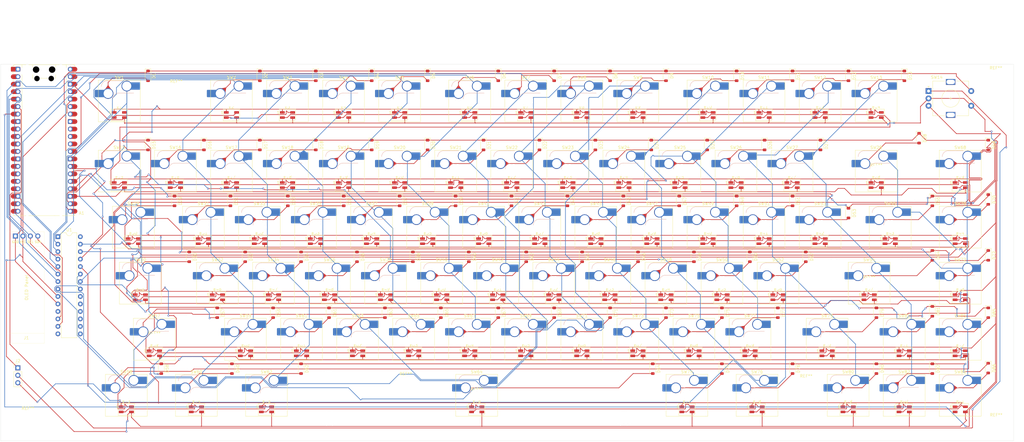
<source format=kicad_pcb>
(kicad_pcb (version 20241229) (generator "pcbnew") (generator_version "9.0")
  (layers (0 "F.Cu" signal) (2 "B.Cu" signal) (13 "F.Paste" user) (15 "B.Paste" user) (5 "F.SilkS" user "F.Silkscreen") (7 "B.SilkS" user "B.Silkscreen") (1 "F.Mask" user) (3 "B.Mask" user) (25 "Edge.Cuts" user))
  (net 0 "")
  (net 21 "r1")
  (net 22 "Net-(D1-A)")
  (net 23 "Net-(D2-A)")
  (net 24 "Net-(D3-A)")
  (net 25 "Net-(D4-A)")
  (net 26 "Net-(D5-A)")
  (net 27 "Net-(D6-A)")
  (net 28 "Net-(D7-A)")
  (net 29 "Net-(D8-A)")
  (net 30 "Net-(D9-A)")
  (net 31 "Net-(D10-A)")
  (net 32 "Net-(D11-A)")
  (net 33 "Net-(D12-A)")
  (net 34 "Net-(D13-A)")
  (net 35 "GND")
  (net 36 "led input")
  (net 37 "Net-(D15-A)")
  (net 38 "r2")
  (net 39 "Net-(D16-A)")
  (net 40 "Net-(D17-A)")
  (net 41 "Net-(D18-A)")
  (net 42 "Net-(D19-A)")
  (net 43 "Net-(D20-A)")
  (net 44 "Net-(D21-A)")
  (net 45 "Net-(D22-A)")
  (net 46 "Net-(D23-A)")
  (net 47 "Net-(D24-A)")
  (net 48 "Net-(D25-A)")
  (net 49 "Net-(D26-A)")
  (net 50 "Net-(D27-A)")
  (net 51 "Net-(D28-A)")
  (net 52 "r3")
  (net 53 "Net-(D29-A)")
  (net 54 "Net-(D30-A)")
  (net 55 "r4")
  (net 56 "Net-(D31-A)")
  (net 57 "Net-(D32-A)")
  (net 58 "Net-(D33-A)")
  (net 59 "Net-(D34-A)")
  (net 60 "Net-(D35-A)")
  (net 61 "Net-(D36-A)")
  (net 62 "Net-(D37-A)")
  (net 63 "Net-(D38-A)")
  (net 64 "Net-(D39-A)")
  (net 65 "Net-(D40-A)")
  (net 66 "Net-(D41-A)")
  (net 67 "Net-(D42-A)")
  (net 68 "Net-(D43-A)")
  (net 69 "Net-(D44-A)")
  (net 70 "Net-(D45-A)")
  (net 71 "Net-(D46-A)")
  (net 72 "Net-(D47-A)")
  (net 73 "Net-(D48-A)")
  (net 74 "Net-(D49-A)")
  (net 75 "Net-(D50-A)")
  (net 76 "Net-(D51-A)")
  (net 77 "Net-(D52-A)")
  (net 78 "Net-(D53-A)")
  (net 79 "Net-(D54-A)")
  (net 80 "Net-(D55-A)")
  (net 81 "r5")
  (net 82 "Net-(D57-A)")
  (net 83 "r6")
  (net 84 "Net-(D58-A)")
  (net 85 "Net-(D59-A)")
  (net 86 "Net-(D60-A)")
  (net 87 "Net-(D61-A)")
  (net 88 "Net-(D62-A)")
  (net 89 "Net-(D63-A)")
  (net 90 "Net-(D64-A)")
  (net 91 "Net-(D65-A)")
  (net 92 "Net-(D67-A)")
  (net 93 "Net-(D68-A)")
  (net 94 "Net-(D69-A)")
  (net 95 "Net-(D70-A)")
  (net 96 "Net-(D71-A)")
  (net 97 "Net-(D72-A)")
  (net 98 "Net-(D73-A)")
  (net 99 "Net-(D74-A)")
  (net 100 "Net-(D75-A)")
  (net 101 "Net-(D76-A)")
  (net 102 "Net-(D77-A)")
  (net 103 "Net-(D79-A)")
  (net 104 "Net-(D80-A)")
  (net 105 "Net-(D81-A)")
  (net 106 "Net-(D82-A)")
  (net 107 "Net-(D85-A)")
  (net 108 "Net-(D86-A)")
  (net 109 "c1")
  (net 110 "c2")
  (net 111 "c3")
  (net 112 "c4")
  (net 113 "c5")
  (net 114 "c6")
  (net 115 "c7")
  (net 116 "c8")
  (net 117 "c9")
  (net 118 "c10")
  (net 119 "c11")
  (net 120 "c12")
  (net 121 "c13")
  (net 122 "c14")
  (net 123 "c15")
  (net 124 "Net-(e1-DOUT)")
  (net 125 "Net-(e2-DOUT)")
  (net 126 "Net-(e3-DOUT)")
  (net 127 "Net-(e4-DOUT)")
  (net 128 "Net-(e5-DOUT)")
  (net 129 "Net-(e6-DOUT)")
  (net 130 "Net-(e7-DOUT)")
  (net 131 "Net-(e8-DOUT)")
  (net 132 "Net-(e10-DIN)")
  (net 133 "Net-(e10-DOUT)")
  (net 134 "Net-(e11-DOUT)")
  (net 135 "Net-(e12-DOUT)")
  (net 136 "Net-(e14-DOUT)")
  (net 137 "Net-(e15-DOUT)")
  (net 138 "Net-(e16-DOUT)")
  (net 139 "Net-(e17-DOUT)")
  (net 140 "Net-(e18-DOUT)")
  (net 141 "Net-(e19-DOUT)")
  (net 142 "Net-(e20-DOUT)")
  (net 143 "Net-(e21-DOUT)")
  (net 144 "Net-(e22-DOUT)")
  (net 145 "Net-(e23-DOUT)")
  (net 146 "Net-(e24-DOUT)")
  (net 147 "Net-(e25-DOUT)")
  (net 148 "Net-(e26-DOUT)")
  (net 149 "Net-(e27-DOUT)")
  (net 150 "Net-(e28-DOUT)")
  (net 151 "Net-(e29-DOUT)")
  (net 152 "Net-(e30-DOUT)")
  (net 153 "Net-(e31-DOUT)")
  (net 154 "Net-(e32-DOUT)")
  (net 155 "Net-(e33-DOUT)")
  (net 156 "Net-(e34-DOUT)")
  (net 157 "Net-(e35-DOUT)")
  (net 158 "Net-(e36-DOUT)")
  (net 159 "Net-(e37-DOUT)")
  (net 160 "Net-(e38-DOUT)")
  (net 161 "Net-(e39-DOUT)")
  (net 162 "Net-(e40-DOUT)")
  (net 163 "Net-(e41-DOUT)")
  (net 164 "Net-(e42-DOUT)")
  (net 165 "Net-(e43-DOUT)")
  (net 166 "Net-(e44-DOUT)")
  (net 167 "Net-(e45-DOUT)")
  (net 168 "Net-(e46-DOUT)")
  (net 169 "Net-(e47-DOUT)")
  (net 170 "Net-(e48-DOUT)")
  (net 171 "Net-(e49-DOUT)")
  (net 172 "Net-(e50-DOUT)")
  (net 173 "Net-(e51-DOUT)")
  (net 174 "Net-(e52-DOUT)")
  (net 175 "Net-(e53-DOUT)")
  (net 176 "Net-(e54-DOUT)")
  (net 177 "Net-(e55-DOUT)")
  (net 178 "Net-(e56-DOUT)")
  (net 179 "Net-(e57-DOUT)")
  (net 180 "Net-(e58-DOUT)")
  (net 181 "Net-(e59-DOUT)")
  (net 182 "Net-(e60-DOUT)")
  (net 183 "Net-(e61-DOUT)")
  (net 184 "Net-(e62-DOUT)")
  (net 185 "Net-(e63-DOUT)")
  (net 186 "Net-(e64-DOUT)")
  (net 187 "Net-(e65-DOUT)")
  (net 188 "Net-(e66-DOUT)")
  (net 189 "Net-(e67-DOUT)")
  (net 190 "Net-(e68-DOUT)")
  (net 191 "Net-(e69-DOUT)")
  (net 192 "Net-(e70-DOUT)")
  (net 193 "Net-(e71-DOUT)")
  (net 194 "Net-(e72-DOUT)")
  (net 195 "Net-(e73-DOUT)")
  (net 196 "Net-(e74-DOUT)")
  (net 197 "Net-(e75-DOUT)")
  (net 198 "Net-(e76-DOUT)")
  (net 199 "Net-(e77-DOUT)")
  (net 200 "Net-(e78-DOUT)")
  (net 201 "Net-(e79-DOUT)")
  (net 202 "Net-(e80-DOUT)")
  (net 203 "scl")
  (net 204 "sda")
  (net 216 "+3.3V")
  (net 217 "reSwitch")
  (net 218 "a")
  (net 219 "b")
  (net 220 "+5V")
  (footprint "LED_SMD:LED_SK6812MINI_PLCC4_3.5x3.5mm_P1.75mm" (layer "F.Cu") (at 233.3625 57.15)
    (property "Reference" "e23")
    (property "Value" "WS2812B")
  )
  (footprint "PCM_Switch_Keyboard_Hotswap_Kailh:SW_Hotswap_Kailh_MX_Plated_1.00u_EDITED" (layer "F.Cu") (at 280.9875 71.4375)
    (property "Reference" "SW49")
    (property "Value" "SW_Push")
  )
  (footprint "Diode_SMD:D_SOD-123" (layer "F.Cu") (at 223.725 43.5375 -90)
    (property "Reference" "D22")
    (property "Value" "1N4148")
  )
  (footprint "PCM_Switch_Keyboard_Hotswap_Kailh:SW_Hotswap_Kailh_MX_Plated_1.00u_EDITED" (layer "F.Cu") (at 295.275 109.5375)
    (property "Reference" "SW77")
    (property "Value" "SW_Push")
  )
  (footprint "LED_SMD:LED_SK6812MINI_PLCC4_3.5x3.5mm_P1.75mm" (layer "F.Cu") (at 271.4625 57.15)
    (property "Reference" "e25")
    (property "Value" "WS2812B")
  )
  (footprint "LED_SMD:LED_SK6812MINI_PLCC4_3.5x3.5mm_P1.75mm" (layer "F.Cu") (at 204.7875 76.2)
    (property "Reference" "e36")
    (property "Value" "WS2812B")
  )
  (footprint "Diode_SMD:D_SOD-123" (layer "F.Cu") (at 376.225 81.0375 -90)
    (property "Reference" "D72")
    (property "Value" "1N4148")
  )
  (footprint "Module:RaspberryPi_Pico_Common_Unspecified" (layer "F.Cu") (at 55.40375 41.91)
    (property "Reference" "A1")
    (property "Value" "RaspberryPi_Pico")
  )
  (footprint "Diode_SMD:D_SOD-123" (layer "F.Cu") (at 328.725 20.0375 -90)
    (property "Reference" "D12")
    (property "Value" "1N4148")
  )
  (footprint "LED_SMD:LED_SK6812MINI_PLCC4_3.5x3.5mm_P1.75mm" (layer "F.Cu") (at 190.5 95.25)
    (property "Reference" "e50")
    (property "Value" "WS2812B")
  )
  (footprint "Diode_SMD:D_SOD-123" (layer "F.Cu") (at 376.225 62.0375 -90)
    (property "Reference" "D70")
    (property "Value" "1N4148")
  )
  (footprint "PCM_Mounting_Keyboard_Stabilizer:Stabilizer_Cherry_MX_6.25u" (layer "F.Cu") (at 202.40625 128.5875)
    (property "Reference" "REF**")
    (property "Value" "Stabilizer_Cherry_MX_6.25u")
  )
  (footprint "Diode_SMD:D_SOD-123" (layer "F.Cu") (at 104.725 81.5375 -90)
    (property "Reference" "D30")
    (property "Value" "1N4148")
  )
  (footprint "Diode_SMD:D_SOD-123" (layer "F.Cu") (at 352.725 41.2125 -90)
    (property "Reference" "D28")
    (property "Value" "1N4148")
  )
  (footprint "LED_SMD:LED_SK6812MINI_PLCC4_3.5x3.5mm_P1.75mm" (layer "F.Cu") (at 366.7125 133.35)
    (property "Reference" "e81")
    (property "Value" "WS2812B")
  )
  (footprint "PCM_Switch_Keyboard_Hotswap_Kailh:SW_Hotswap_Kailh_MX_Plated_1.00u_EDITED" (layer "F.Cu") (at 366.7125 109.5375)
    (property "Reference" "SW85")
    (property "Value" "SW_Push")
  )
  (footprint "MountingHole:MountingHole_3.2mm_M3" (layer "F.Cu") (at 314.35 126.2)
    (property "Reference" "REF**")
    (property "Value" "MountingHole_3.2mm_M3")
  )
  (footprint "PCM_Switch_Keyboard_Hotswap_Kailh:SW_Hotswap_Kailh_MX_Plated_1.00u_EDITED" (layer "F.Cu") (at 214.3125 52.3875)
    (property "Reference" "SW22")
    (property "Value" "SW_Push")
  )
  (footprint "Diode_SMD:D_SOD-123" (layer "F.Cu") (at 157.225 62.5375 -90)
    (property "Reference" "D35")
    (property "Value" "1N4148")
  )
  (footprint "Diode_SMD:D_SOD-123" (layer "F.Cu") (at 242.725 43.5375 -90)
    (property "Reference" "D23")
    (property "Value" "1N4148")
  )
  (footprint "LED_SMD:LED_SK6812MINI_PLCC4_3.5x3.5mm_P1.75mm" (layer "F.Cu") (at 200.025 114.3)
    (property "Reference" "e64")
    (property "Value" "WS2812B")
  )
  (footprint "Diode_SMD:D_SOD-123" (layer "F.Cu") (at 214.225 62.5375 -90)
    (property "Reference" "D41")
    (property "Value" "1N4148")
  )
  (footprint "Diode_SMD:D_SOD-123" (layer "F.Cu") (at 280.725 43.5375 -90)
    (property "Reference" "D25")
    (property "Value" "1N4148")
  )
  (footprint "PCM_Switch_Keyboard_Hotswap_Kailh:SW_Hotswap_Kailh_MX_Plated_1.00u_EDITED" (layer "F.Cu") (at 238.125 28.575)
    (property "Reference" "SW8")
    (property "Value" "SW_Push")
  )
  (footprint "Diode_SMD:D_SOD-123" (layer "F.Cu") (at 147.725 20.0375 -90)
    (property "Reference" "D3")
    (property "Value" "1N4148")
  )
  (footprint "PCM_Switch_Keyboard_Hotswap_Kailh:SW_Hotswap_Kailh_MX_Plated_1.00u_EDITED" (layer "F.Cu") (at 304.8 90.4875)
    (property "Reference" "SW52")
    (property "Value" "SW_Push")
  )
  (footprint "PCM_Switch_Keyboard_Hotswap_Kailh:SW_Hotswap_Kailh_MX_Plated_1.00u_EDITED" (layer "F.Cu") (at 185.7375 71.4375)
    (property "Reference" "SW39")
    (property "Value" "SW_Push")
  )
  (footprint "PCM_Switch_Keyboard_Hotswap_Kailh:SW_Hotswap_Kailh_MX_Plated_1.00u_EDITED" (layer "F.Cu") (at 271.4625 52.3875)
    (property "Reference" "SW25")
    (property "Value" "SW_Push")
  )
  (footprint "LED_SMD:LED_SK6812MINI_PLCC4_3.5x3.5mm_P1.75mm" (layer "F.Cu") (at 200.025 33.3375)
    (property "Reference" "e6")
    (property "Value" "WS2812B")
  )
  (footprint "Diode_SMD:D_SOD-123" (layer "F.Cu") (at 166.725 43.5375 -90)
    (property "Reference" "D19")
    (property "Value" "1N4148")
  )
  (footprint "PCM_Switch_Keyboard_Hotswap_Kailh:SW_Hotswap_Kailh_MX_Plated_1.00u_EDITED" (layer "F.Cu") (at 180.975 109.5375)
    (property "Reference" "SW65")
    (property "Value" "SW_Push")
  )
  (footprint "Diode_SMD:D_SOD-123" (layer "F.Cu") (at 376.225 43.5375 -90)
    (property "Reference" "D68")
    (property "Value" "1N4148")
  )
  (footprint "PCM_Switch_Keyboard_Hotswap_Kailh:SW_Hotswap_Kailh_MX_Plated_1.50u" (layer "F.Cu") (at 342.9 71.4375)
    (property "Reference" "SW55")
    (property "Value" "SW_Push")
  )
  (footprint "MountingHole:MountingHole_3.2mm_M3" (layer "F.Cu") (at 178.28 125.49)
    (property "Reference" "REF**")
    (property "Value" "MountingHole_3.2mm_M3")
  )
  (footprint "MountingHole:MountingHole_3.2mm_M3" (layer "F.Cu") (at 378.91 139.42)
    (property "Reference" "REF**")
    (property "Value" "MountingHole_3.2mm_M3")
  )
  (footprint "PCM_Switch_Keyboard_Hotswap_Kailh:SW_Hotswap_Kailh_MX_Plated_1.00u_EDITED" (layer "F.Cu") (at 204.7875 71.4375)
    (property "Reference" "SW41")
    (property "Value" "SW_Push")
  )
  (footprint "LED_SMD:LED_SK6812MINI_PLCC4_3.5x3.5mm_P1.75mm" (layer "F.Cu") (at 114.3 95.25)
    (property "Reference" "e46")
    (property "Value" "WS2812B")
  )
  (footprint "Diode_SMD:D_SOD-123" (layer "F.Cu") (at 209.725 100.5375 -90)
    (property "Reference" "D67")
    (property "Value" "1N4148")
  )
  (footprint "LED_SMD:LED_SK6812MINI_PLCC4_3.5x3.5mm_P1.75mm" (layer "F.Cu") (at 109.5375 76.2)
    (property "Reference" "e31")
    (property "Value" "WS2812B")
  )
  (footprint "Diode_SMD:D_SOD-123" (layer "F.Cu") (at 219.225 81.5375 -90)
    (property "Reference" "D42")
    (property "Value" "1N4148")
  )
  (footprint "Diode_SMD:D_SOD-123" (layer "F.Cu") (at 176.225 62.5375 -90)
    (property "Reference" "D37")
    (property "Value" "1N4148")
  )
  (footprint "PCM_Switch_Keyboard_Hotswap_Kailh:SW_Hotswap_Kailh_MX_Plated_1.00u_EDITED" (layer "F.Cu") (at 285.75 90.4875)
    (property "Reference" "SW50")
    (property "Value" "SW_Push")
  )
  (footprint "PCM_Switch_Keyboard_Hotswap_Kailh:SW_Hotswap_Kailh_MX_Plated_1.25u" (layer "F.Cu") (at 297.65625 128.5875)
    (property "Reference" "SW76")
    (property "Value" "SW_Push")
  )
  (footprint "LED_SMD:LED_SK6812MINI_PLCC4_3.5x3.5mm_P1.75mm" (layer "F.Cu") (at 176.2125 33.3375)
    (property "Reference" "e5")
    (property "Value" "WS2812B")
  )
  (footprint "Diode_SMD:D_SOD-123" (layer "F.Cu") (at 114.225 100.5375 -90)
    (property "Reference" "D57")
    (property "Value" "1N4148")
  )
  (footprint "Diode_SMD:D_SOD-123" (layer "F.Cu") (at 166.725 20.0375 -90)
    (property "Reference" "D4")
    (property "Value" "1N4148")
  )
  (footprint "Diode_SMD:D_SOD-123" (layer "F.Cu") (at 185.725 43.5375 -90)
    (property "Reference" "D20")
    (property "Value" "1N4148")
  )
  (footprint "PCM_Switch_Keyboard_Hotswap_Kailh:SW_Hotswap_Kailh_MX_Plated_1.75u" (layer "F.Cu") (at 321.46875 109.5375)
    (property "Reference" "SW79")
    (property "Value" "SW_Push")
  )
  (footprint "LED_SMD:LED_SK6812MINI_PLCC4_3.5x3.5mm_P1.75mm" (layer "F.Cu") (at 300.0375 76.2)
    (property "Reference" "e41")
    (property "Value" "WS2812B")
  )
  (footprint "PCM_Switch_Keyboard_Hotswap_Kailh:SW_Hotswap_Kailh_MX_Plated_1.00u_EDITED" (layer "F.Cu") (at 152.4 90.4875)
    (property "Reference" "SW36")
    (property "Value" "SW_Push")
  )
  (footprint "PCM_Switch_Keyboard_Hotswap_Kailh:SW_Hotswap_Kailh_MX_Plated_1.00u_EDITED" (layer "F.Cu") (at 280.9875 28.575)
    (property "Reference" "SW10")
    (property "Value" "SW_Push")
  )
  (footprint "LED_SMD:LED_SK6812MINI_PLCC4_3.5x3.5mm_P1.75mm" (layer "F.Cu") (at 366.7125 95.25)
    (property "Reference" "e58")
    (property "Value" "WS2812B")
  )
  (footprint "LED_SMD:LED_SK6812MINI_PLCC4_3.5x3.5mm_P1.75mm" (layer "F.Cu") (at 219.075 114.3)
    (property "Reference" "e65")
    (property "Value" "WS2812B")
  )
  (footprint "LED_SMD:LED_SK6812MINI_PLCC4_3.5x3.5mm_P1.75mm" (layer "F.Cu") (at 238.125 33.3375)
    (property "Reference" "e8")
    (property "Value" "WS2812B")
  )
  (footprint "LED_SMD:LED_SK6812MINI_PLCC4_3.5x3.5mm_P1.75mm" (layer "F.Cu") (at 257.175 33.3375)
    (property "Reference" "e9")
    (property "Value" "WS2812B")
  )
  (footprint "Diode_SMD:D_SOD-123" (layer "F.Cu") (at 290.725 62.5375 -90)
    (property "Reference" "D49")
    (property "Value" "1N4148")
  )
  (footprint "Diode_SMD:D_SOD-123" (layer "F.Cu") (at 304.725 100.5375 -90)
    (property "Reference" "D77")
    (property "Value" "1N4148")
  )
  (footprint "LED_SMD:LED_SK6812MINI_PLCC4_3.5x3.5mm_P1.75mm" (layer "F.Cu") (at 366.7125 57.15)
    (property "Reference" "e29")
    (property "Value" "WS2812B")
  )
  (footprint "Diode_SMD:D_SOD-123" (layer "F.Cu") (at 309.725 119.5375 -90)
    (property "Reference" "D76")
    (property "Value" "1N4148")
  )
  (footprint "PCM_Switch_Keyboard_Hotswap_Kailh:SW_Hotswap_Kailh_MX_Plated_1.00u_EDITED" (layer "F.Cu") (at 347.6625 128.5875)
    (property "Reference" "SW82")
    (property "Value" "SW_Push")
  )
  (footprint "Diode_SMD:D_SOD-123" (layer "F.Cu") (at 147.725 43.5375 -90)
    (property "Reference" "D18")
    (property "Value" "1N4148")
  )
  (footprint "LED_SMD:LED_SK6812MINI_PLCC4_3.5x3.5mm_P1.75mm" (layer "F.Cu") (at 214.3125 57.15)
    (property "Reference" "e22")
    (property "Value" "WS2812B")
  )
  (footprint "Connector_PinHeader_2.54mm:PinHeader_1x03_P2.54mm_Vertical" (layer "F.Cu") (at 46.48 119.25)
    (property "Reference" "J2")
    (property "Value" "3.3v to 5v")
  )
  (footprint "LED_SMD:LED_SK6812MINI_PLCC4_3.5x3.5mm_P1.75mm" (layer "F.Cu") (at 319.0875 33.3375)
    (property "Reference" "e12")
    (property "Value" "WS2812B")
  )
  (footprint "Rotary_Encoder:RotaryEncoder_Alps_EC11E-Switch_Vertical_H20mm" (layer "F.Cu") (at 355.94 25.2)
    (property "Reference" "SW14")
    (property "Value" "RotaryEncoder_Switch")
  )
  (footprint "PCM_Mounting_Keyboard_Stabilizer:Stabilizer_Cherry_MX_2.00u" (layer "F.Cu") (at 92.86875 109.5375)
    (property "Reference" "REF**")
    (property "Value" "Stabilizer_Cherry_MX_2.00u")
  )
  (footprint "PCM_Switch_Keyboard_Hotswap_Kailh:SW_Hotswap_Kailh_MX_Plated_1.00u_EDITED" (layer "F.Cu") (at 366.7125 128.5875)
    (property "Reference" "SW86")
    (property "Value" "SW_Push")
  )
  (footprint "LED_SMD:LED_SK6812MINI_PLCC4_3.5x3.5mm_P1.75mm" (layer "F.Cu") (at 247.65 95.25)
    (property "Reference" "e53")
    (property "Value" "WS2812B")
  )
  (footprint "LED_SMD:LED_SK6812MINI_PLCC4_3.5x3.5mm_P1.75mm" (layer "F.Cu") (at 242.8875 76.2)
    (property "Reference" "e38")
    (property "Value" "WS2812B")
  )
  (footprint "MountingHole:MountingHole_3.2mm_M3" (layer "F.Cu") (at 49.9 137.18)
    (property "Reference" "REF**")
    (property "Value" "MountingHole_3.2mm_M3")
  )
  (footprint "LED_SMD:LED_SK6812MINI_PLCC4_3.5x3.5mm_P1.75mm" (layer "F.Cu") (at 304.8 95.25)
    (property "Reference" "e56")
    (property "Value" "WS2812B")
  )
  (footprint "PCM_Switch_Keyboard_Hotswap_Kailh:SW_Hotswap_Kailh_MX_Plated_1.00u_EDITED" (layer "F.Cu") (at 161.925 109.5375)
    (property "Reference" "SW63")
    (property "Value" "SW_Push")
  )
  (footprint "Diode_SMD:D_SOD-123" (layer "F.Cu") (at 171.225 100.5375 -90)
    (property "Reference" "D63")
    (property "Value" "1N4148")
  )
  (footprint "LED_SMD:LED_SK6812MINI_PLCC4_3.5x3.5mm_P1.75mm" (layer "F.Cu") (at 300.0375 33.3375)
    (property "Reference" "e11")
    (property "Value" "WS2812B")
  )
  (footprint "Diode_SMD:D_SOD-123" (layer "F.Cu") (at 328.725 66.675 -90)
    (property "Reference" "D53")
    (property "Value" "1N4148")
  )
  (footprint "Diode_SMD:D_SOD-123" (layer "F.Cu") (at 128.725 20.0375 -90)
    (property "Reference" "D2")
    (property "Value" "1N4148")
  )
  (footprint "LED_SMD:LED_SK6812MINI_PLCC4_3.5x3.5mm_P1.75mm" (layer "F.Cu") (at 280.9875 76.2)
    (property "Reference" "e40")
    (property "Value" "WS2812B")
  )
  (footprint "PCM_Switch_Keyboard_Hotswap_Kailh:SW_Hotswap_Kailh_MX_Plated_1.00u_EDITED" (layer "F.Cu") (at 119.0625 28.575)
    (property "Reference" "SW2")
    (property "Value" "SW_Push")
  )
  (footprint "LED_SMD:LED_SK6812MINI_PLCC4_3.5x3.5mm_P1.75mm" (layer "F.Cu") (at 195.2625 57.15)
    (property "Reference" "e21")
    (property "Value" "WS2812B")
  )
  (footprint "PCM_Switch_Keyboard_Hotswap_Kailh:SW_Hotswap_Kailh_MX_Plated_1.00u_EDITED" (layer "F.Cu") (at 242.8875 71.4375)
    (property "Reference" "SW45")
    (property "Value" "SW_Push")
  )
  (footprint "Diode_SMD:D_SOD-123" (layer "F.Cu") (at 290.725 20.0375 -90)
    (property "Reference" "D10")
    (property "Value" "1N4148")
  )
  (footprint "LED_SMD:LED_SK6812MINI_PLCC4_3.5x3.5mm_P1.75mm" (layer "F.Cu") (at 157.1625 57.15)
    (property "Reference" "e19")
    (property "Value" "WS2812B")
  )
  (footprint "Diode_SMD:D_SOD-123" (layer "F.Cu") (at 247.725 100.5375 -90)
    (property "Reference" "D71")
    (property "Value" "1N4148")
  )
  (footprint "Diode_SMD:D_SOD-123" (layer "F.Cu") (at 142.725 81.5375 -90)
    (property "Reference" "D34")
    (property "Value" "1N4148")
  )
  (footprint "Diode_SMD:D_SOD-123" (layer "F.Cu") (at 142.725 119.5375 -90)
    (property "Reference" "D62")
    (property "Value" "1N4148")
  )
  (footprint "Diode_SMD:D_SOD-123" (layer "F.Cu") (at 285.725 119.5375 -90)
    (property "Reference" "D74")
    (property "Value" "1N4148")
  )
  (footprint "LED_SMD:LED_SK6812MINI_PLCC4_3.5x3.5mm_P1.75mm" (layer "F.Cu") (at 157.1625 33.3375)
    (property "Reference" "e4")
    (property "Value" "WS2812B")
  )
  (footprint "LED_SMD:LED_SK6812MINI_PLCC4_3.5x3.5mm_P1.75mm" (layer "F.Cu") (at 152.4 95.25)
    (property "Reference" "e48")
    (property "Value" "WS2812B")
  )
  (footprint "PCM_Switch_Keyboard_Hotswap_Kailh:SW_Hotswap_Kailh_MX_Plated_1.00u_EDITED" (layer "F.Cu") (at 109.5375 71.4375)
    (property "Reference" "SW31")
    (property "Value" "SW_Push")
  )
  (footprint "Diode_SMD:D_SOD-123" (layer "F.Cu") (at 300.225 43.5375 -90)
    (property "Reference" "D26")
    (property "Value" "1N4148")
  )
  (footprint "PCM_Switch_Keyboard_Hotswap_Kailh:SW_Hotswap_Kailh_MX_Plated_1.00u_EDITED" (layer "F.Cu") (at 190.5 90.4875)
    (property "Reference" "SW40")
    (property "Value" "SW_Push")
  )
  (footprint "PCM_Switch_Keyboard_Hotswap_Kailh:SW_Hotswap_Kailh_MX_Plated_1.00u_EDITED" (layer "F.Cu") (at 200.025 109.5375)
    (property "Reference" "SW67")
    (property "Value" "SW_Push")
  )
  (footprint "Diode_SMD:D_SOD-123" (layer "F.Cu") (at 314.225 81.5375 -90)
    (property "Reference" "D52")
    (property "Value" "1N4148")
  )
  (footprint "PCM_Switch_Keyboard_Hotswap_Kailh:SW_Hotswap_Kailh_MX_Plated_1.00u_EDITED" (layer "F.Cu") (at 290.5125 52.3875)
    (property "Reference" "SW26")
    (property "Value" "SW_Push")
  )
  (footprint "LED_SMD:LED_SK6812MINI_PLCC4_3.5x3.5mm_P1.75mm" (layer "F.Cu") (at 266.7 95.25)
    (property "Reference" "e54")
    (property "Value" "WS2812B")
  )
  (footprint "PCM_Switch_Keyboard_Hotswap_Kailh:SW_Hotswap_Kailh_MX_Plated_1.00u_EDITED" (layer "F.Cu") (at 219.075 28.575)
    (property "Reference" "SW7")
    (property "Value" "SW_Push")
  )
  (footprint "LED_SMD:LED_SK6812MINI_PLCC4_3.5x3.5mm_P1.75mm" (layer "F.Cu") (at 83.34375 133.35)
    (property "Reference" "e73")
    (property "Value" "WS2812B")
  )
  (footprint "PCM_Switch_Keyboard_Hotswap_Kailh:SW_Hotswap_Kailh_MX_Plated_1.00u_EDITED" (layer "F.Cu") (at 276.225 109.5375)
    (property "Reference" "SW75")
    (property "Value" "SW_Push")
  )
  (footprint "MountingHole:MountingHole_3.2mm_M3" (layer "F.Cu") (at 378.82 21.51)
    (property "Reference" "REF**")
    (property "Value" "MountingHole_3.2mm_M3")
  )
  (footprint "LED_SMD:LED_SK6812MINI_PLCC4_3.5x3.5mm_P1.75mm" (layer "F.Cu") (at 342.9 76.2)
    (property "Reference" "e43")
    (property "Value" "WS2812B")
  )
  (footprint "Diode_SMD:D_SOD-123" (layer "F.Cu") (at 180.725 81.5375 -90)
    (property "Reference" "D38")
    (property "Value" "1N4148")
  )
  (footprint "PCM_Switch_Keyboard_Hotswap_Kailh:SW_Hotswap_Kailh_MX_Plated_1.00u_EDITED" (layer "F.Cu") (at 257.175 28.575)
    (property "Reference" "SW9")
    (property "Value" "SW_Push")
  )
  (footprint "Diode_SMD:D_SOD-123" (layer "F.Cu") (at 152.225 100.5375 -90)
    (property "Reference" "D61")
    (property "Value" "1N4148")
  )
  (footprint "LED_SMD:LED_SK6812MINI_PLCC4_3.5x3.5mm_P1.75mm" (layer "F.Cu") (at 261.9375 76.2)
    (property "Reference" "e39")
    (property "Value" "WS2812B")
  )
  (footprint "LED_SMD:LED_SK6812MINI_PLCC4_3.5x3.5mm_P1.75mm" (layer "F.Cu") (at 176.2125 57.15)
    (property "Reference" "e20")
    (property "Value" "WS2812B")
  )
  (footprint "LED_SMD:LED_SK6812MINI_PLCC4_3.5x3.5mm_P1.75mm" (layer "F.Cu") (at 366.7125 76.2)
    (property "Reference" "e44")
    (property "Value" "WS2812B")
  )
  (footprint "PCM_Switch_Keyboard_Hotswap_Kailh:SW_Hotswap_Kailh_MX_Plated_2.25u" (layer "F.Cu") (at 92.86875 109.5375)
    (property "Reference" "SW57")
    (property "Value" "SW_Push")
  )
  (footprint "PCM_Switch_Keyboard_Hotswap_Kailh:SW_Hotswap_Kailh_MX_Plated_1.00u_EDITED" (layer "F.Cu") (at 233.3625 52.3875)
    (property "Reference" "SW23")
    (property "Value" "SW_Push")
  )
  (footprint "LED_SMD:LED_SK6812MINI_PLCC4_3.5x3.5mm_P1.75mm" (layer "F.Cu") (at 295.275 114.3)
    (property "Reference" "e69")
    (property "Value" "WS2812B")
  )
  (footprint "Diode_SMD:D_SOD-123" (layer "F.Cu") (at 357.225 119.5375 -90)
    (property "Reference" "D82")
    (property "Value" "1N4148")
  )
  (footprint "LED_SMD:LED_SK6812MINI_PLCC4_3.5x3.5mm_P1.75mm" (layer "F.Cu") (at 180.975 114.3)
    (property "Reference" "e63")
    (property "Value" "WS2812B")
  )
  (footprint "Diode_SMD:D_SOD-123" (layer "F.Cu") (at 319.225 43.5375 -90)
    (property "Reference" "D27")
    (property "Value" "1N4148")
  )
  (footprint "Diode_SMD:D_SOD-123" (layer "F.Cu") (at 338.225 119.5375 -90)
    (property "Reference" "D80")
    (property "Value" "1N4148")
  )
  (footprint "Diode_SMD:D_SOD-123" (layer "F.Cu") (at 233.225 62.5375 -90)
    (property "Reference" "D43")
    (property "Value" "1N4148")
  )
  (footprint "Diode_SMD:D_SOD-123" (layer "F.Cu") (at 90.725 20.0375 -90)
    (property "Reference" "D1")
    (property "Value" "1N4148")
  )
  (footprint "Diode_SMD:D_SOD-123" (layer "F.Cu") (at 285.725 100.5375 -90)
    (property "Reference" "D75")
    (property "Value" "1N4148")
  )
  (footprint "PCM_Switch_Keyboard_Hotswap_Kailh:SW_Hotswap_Kailh_MX_Plated_1.00u_EDITED" (layer "F.Cu") (at 366.7125 90.4875)
    (property "Reference" "SW72")
    (property "Value" "SW_Push")
  )
  (footprint "PCM_Switch_Keyboard_Hotswap_Kailh:SW_Hotswap_Kailh_MX_Plated_1.25u" (layer "F.Cu") (at 83.34375 128.5875)
    (property "Reference" "SW58")
    (property "Value" "SW_Push")
  )
  (footprint "Diode_SMD:D_SOD-123" (layer "F.Cu") (at 357.225 81.0375 -90)
    (property "Reference" "D54")
    (property "Value" "1N4148")
  )
  (footprint "Diode_SMD:D_SOD-123" (layer "F.Cu") (at 228.725 20.0375 -90)
    (property "Reference" "D7")
    (property "Value" "1N4148")
  )
  (footprint "Diode_SMD:D_SOD-123" (layer "F.Cu") (at 123.725 81.5375 -90)
    (property "Reference" "D32")
    (property "Value" "1N4148")
  )
  (footprint "PCM_Switch_Keyboard_Hotswap_Kailh:SW_Hotswap_Kailh_MX_Plated_6.25u" (layer "F.Cu") (at 202.40625 128.5875)
    (property "Reference" "SW64")
    (property "Value" "SW_Push")
  )
  (footprint "LED_SMD:LED_SK6812MINI_PLCC4_3.5x3.5mm_P1.75mm" (layer "F.Cu") (at 257.175 114.3)
    (property "Reference" "e67")
    (property "Value" "WS2812B")
  )
  (footprint "LED_SMD:LED_SK6812MINI_PLCC4_3.5x3.5mm_P1.75mm" (layer "F.Cu") (at 161.925 114.3)
    (property "Reference" "e62")
    (property "Value" "WS2812B")
  )
  (footprint "PCM_Switch_Keyboard_Hotswap_Kailh:SW_Hotswap_Kailh_MX_Plated_1.00u_EDITED" (layer "F.Cu") (at 309.5625 52.3875)
    (property "Reference" "SW27")
    (property "Value" "SW_Push")
  )
  (footprint "LED_SMD:LED_SK6812MINI_PLCC4_3.5x3.5mm_P1.75mm" (layer "F.Cu") (at 138.1125 33.3375)
    (property "Reference" "e3")
    (property "Value" "WS2812B")
  )
  (footprint "Diode_SMD:D_SOD-123" (layer "F.Cu") (at 271.225 62.5375 -90)
    (property "Reference" "D47")
    (property "Value" "1N4148")
  )
  (footprint "PCM_Switch_Keyboard_Hotswap_Kailh:SW_Hotswap_Kailh_MX_Plated_1.00u_EDITED" (layer "F.Cu") (at 142.875 109.5375)
    (property "Reference" "SW61")
    (property "Value" "SW_Push")
  )
  (footprint "PCM_Switch_Keyboard_Hotswap_Kailh:SW_Hotswap_Kailh_MX_Plated_1.00u_EDITED" (layer "F.Cu") (at 223.8375 71.4375)
    (property "Reference" "SW43")
    (property "Value" "SW_Push")
  )
  (footprint "PCM_Switch_Keyboard_Hotswap_Kailh:SW_Hotswap_Kailh_MX_Plated_1.00u_EDITED" (layer "F.Cu") (at 128.5875 71.4375)
    (property "Reference" "SW33")
    (property "Value" "SW_Push")
  )
  (footprint "LED_SMD:LED_SK6812MINI_PLCC4_3.5x3.5mm_P1.75mm" (layer "F.Cu") (at 338.1375 57.15)
    (property "Reference" "e28")
    (property "Value" "WS2812B")
  )
  (footprint "LED_SMD:LED_SK6812MINI_PLCC4_3.5x3.5mm_P1.75mm" (layer "F.Cu") (at 130.96875 133.35)
    (property "Reference" "e75")
    (property "Value" "WS2812B")
  )
  (footprint "LED_SMD:LED_SK6812MINI_PLCC4_3.5x3.5mm_P1.75mm" (layer "F.Cu") (at 273.84375 133.35)
    (property "Reference" "e77")
    (property "Value" "WS2812B")
  )
  (footprint "Diode_SMD:D_SOD-123" (layer "F.Cu") (at 238.225 81.5375 -90)
    (property "Reference" "D44")
    (property "Value" "1N4148")
  )
  (footprint "MountingHole:MountingHole_3.2mm_M3" (layer "F.Cu") (at 100.32 26.02)
    (property "Reference" "REF**")
    (property "Value" "MountingHole_3.2mm_M3")
  )
  (footprint "LED_SMD:LED_SK6812MINI_PLCC4_3.5x3.5mm_P1.75mm" (layer "F.Cu") (at 171.45 95.25)
    (property "Reference" "e49")
    (property "Value" "WS2812B")
  )
  (footprint "PCM_Switch_Keyboard_Hotswap_Kailh:SW_Hotswap_Kailh_MX_Plated_2.00u" (layer "F.Cu") (at 338.1375 52.3875)
    (property "Reference" "SW28")
    (property "Value" "SW_Push")
  )
  (footprint "PCM_Switch_Keyboard_Hotswap_Kailh:SW_Hotswap_Kailh_MX_Plated_1.00u_EDITED" (layer "F.Cu") (at 114.3 90.4875)
    (property "Reference" "SW32")
    (property "Value" "SW_Push")
  )
  (footprint "Diode_SMD:D_SOD-123" (layer "F.Cu") (at 252.225 62.5375 -90)
    (property "Reference" "D45")
    (property "Value" "1N4148")
  )
  (footprint "Diode_SMD:D_SOD-123" (layer "F.Cu") (at 376.225 100.5375 -90)
    (property "Reference" "D85")
    (property "Value" "1N4148")
  )
  (footprint "LED_SMD:LED_SK6812MINI_PLCC4_3.5x3.5mm_P1.75mm" (layer "F.Cu") (at 285.75 95.25)
    (property "Reference" "e55")
    (property "Value" "WS2812B")
  )
  (footprint "Diode_SMD:D_SOD-123" (layer "F.Cu") (at 266.725 100.5375 -90)
    (property "Reference" "D73")
    (property "Value" "1N4148")
  )
  (footprint "PCM_Switch_Keyboard_Hotswap_Kailh:SW_Hotswap_Kailh_MX_Plated_1.00u_EDITED" (layer "F.Cu") (at 328.6125 128.5875)
    (property "Reference" "SW80")
    (property "Value" "SW_Push")
  )
  (footprint "LED_SMD:LED_SK6812MINI_PLCC4_3.5x3.5mm_P1.75mm" (layer "F.Cu") (at 133.35 95.25)
    (property "Reference" "e47")
    (property "Value" "WS2812B")
  )
  (footprint "PCM_Switch_Keyboard_Hotswap_Kailh:SW_Hotswap_Kailh_MX_Plated_1.00u_EDITED" (layer "F.Cu") (at 123.825 109.5375)
    (property "Reference" "SW59")
    (property "Value" "SW_Push")
  )
  (footprint "Diode_SMD:D_SOD-123" (layer "F.Cu") (at 276.225 81.5375 -90)
    (property "Reference" "D48")
    (property "Value" "1N4148")
  )
  (footprint "Diode_SMD:D_SOD-123" (layer "F.Cu") (at 95.225 119.5375 -90)
    (property "Reference" "D58")
    (property "Value" "1N4148")
  )
  (footprint "LED_SMD:LED_SK6812MINI_PLCC4_3.5x3.5mm_P1.75mm" (layer "F.Cu") (at 107.15625 133.35)
    (property "Reference" "e74")
    (property "Value" "WS2812B")
  )
  (footprint "Diode_SMD:D_SOD-123" (layer "F.Cu") (at 347.725 20.0375 -90)
    (property "Reference" "D13")
    (property "Value" "1N4148")
  )
  (footprint "Diode_SMD:D_SOD-123" (layer "F.Cu") (at 99.725 62.5375 -90)
    (property "Reference" "D29")
    (property "Value" "1N4148")
  )
  (footprint "PCM_Switch_Keyboard_Hotswap_Kailh:SW_Hotswap_Kailh_MX_Plated_1.00u_EDITED" (layer "F.Cu") (at 238.125 109.5375)
    (property "Reference" "SW71")
    (property "Value" "SW_Push")
  )
  (footprint "Diode_SMD:D_SOD-123" (layer "F.Cu") (at 161.725 81.5375 -90)
    (property "Reference" "D36")
    (property "Value" "1N4148")
  )
  (footprint "PCM_Switch_Keyboard_Hotswap_Kailh:SW_Hotswap_Kailh_MX_Plated_1.75u" (layer "F.Cu") (at 88.10625 90.4875)
    (property "Reference" "SW30")
    (property "Value" "SW_Push")
  )
  (footprint "PCM_Switch_Keyboard_Hotswap_Kailh:SW_Hotswap_Kailh_MX_Plated_1.00u_EDITED" (layer "F.Cu") (at 138.1125 52.3875)
    (property "Reference" "SW18")
    (property "Value" "SW_Push")
  )
  (footprint "LED_SMD:LED_SK6812MINI_PLCC4_3.5x3.5mm_P1.75mm" (layer "F.Cu") (at 88.10625 95.25)
    (property "Reference" "e45")
    (property "Value" "WS2812B")
  )
  (footprint "PCM_Switch_Keyboard_Hotswap_Kailh:SW_Hotswap_Kailh_MX_Plated_1.25u" (layer "F.Cu") (at 107.15625 128.5875)
    (property "Reference" "SW60")
    (property "Value" "SW_Push")
  )
  (footprint "Diode_SMD:D_SOD-123" (layer "F.Cu") (at 376.201885 119.342315 -90)
    (property "Reference" "D86")
    (property "Value" "1N4148")
  )
  (footprint "PCM_Switch_Keyboard_Hotswap_Kailh:SW_Hotswap_Kailh_MX_Plated_1.00u_EDITED" (layer "F.Cu") (at 176.2125 28.575)
    (property "Reference" "SW5")
    (property "Value" "SW_Push")
  )
  (footprint "Diode_SMD:D_SOD-123" (layer "F.Cu") (at 261.725 43.5375 -90)
    (property "Reference" "D24")
    (property "Value" "1N4148")
  )
  (footprint "LED_SMD:LED_SK6812MINI_PLCC4_3.5x3.5mm_P1.75mm" (layer "F.Cu") (at 119.0625 57.15)
    (property "Reference" "e17")
    (property "Value" "WS2812B")
  )
  (footprint "Diode_SMD:D_SOD-123" (layer "F.Cu") (at 128.725 43.5375 -90)
    (property "Reference" "D17")
    (property "Value" "1N4148")
  )
  (footprint "LED_SMD:LED_SK6812MINI_PLCC4_3.5x3.5mm_P1.75mm" (layer "F.Cu") (at 347.6625 114.3)
    (property "Reference" "e71")
    (property "Value" "WS2812B")
  )
  (footprint "PCM_Switch_Keyboard_Hotswap_Kailh:SW_Hotswap_Kailh_MX_Plated_1.00u_EDITED" (layer "F.Cu") (at 119.0625 52.3875)
    (property "Reference" "SW17")
    (property "Value" "SW_Push")
  )
  (footprint "PCM_Switch_Keyboard_Hotswap_Kailh:SW_Hotswap_Kailh_MX_Plated_1.25u" (layer "F.Cu") (at 273.84375 128.5875)
    (property "Reference" "SW74")
    (property "Value" "SW_Push")
  )
  (footprint "PCM_Mounting_Keyboard_Stabilizer:Stabilizer_Cherry_MX_2.00u" (layer "F.Cu") (at 338.1375 52.3875)
    (property "Reference" "REF**")
    (property "Value" "Stabilizer_Cherry_MX_2.00u")
  )
  (footprint "Diode_SMD:D_SOD-123" (layer "F.Cu") (at 195.225 62.5375 -90)
    (property "Reference" "D39")
    (property "Value" "1N4148")
  )
  (footprint "LED_SMD:LED_SK6812MINI_PLCC4_3.5x3.5mm_P1.75mm" (layer "F.Cu") (at 209.55 95.25)
    (property "Reference" "e51")
    (property "Value" "WS2812B")
  )
  (footprint "PCM_Switch_Keyboard_Hotswap_Kailh:SW_Hotswap_Kailh_MX_Plated_1.00u_EDITED" (layer "F.Cu") (at 209.55 90.4875)
    (property "Reference" "SW42")
    (property "Value" "SW_Push")
  )
  (footprint "LED_SMD:LED_SK6812MINI_PLCC4_3.5x3.5mm_P1.75mm" (layer "F.Cu") (at 138.1125 57.15)
    (property "Reference" "e18")
    (property "Value" "WS2812B")
  )
  (footprint "PCM_Switch_Keyboard_Hotswap_Kailh:SW_Hotswap_Kailh_MX_Plated_1.00u_EDITED" (layer "F.Cu") (at 319.0875 71.4375)
    (property "Reference" "SW53")
    (property "Value" "SW_Push")
  )
  (footprint "PCM_Switch_Keyboard_Hotswap_Kailh:SW_Hotswap_Kailh_MX_Plated_1.25u" (layer "F.Cu") (at 130.96875 128.5875)
    (property "Reference" "SW62")
    (property "Value" "SW_Push")
  )
  (footprint "LED_SMD:LED_SK6812MINI_PLCC4_3.5x3.5mm_P1.75mm" (layer "F.Cu") (at 319.0875 76.2)
    (property "Reference" "e42")
    (property "Value" "WS2812B")
  )
  (footprint "Diode_SMD:D_SOD-123" (layer "F.Cu") (at 90.725 43.5375 -90)
    (property "Reference" "D15")
    (property "Value" "1N4148")
  )
  (footprint "LED_SMD:LED_SK6812MINI_PLCC4_3.5x3.5mm_P1.75mm" (layer "F.Cu") (at 219.075 33.3375)
    (property "Reference" "e7")
    (property "Value" "WS2812B")
  )
  (footprint "Diode_SMD:D_SOD-123" (layer "F.Cu") (at 257.225 81.5375 -90)
    (property "Reference" "D46")
    (property "Value" "1N4148")
  )
  (footprint "PCM_Switch_Keyboard_Hotswap_Kailh:SW_Hotswap_Kailh_MX_Plated_1.50u" (layer "F.Cu") (at 85.725 71.4375)
    (property "Reference" "SW29")
    (property "Value" "SW_Push")
  )
  (footprint "LED_SMD:LED_SK6812MINI_PLCC4_3.5x3.5mm_P1.75mm" (layer "F.Cu") (at 338.1375 33.3375)
    (property "Reference" "e14")
    (property "Value" "WS2812B")
  )
  (footprint "Diode_SMD:D_SOD-123" (layer "F.Cu") (at 119.225 119.5375 -90)
    (property "Reference" "D60")
    (property "Value" "1N4148")
  )
  (footprint "Diode_SMD:D_SOD-123" (layer "F.Cu") (at 247.725 20.0375 -90)
    (property "Reference" "D8")
    (property "Value" "1N4148")
  )
  (footprint "Diode_SMD:D_SOD-123" (layer "F.Cu") (at 295.225 81.5375 -90)
    (property "Reference" "D50")
    (property "Value" "1N4148")
  )
  (footprint "PCM_Switch_Keyboard_Hotswap_Kailh:SW_Hotswap_Kailh_MX_Plated_1.00u_EDITED" (layer "F.Cu") (at 300.0375 28.575)
    (property "Reference" "SW11")
    (property "Value" "SW_Push")
  )
  (footprint "Diode_SMD:D_SOD-123" (layer "F.Cu") (at 109.725 43.5375 -90)
    (property "Reference" "D16")
    (property "Value" "1N4148")
  )
  (footprint "LED_SMD:LED_SK6812MINI_PLCC4_3.5x3.5mm_P1.75mm" (layer "F.Cu") (at 290.5125 57.15)
    (property "Reference" "e26")
    (property "Value" "WS2812B")
  )
  (footprint "PCM_Switch_Keyboard_Hotswap_Kailh:SW_Hotswap_Kailh_MX_Plated_1.00u_EDITED" (layer "F.Cu") (at 195.2625 52.3875)
    (property "Reference" "SW21")
    (property "Value" "SW_Push")
  )
  (footprint "LED_SMD:LED_SK6812MINI_PLCC4_3.5x3.5mm_P1.75mm" (layer "F.Cu") (at 238.125 114.3)
    (property "Reference" "e66")
    (property "Value" "WS2812B")
  )
  (footprint "Diode_SMD:D_SOD-123" (layer "F.Cu") (at 199.725 81.5375 -90)
    (property "Reference" "D40")
    (property "Value" "1N4148")
  )
  (footprint "Diode_SMD:D_SOD-123" (layer "F.Cu") (at 190.225 100.5375 -90)
    (property "Reference" "D65")
    (property "Value" "1N4148")
  )
  (footprint "Diode_SMD:D_SOD-123" (layer "F.Cu") (at 266.725 20.0375 -90)
    (property "Reference" "D9")
    (property "Value" "1N4148")
  )
  (footprint "PCM_Switch_Keyboard_Hotswap_Kailh:SW_Hotswap_Kailh_MX_Plated_1.00u_EDITED" (layer "F.Cu") (at 147.6375 71.4375)
    (property "Reference" "SW35")
    (property "Value" "SW_Push")
  )
  (footprint "Package_DIP:DIP-28_W7.62mm" (layer "F.Cu") (at 60.1 74.69)
    (property "Reference" "U1")
    (property "Value" "MCP23017_SP")
  )
  (footprint "PCM_Switch_Keyboard_Hotswap_Kailh:SW_Hotswap_Kailh_MX_Plated_1.00u_EDITED" (layer "F.Cu") (at 252.4125 52.3875)
    (property "Reference" "SW24")
    (property "Value" "SW_Push")
  )
  (footprint "PCM_Switch_Keyboard_Hotswap_Kailh:SW_Hotswap_Kailh_MX_Plated_1.00u_EDITED" (layer "F.Cu") (at 157.1625 28.575)
    (property "Reference" "SW4")
    (property "Value" "SW_Push")
  )
  (footprint "PCM_Switch_Keyboard_Hotswap_Kailh:SW_Hotswap_Kailh_MX_Plated_1.00u_EDITED" (layer "F.Cu") (at 100.0125 52.3875)
    (property "Reference" "SW16")
    (property "Value" "SW_Push")
  )
  (footprint "LED_SMD:LED_SK6812MINI_PLCC4_3.5x3.5mm_P1.75mm" (layer "F.Cu") (at 297.65625 133.35)
    (property "Reference" "e78")
    (property "Value" "WS2812B")
  )
  (footprint "LED_SMD:LED_SK6812MINI_PLCC4_3.5x3.5mm_P1.75mm" (layer "F.Cu") (at 166.6875 76.2)
    (property "Reference" "e34")
    (property "Value" "WS2812B")
  )
  (footprint "LED_SMD:LED_SK6812MINI_PLCC4_3.5x3.5mm_P1.75mm" (layer "F.Cu") (at 328.6125 133.35)
    (property "Reference" "e79")
    (property "Value" "WS2812B")
  )
  (footprint "LED_SMD:LED_SK6812MINI_PLCC4_3.5x3.5mm_P1.75mm" (layer "F.Cu") (at 80.9625 33.3375)
    (property "Reference" "e1")
    (property "Value" "WS2812B")
  )
  (footprint "PCM_Switch_Keyboard_Hotswap_Kailh:SW_Hotswap_Kailh_MX_Plated_1.00u_EDITED" (layer "F.Cu") (at 171.45 90.4875)
    (property "Reference" "SW38")
    (property "Value" "SW_Push")
  )
  (footprint "PCM_Switch_Keyboard_Hotswap_Kailh:SW_Hotswap_Kailh_MX_Plated_1.00u_EDITED" (layer "F.Cu") (at 300.0375 71.4375)
    (property "Reference" "SW51")
    (property "Value" "SW_Push")
  )
  (footprint "PCM_Switch_Keyboard_Hotswap_Kailh:SW_Hotswap_Kailh_MX_Plated_1.00u_EDITED" (layer "F.Cu") (at 257.175 109.5375)
    (property "Reference" "SW73")
    (property "Value" "SW_Push")
  )
  (footprint "LED_SMD:LED_SK6812MINI_PLCC4_3.5x3.5mm_P1.75mm" (layer "F.Cu") (at 309.5625 57.15)
    (property "Reference" "e27")
    (property "Value" "WS2812B")
  )
  (footprint "PCM_Switch_Keyboard_Hotswap_Kailh:SW_Hotswap_Kailh_MX_Plated_1.00u_EDITED" (layer "F.Cu") (at 219.075 109.5375)
    (property "Reference" "SW69")
    (property "Value" "SW_Push")
  )
  (footprint "LED_SMD:LED_SK6812MINI_PLCC4_3.5x3.5mm_P1.75mm" (layer "F.Cu") (at 85.725 76.2)
    (property "Reference" "e30")
    (property "Value" "WS2812B")
  )
  (footprint "LED_SMD:LED_SK6812MINI_PLCC4_3.5x3.5mm_P1.75mm" (layer "F.Cu") (at 119.0625 33.3375)
    (property "Reference" "e2")
    (property "Value" "WS2812B")
  )
  (footprint "PCM_Switch_Keyboard_Hotswap_Kailh:SW_Hotswap_Kailh_MX_Plated_1.00u_EDITED" (layer "F.Cu") (at 366.7125 52.3875)
    (property "Reference" "SW68")
    (property "Value" "SW_Push")
  )
  (footprint "PCM_Switch_Keyboard_Hotswap_Kailh:SW_Hotswap_Kailh_MX_Plated_1.00u_EDITED" (layer "F.Cu") (at 157.1625 52.3875)
    (property "Reference" "SW19")
    (property "Value" "SW_Push")
  )
  (footprint "PCM_Switch_Keyboard_Hotswap_Kailh:SW_Hotswap_Kailh_MX_Plated_1.00u_EDITED" (layer "F.Cu") (at 247.65 90.4875)
    (property "Reference" "SW46")
    (property "Value" "SW_Push")
  )
  (footprint "Diode_SMD:D_SOD-123" (layer "F.Cu") (at 338.225 100.5375 -90)
    (property "Reference" "D79")
    (property "Value" "1N4148")
  )
  (footprint "Diode_SMD:D_SOD-123" (layer "F.Cu") (at 118.725 62.5375 -90)
    (property "Reference" "D31")
    (property "Value" "1N4148")
  )
  (footprint "Diode_SMD:D_SOD-123" (layer "F.Cu") (at 309.725 62.5375 -90)
    (property "Reference" "D51")
    (property "Value" "1N4148")
  )
  (footprint "PCM_Switch_Keyboard_Hotswap_Kailh:SW_Hotswap_Kailh_MX_Plated_1.00u_EDITED" (layer "F.Cu") (at 138.1125 28.575)
    (property "Reference" "SW3")
    (property "Value" "SW_Push")
  )
  (footprint "Diode_SMD:D_SOD-123" (layer "F.Cu") (at 228.725 100.5375 -90)
    (property "Reference" "D69")
    (property "Value" "1N4148")
  )
  (footprint "LED_SMD:LED_SK6812MINI_PLCC4_3.5x3.5mm_P1.75mm" (layer "F.Cu") (at 228.6 95.25)
    (property "Reference" "e52")
    (property "Value" "WS2812B")
  )
  (footprint "Diode_SMD:D_SOD-123" (layer "F.Cu") (at 357.225 62.5375 -90)
    (property "Reference" "D55")
    (property "Value" "1N4148")
  )
  (footprint "LED_SMD:LED_SK6812MINI_PLCC4_3.5x3.5mm_P1.75mm" (layer "F.Cu") (at 347.6625 133.35)
    (property "Reference" "e80")
    (property "Value" "WS2812B")
  )
  (footprint "PCM_Switch_Keyboard_Hotswap_Kailh:SW_Hotswap_Kailh_MX_Plated_1.00u_EDITED" (layer "F.Cu") (at 80.9625 52.3875)
    (property "Reference" "SW15")
    (property "Value" "SW_Push")
  )
  (footprint "PCM_Switch_Keyboard_Hotswap_Kailh:SW_Hotswap_Kailh_MX_Plated_1.00u_EDITED" (layer "F.Cu") (at 261.9375 71.4375)
    (property "Reference" "SW47")
    (property "Value" "SW_Push")
  )
  (footprint "PCM_Switch_Keyboard_Hotswap_Kailh:SW_Hotswap_Kailh_MX_Plated_1.00u_EDITED" (layer "F.Cu") (at 366.7125 71.4375)
    (property "Reference" "SW70")
    (property "Value" "SW_Push")
  )
  (footprint "oled:SSD1306-0.91-OLED-4pin-128x32" (layer "F.Cu") (at 43.46 110.97 90)
    (property "Reference" "J1")
    (property "Value" "OLED")
  )
  (footprint "Diode_SMD:D_SOD-123" (layer "F.Cu") (at 262.225 119.5375 -90)
    (property "Reference" "D64")
    (property "Value" "1N4148")
  )
  (footprint "PCM_Switch_Keyboard_Hotswap_Kailh:SW_Hotswap_Kailh_MX_Plated_1.00u_EDITED" (layer "F.Cu") (at 133.35 90.4875)
    (property "Reference" "SW34")
    (property "Value" "SW_Push")
  )
  (footprint "PCM_Switch_Keyboard_Hotswap_Kailh:SW_Hotswap_Kailh_MX_Plated_1.00u_EDITED" (layer "F.Cu") (at 228.6 90.4875)
    (property "Reference" "SW44")
    (property "Value" "SW_Push")
  )
  (footprint "Diode_SMD:D_SOD-123" (layer "F.Cu") (at 357.225 100.0375 -90)
    (property "Reference" "D81")
    (property "Value" "1N4148")
  )
  (footprint "LED_SMD:LED_SK6812MINI_PLCC4_3.5x3.5mm_P1.75mm" (layer "F.Cu") (at 276.225 114.3)
    (property "Reference" "e68")
    (property "Value" "WS2812B")
  )
  (footprint "PCM_Switch_Keyboard_Hotswap_Kailh:SW_Hotswap_Kailh_MX_Plated_1.00u_EDITED" (layer "F.Cu") (at 166.6875 71.4375)
    (property "Reference" "SW37")
    (property "Value" "SW_Push")
  )
  (footprint "PCM_Switch_Keyboard_Hotswap_Kailh:SW_Hotswap_Kailh_MX_Plated_1.00u_EDITED" (layer "F.Cu") (at 266.7 90.4875)
    (property "Reference" "SW48")
    (property "Value" "SW_Push")
  )
  (footprint "LED_SMD:LED_SK6812MINI_PLCC4_3.5x3.5mm_P1.75mm" (layer "F.Cu") (at 123.825 114.3)
    (property "Reference" "e60")
    (property "Value" "WS2812B")
  )
  (footprint "PCM_Switch_Keyboard_Hotswap_Kailh:SW_Hotswap_Kailh_MX_Plated_1.00u_EDITED" (layer "F.Cu") (at 200.025 28.575)
    (property "Reference" "SW6")
    (property "Value" "SW_Push")
  )
  (footprint "Diode_SMD:D_SOD-123" (layer "F.Cu") (at 309.725 20.0375 -90)
    (property "Reference" "D11")
    (property "Value" "1N4148")
  )
  (footprint "PCM_Switch_Keyboard_Hotswap_Kailh:SW_Hotswap_Kailh_MX_Plated_2.25u" (layer "F.Cu") (at 335.75625 90.4875)
    (property "Reference" "SW54")
    (property "Value" "SW_Push")
  )
  (footprint "LED_SMD:LED_SK6812MINI_PLCC4_3.5x3.5mm_P1.75mm" (layer "F.Cu") (at 128.5875 76.2)
    (property "Reference" "e32")
    (property "Value" "WS2812B")
  )
  (footprint "PCM_Switch_Keyboard_Hotswap_Kailh:SW_Hotswap_Kailh_MX_Plated_1.00u_EDITED" (layer "F.Cu") (at 347.6625 109.5375)
    (property "Reference" "SW81")
    (property "Value" "SW_Push")
  )
  (footprint "LED_SMD:LED_SK6812MINI_PLCC4_3.5x3.5mm_P1.75mm" (layer "F.Cu") (at 223.8375 76.2)
    (property "Reference" "e37")
    (property "Value" "WS2812B")
  )
  (footprint "PCM_Switch_Keyboard_Hotswap_Kailh:SW_Hotswap_Kailh_MX_Plated_1.00u_EDITED" (layer "F.Cu") (at 338.1375 28.575)
    (property "Reference" "SW13")
    (property "Value" "SW_Push")
  )
  (footprint "LED_SMD:LED_SK6812MINI_PLCC4_3.5x3.5mm_P1.75mm" (layer "F.Cu") (at 335.75625 95.25)
    (property "Reference" "e57")
    (property "Value" "WS2812B")
  )
  (footprint "PCM_Switch_Keyboard_Hotswap_Kailh:SW_Hotswap_Kailh_MX_Plated_1.00u_EDITED" (layer "F.Cu") (at 80.9625 28.575)
    (property "Reference" "SW1")
    (property "Value" "SW_Push")
  )
  (footprint "LED_SMD:LED_SK6812MINI_PLCC4_3.5x3.5mm_P1.75mm" (layer "F.Cu") (at 202.40625 133.35)
    (property "Reference" "e76")
    (property "Value" "WS2812B")
  )
  (footprint "LED_SMD:LED_SK6812MINI_PLCC4_3.5x3.5mm_P1.75mm" (layer "F.Cu") (at 366.7125 114.3)
    (property "Reference" "e72")
    (property "Value" "WS2812B")
  )
  (footprint "Diode_SMD:D_SOD-123" (layer "F.Cu") (at 133.225 100.5375 -90)
    (property "Reference" "D59")
    (property "Value" "1N4148")
  )
  (footprint "Diode_SMD:D_SOD-123" (layer "F.Cu") (at 185.725 20.0375 -90)
    (property "Reference" "D5")
    (property "Value" "1N4148")
  )
  (footprint "PCM_Switch_Keyboard_Hotswap_Kailh:SW_Hotswap_Kailh_MX_Plated_1.00u_EDITED" (layer "F.Cu") (at 176.2125 52.3875)
    (property "Reference" "SW20")
    (property "Value" "SW_Push")
  )
  (footprint "LED_SMD:LED_SK6812MINI_PLCC4_3.5x3.5mm_P1.75mm" (layer "F.Cu") (at 142.875 114.3)
    (property "Reference" "e61")
    (property "Value" "WS2812B")
  )
  (footprint "LED_SMD:LED_SK6812MINI_PLCC4_3.5x3.5mm_P1.75mm" (layer "F.Cu") (at 92.86875 114.3)
    (property "Reference" "e59")
    (property "Value" "WS2812B")
  )
  (footprint "LED_SMD:LED_SK6812MINI_PLCC4_3.5x3.5mm_P1.75mm" (layer "F.Cu") (at 185.7375 76.2)
    (property "Reference" "e35")
    (property "Value" "WS2812B")
  )
  (footprint "PCM_Switch_Keyboard_Hotswap_Kailh:SW_Hotswap_Kailh_MX_Plated_1.00u_EDITED" (layer "F.Cu") (at 319.0875 28.575)
    (property "Reference" "SW12")
    (property "Value" "SW_Push")
  )
  (footprint "LED_SMD:LED_SK6812MINI_PLCC4_3.5x3.5mm_P1.75mm" (layer "F.Cu") (at 100.0125 57.15)
    (property "Reference" "e16")
    (property "Value" "WS2812B")
  )
  (footprint "Diode_SMD:D_SOD-123" (layer "F.Cu") (at 204.725 43.5375 -90)
    (property "Reference" "D21")
    (property "Value" "1N4148")
  )
  (footprint "LED_SMD:LED_SK6812MINI_PLCC4_3.5x3.5mm_P1.75mm" (layer "F.Cu") (at 252.4125 57.15)
    (property "Reference" "e24")
    (property "Value" "WS2812B")
  )
  (footprint "LED_SMD:LED_SK6812MINI_PLCC4_3.5x3.5mm_P1.75mm" (layer "F.Cu") (at 280.9875 33.3375)
    (property "Reference" "e10")
    (property "Value" "WS2812B")
  )
  (footprint "Diode_SMD:D_SOD-123" (layer "F.Cu") (at 209.725 20.0375 -90)
    (property "Reference" "D6")
    (property "Value" "1N4148")
  )
  (footprint "Diode_SMD:D_SOD-123" (layer "F.Cu") (at 138.225 62.5375 -90)
    (property "Reference" "D33")
    (property "Value" "1N4148")
  )
  (footprint "LED_SMD:LED_SK6812MINI_PLCC4_3.5x3.5mm_P1.75mm" (layer "F.Cu") (at 321.46875 114.3)
    (property "Reference" "e70")
    (property "Value" "WS2812B")
  )
  (footprint "PCM_Mounting_Keyboard_Stabilizer:Stabilizer_Cherry_MX_2.00u" (layer "F.Cu") (at 335.75625 90.4875)
    (property "Reference" "REF**")
    (property "Value" "Stabilizer_Cherry_MX_2.00u")
  )
  (footprint "LED_SMD:LED_SK6812MINI_PLCC4_3.5x3.5mm_P1.75mm" (layer "F.Cu") (at 80.9625 57.15)
    (property "Reference" "e15")
    (property "Value" "WS2812B")
  )
  (footprint "LED_SMD:LED_SK6812MINI_PLCC4_3.5x3.5mm_P1.75mm" (layer "F.Cu") (at 147.6375 76.2)
    (property "Reference" "e33")
    (property "Value" "WS2812B")
  )
  (gr_rect (start 40.62 16.09375) (end 384.84 144.05) (stroke (width 0.05)) (fill no) (layer "Edge.Cuts"))
  (segment (start 64.29375 66.04) (end 62.772615 64.518865) (width 0.2) (layer "F.Cu") (net 21))
  (segment (start 90.725 18.3875) (end 347.725 18.3875) (width 0.2) (layer "F.Cu") (net 21))
  (segment (start 62.24 20.4787) (end 63.8377 18.881) (width 0.2) (layer "F.Cu") (net 21))
  (segment (start 62.24 29.61) (end 62.24 20.4787) (width 0.2) (layer "F.Cu") (net 21))
  (segment (start 90.2315 18.881) (end 90.725 18.3875) (width 0.2) (layer "F.Cu") (net 21))
  (segment (start 62.772615 64.518865) (end 62.772615 33.832615) (width 0.2) (layer "F.Cu") (net 21))
  (segment (start 63.8377 18.881) (end 90.2315 18.881) (width 0.2) (layer "F.Cu") (net 21))
  (via (at 62.772615 33.832615) (size 0.6) (drill 0.3) (layers "F.Cu" "B.Cu") (net 21))
  (via (at 62.24 29.61) (size 0.6) (drill 0.3) (layers "F.Cu" "B.Cu") (net 21))
  (segment (start 62.772615 33.832615) (end 62.772615 30.142615) (width 0.2) (layer "B.Cu") (net 21))
  (segment (start 62.772615 30.142615) (end 62.24 29.61) (width 0.2) (layer "B.Cu") (net 21))
  (segment (start 77.1525 26.035) (end 77.1525 22.2675) (width 0.2) (layer "F.Cu") (net 22))
  (segment (start 78.66 20.76) (end 89.7975 20.76) (width 0.2) (layer "F.Cu") (net 22))
  (segment (start 77.1525 22.2675) (end 78.66 20.76) (width 0.2) (layer "F.Cu") (net 22))
  (segment (start 89.7975 20.76) (end 90.725 21.6875) (width 0.2) (layer "F.Cu") (net 22))
  (segment (start 115.2525 26.035) (end 118.7 22.5875) (width 0.2) (layer "F.Cu") (net 23))
  (segment (start 118.856 21.394) (end 128.4315 21.394) (width 0.2) (layer "F.Cu") (net 23))
  (segment (start 118.7 21.55) (end 118.856 21.394) (width 0.2) (layer "F.Cu") (net 23))
  (segment (start 128.4315 21.394) (end 128.725 21.6875) (width 0.2) (layer "F.Cu") (net 23))
  (segment (start 118.7 22.5875) (end 118.7 21.55) (width 0.2) (layer "F.Cu") (net 23))
  (segment (start 142.094 21.394) (end 142.3875 21.6875) (width 0.2) (layer "F.Cu") (net 24))
  (segment (start 142.3875 21.6875) (end 147.725 21.6875) (width 0.2) (layer "F.Cu") (net 24))
  (segment (start 138.9435 21.394) (end 142.094 21.394) (width 0.2) (layer "F.Cu") (net 24))
  (segment (start 134.3025 26.035) (end 138.9435 21.394) (width 0.2) (layer "F.Cu") (net 24))
  (segment (start 159.2575 20.13) (end 160.23 20.13) (width 0.2) (layer "F.Cu") (net 25))
  (segment (start 153.3525 26.035) (end 159.2575 20.13) (width 0.2) (layer "F.Cu") (net 25))
  (segment (start 160.23 20.13) (end 161.7875 21.6875) (width 0.2) (layer "F.Cu") (net 25))
  (segment (start 161.7875 21.6875) (end 166.725 21.6875) (width 0.2) (layer "F.Cu") (net 25))
  (segment (start 184.3275 20.29) (end 185.725 21.6875) (width 0.2) (layer "F.Cu") (net 26))
  (segment (start 172.4025 26.035) (end 176.71 21.7275) (width 0.2) (layer "F.Cu") (net 26))
  (segment (start 176.71 20.29) (end 184.3275 20.29) (width 0.2) (layer "F.Cu") (net 26))
  (segment (start 176.71 21.7275) (end 176.71 20.29) (width 0.2) (layer "F.Cu") (net 26))
  (segment (start 208.6375 20.6) (end 209.725 21.6875) (width 0.2) (layer "F.Cu") (net 27))
  (segment (start 196.215 26.035) (end 196.215 22.215) (width 0.2) (layer "F.Cu") (net 27))
  (segment (start 196.215 22.215) (end 197.83 20.6) (width 0.2) (layer "F.Cu") (net 27))
  (segment (start 197.83 20.6) (end 208.6375 20.6) (width 0.2) (layer "F.Cu") (net 27))
  (segment (start 217.61 19.9) (end 226.9375 19.9) (width 0.2) (layer "F.Cu") (net 28))
  (segment (start 217.61 23.69) (end 217.61 19.9) (width 0.2) (layer "F.Cu") (net 28))
  (segment (start 226.9375 19.9) (end 228.725 21.6875) (width 0.2) (layer "F.Cu") (net 28))
  (segment (start 215.265 26.035) (end 217.61 23.69) (width 0.2) (layer "F.Cu") (net 28))
  (segment (start 235.2 20.37) (end 246.4075 20.37) (width 0.2) (layer "F.Cu") (net 29))
  (segment (start 246.4075 20.37) (end 247.725 21.6875) (width 0.2) (layer "F.Cu") (net 29))
  (segment (start 234.315 26.035) (end 234.315 21.255) (width 0.2) (layer "F.Cu") (net 29))
  (segment (start 234.315 21.255) (end 235.2 20.37) (width 0.2) (layer "F.Cu") (net 29))
  (segment (start 261.73 20.76) (end 262.6575 21.6875) (width 0.2) (layer "F.Cu") (net 30))
  (segment (start 253.365 26.035) (end 258.64 20.76) (width 0.2) (layer "F.Cu") (net 30))
  (segment (start 262.6575 21.6875) (end 266.725 21.6875) (width 0.2) (layer "F.Cu") (net 30))
  (segment (start 258.64 20.76) (end 261.73 20.76) (width 0.2) (layer "F.Cu") (net 30))
  (segment (start 285.8875 21.6875) (end 290.725 21.6875) (width 0.2) (layer "F.Cu") (net 31))
  (segment (start 285.28 21.08) (end 285.8875 21.6875) (width 0.2) (layer "F.Cu") (net 31))
  (segment (start 282.1325 21.08) (end 285.28 21.08) (width 0.2) (layer "F.Cu") (net 31))
  (segment (start 277.1775 26.035) (end 282.1325 21.08) (width 0.2) (layer "F.Cu") (net 31))
  (segment (start 296.2275 26.035) (end 300.8685 21.394) (width 0.2) (layer "F.Cu") (net 32))
  (segment (start 300.8685 21.394) (end 309.4315 21.394) (width 0.2) (layer "F.Cu") (net 32))
  (segment (start 309.4315 21.394) (end 309.725 21.6875) (width 0.2) (layer "F.Cu") (net 32))
  (segment (start 324.2775 21.6875) (end 328.725 21.6875) (width 0.2) (layer "F.Cu") (net 33))
  (segment (start 315.2775 26.035) (end 320.3925 20.92) (width 0.2) (layer "F.Cu") (net 33))
  (segment (start 320.3925 20.92) (end 323.51 20.92) (width 0.2) (layer "F.Cu") (net 33))
  (segment (start 323.51 20.92) (end 324.2775 21.6875) (width 0.2) (layer "F.Cu") (net 33))
  (segment (start 347.3475 21.31) (end 347.725 21.6875) (width 0.2) (layer "F.Cu") (net 34))
  (segment (start 334.3275 26.035) (end 339.0525 21.31) (width 0.2) (layer "F.Cu") (net 34))
  (segment (start 339.0525 21.31) (end 347.3475 21.31) (width 0.2) (layer "F.Cu") (net 34))
  (segment (start 192.73 97.35) (end 211.87 97.35) (width 0.2) (layer "F.Cu") (net 35))
  (segment (start 258.9 116.51) (end 277.95 116.51) (width 0.2) (layer "F.Cu") (net 35))
  (segment (start 47.61475 72.50525) (end 47.61475 62.061) (width 0.2) (layer "F.Cu") (net 35))
  (segment (start 368.4625 77.8725) (end 368.4625 77.075) (width 0.2) (layer "F.Cu") (net 35))
  (segment (start 301.7875 77.075) (end 301.7875 78.1825) (width 0.2) (layer "F.Cu") (net 35))
  (segment (start 60.1 97.55) (end 45.65 83.1) (width 0.2) (layer "F.Cu") (net 35))
  (segment (start 211.3 96.78) (end 211.87 97.35) (width 0.2) (layer "F.Cu") (net 35))
  (segment (start 337.68 97.565622) (end 345.524939 97.565622) (width 0.2) (layer "F.Cu") (net 35))
  (segment (start 239.875 115.175) (end 239.875 116.495) (width 0.2) (layer "F.Cu") (net 35))
  (segment (start 216.26 59.42) (end 235.15 59.42) (width 0.2) (layer "F.Cu") (net 35))
  (segment (start 268.45 96.125) (end 268.45 97.02) (width 0.2) (layer "F.Cu") (net 35))
  (segment (start 322.846961 96.3676) (end 332.42185 96.3676) (width 0.2) (layer "F.Cu") (net 35))
  (segment (start 130.3375 77.075) (end 130.3375 78.1725) (width 0.2) (layer "F.Cu") (net 35))
  (segment (start 211.87 97.35) (end 230.57 97.35) (width 0.2) (layer "F.Cu") (net 35))
  (segment (start 378.685 70.02) (end 378.685 88.33) (width 0.2) (layer "F.Cu") (net 35))
  (segment (start 275.59375 134.225) (end 275.59375 139.05115) (width 0.2) (layer "F.Cu") (net 35))
  (segment (start 342.11 36.55) (end 342.11 36.435) (width 0.2) (layer "F.Cu") (net 35))
  (segment (start 94.61875 115.175) (end 94.61875 116.13125) (width 0.2) (layer "F.Cu") (net 35))
  (segment (start 345.524939 97.565622) (end 346.722961 96.3676) (width 0.2) (layer "F.Cu") (net 35))
  (segment (start 230.57 97.35) (end 249.59 97.35) (width 0.2) (layer "F.Cu") (net 35))
  (segment (start 85.09375 135.98625) (end 85.04 136.04) (width 0.2) (layer "F.Cu") (net 35))
  (segment (start 125.57 116.51) (end 144.66 116.51) (width 0.2) (layer "F.Cu") (net 35))
  (segment (start 366.88 115.75) (end 367.8875 115.75) (width 0.2) (layer "F.Cu") (net 35))
  (segment (start 192.25 96.125) (end 192.25 96.87) (width 0.2) (layer "F.Cu") (net 35))
  (segment (start 130.27 78.24) (end 149.31 78.24) (width 0.2) (layer "F.Cu") (net 35))
  (segment (start 139.8625 59.4025) (end 139.88 59.42) (width 0.2) (layer "F.Cu") (net 35))
  (segment (start 323.21875 116.42875) (end 323.3 116.51) (width 0.2) (layer "F.Cu") (net 35))
  (segment (start 349.3526 139.1574) (end 349.4125 139.0975) (width 0.2) (layer "F.Cu") (net 35))
  (segment (start 225.5875 77.075) (end 225.5875 78.1275) (width 0.2) (layer "F.Cu") (net 35))
  (segment (start 178 36.07) (end 201.98 36.07) (width 0.2) (layer "F.Cu") (net 35))
  (segment (start 206.5375 77.075) (end 206.5375 78.1275) (width 0.2) (layer "F.Cu") (net 35))
  (segment (start 225.5875 78.1275) (end 225.7 78.24) (width 0.2) (layer "F.Cu") (net 35))
  (segment (start 87.475 77.075) (end 87.475 78.305) (width 0.2) (layer "F.Cu") (net 35))
  (segment (start 378.685 104.28) (end 378.685 104.378826) (width 0.2) (layer "F.Cu") (net 35))
  (segment (start 277.975 116.485) (end 277.95 116.51) (width 0.2) (layer "F.Cu") (net 35))
  (segment (start 337.50625 96.125) (end 337.50625 97.391872) (width 0.2) (layer "F.Cu") (net 35))
  (segment (start 311.32 59.42) (end 324.075811 59.42) (width 0.2) (layer "F.Cu") (net 35))
  (segment (start 282.7375 34.2125) (end 282.7375 35.9725) (width 0.2) (layer "F.Cu") (net 35))
  (segment (start 47.61475 62.061) (end 46.51375 60.96) (width 0.2) (layer "F.Cu") (net 35))
  (segment (start 101.7625 58.025) (end 101.7625 59.3125) (width 0.2) (layer "F.Cu") (net 35))
  (segment (start 327.3776 58.2676) (end 329.63 60.52) (width 0.2) (layer "F.Cu") (net 35))
  (segment (start 83.76 137.3) (end 83.8 137.26) (width 0.2) (layer "F.Cu") (net 35))
  (segment (start 244.6375 77.075) (end 244.6375 78.0925) (width 0.2) (layer "F.Cu") (net 35))
  (segment (start 320.8375 78.1375) (end 320.94 78.24) (width 0.2) (layer "F.Cu") (net 35))
  (segment (start 204.15625 134.225) (end 204.15625 139.14365) (width 0.2) (layer "F.Cu") (net 35))
  (segment (start 82.7125 59.4025) (end 82.73 59.42) (width 0.2) (layer "F.Cu") (net 35))
  (segment (start 292.33 59.42) (end 311.32 59.42) (width 0.2) (layer "F.Cu") (net 35))
  (segment (start 301.53 36.07) (end 320.71 36.07) (width 0.2) (layer "F.Cu") (net 35))
  (segment (start 82.7125 58.025) (end 79.7775 60.96) (width 0.2) (layer "F.Cu") (net 35))
  (segment (start 82.7125 34.2125) (end 82.7125 36.1025) (width 0.2) (layer "F.Cu") (net 35))
  (segment (start 163.675 115.175) (end 163.675 116.445) (width 0.2) (layer "F.Cu") (net 35))
  (segment (start 144.625 116.475) (end 144.66 116.51) (width 0.2) (layer "F.Cu") (net 35))
  (segment (start 158.9125 35.9275) (end 158.77 36.07) (width 0.2) (layer "F.Cu") (net 35))
  (segment (start 306.55 96.125) (end 306.55 97.28) (width 0.2) (layer "F.Cu") (net 35))
  (segment (start 120.8125 58.025) (end 120.8125 59.4025) (width 0.2) (layer "F.Cu") (net 35))
  (segment (start 116.05 96.7) (end 116.7 97.35) (width 0.2) (layer "F.Cu") (net 35))
  (segment (start 369.67 63.21) (end 369.469 63.411) (width 0.2) (layer "F.Cu") (net 35))
  (segment (start 120.8125 34.2125) (end 120.8125 35.9625) (width 0.2) (layer "F.Cu") (net 35))
  (segment (start 349.34 116.51) (end 368.48 116.51) (width 0.2) (layer "F.Cu") (net 35))
  (segment (start 82.81 36.2) (end 82.94 36.07) (width 0.2) (layer "F.Cu") (net 35))
  (segment (start 201.94 116.51) (end 220.85 116.51) (width 0.2) (layer "F.Cu") (net 35))
  (segment (start 235.1125 58.025) (end 235.1125 59.3825) (width 0.2) (layer "F.Cu") (net 35))
  (segment (start 230.35 97.13) (end 230.57 97.35) (width 0.2) (layer "F.Cu") (net 35))
  (segment (start 375.116 38.93) (end 377.33 38.93) (width 0.2) (layer "F.Cu") (net 35))
  (segment (start 158.9125 58.025) (end 158.9125 59.3625) (width 0.2) (layer "F.Cu") (net 35))
  (segment (start 82.73 59.42) (end 101.87 59.42) (width 0.2) (layer "F.Cu") (net 35))
  (segment (start 320.8375 35.9425) (end 320.71 36.07) (width 0.2) (layer "F.Cu") (net 35))
  (segment (start 168.4375 78.2225) (end 168.42 78.24) (width 0.2) (layer "F.Cu") (net 35))
  (segment (start 346.851811 60.52) (end 349.104211 58.2676) (width 0.2) (layer "F.Cu") (net 35))
  (segment (start 81.9865 34.9385) (end 77.17725 34.9385) (width 0.2) (layer "F.Cu") (net 35))
  (segment (start 130.3375 78.1725) (end 130.27 78.24) (width 0.2) (layer "F.Cu") (net 35))
  (segment (start 239.875 34.2125) (end 239.875 36.065) (width 0.2) (layer "F.Cu") (net 35))
  (segment (start 158.9125 34.2125) (end 158.9125 35.9275) (width 0.2) (layer "F.Cu") (net 35))
  (segment (start 89.85625 96.125) (end 89.85625 97.27625) (width 0.2) (layer "F.Cu") (net 35))
  (segment (start 275.7 139.1574) (end 299.49 139.1574) (width 0.2) (layer "F.Cu") (net 35))
  (segment (start 277.95 116.51) (end 297.05 116.51) (width 0.2) (layer "F.Cu") (net 35))
  (segment (start 177.9625 34.2125) (end 177.9625 36.0325) (width 0.2) (layer "F.Cu") (net 35))
  (segment (start 344.66 78.24) (end 367.19 78.24) (width 0.2) (layer "F.Cu") (net 35))
  (segment (start 258.925 116.485) (end 258.9 116.51) (width 0.2) (layer "F.Cu") (net 35))
  (segment (start 323.21875 115.175) (end 323.21875 116.42875) (width 0.2) (layer "F.Cu") (net 35))
  (segment (start 111.2875 78.1725) (end 111.22 78.24) (width 0.2) (layer "F.Cu") (net 35))
  (segment (start 301.7875 78.1825) (end 301.73 78.24) (width 0.2) (layer "F.Cu") (net 35))
  (segment (start 182.725 116.505) (end 182.72 116.51) (width 0.2) (layer "F.Cu") (net 35))
  (segment (start 349.4125 139.0975) (end 349.4125 134.225) (width 0.2) (layer "F.Cu") (net 35))
  (segment (start 87.54 78.24) (end 111.22 78.24) (width 0.2) (layer "F.Cu") (net 35))
  (segment (start 344.65 77.075) (end 344.65 78.23) (width 0.2) (layer "F.Cu") (net 35))
  (segment (start 370.543826 112.52) (end 367.1 112.52) (width 0.2) (layer "F.Cu") (net 35))
  (segment (start 120.92 36.07) (end 139.94 36.07) (width 0.2) (layer "F.Cu") (net 35))
  (segment (start 177.9625 36.0325) (end 178 36.07) (width 0.2) (layer "F.Cu") (net 35))
  (segment (start 125.575 115.175) (end 125.575 116.505) (width 0.2) (layer "F.Cu") (net 35))
  (segment (start 216.0625 59.2225) (end 216.26 59.42) (width 0.2) (layer "F.Cu") (net 35))
  (segment (start 82.7125 36.1025) (end 82.81 36.2) (width 0.2) (layer "F.Cu") (net 35))
  (segment (start 333.619872 97.565622) (end 337.68 97.565622) (width 0.2) (layer "F.Cu") (net 35))
  (segment (start 378.685 88.33) (end 378.685 104.28) (width 0.2) (layer "F.Cu") (net 35))
  (segment (start 149.3875 78.1625) (end 149.31 78.24) (width 0.2) (layer "F.Cu") (net 35))
  (segment (start 306.55 97.28) (end 306.62 97.35) (width 0.2) (layer "F.Cu") (net 35))
  (segment (start 173.2 96.125) (end 173.2 96.79) (width 0.2) (layer "F.Cu") (net 35))
  (segment (start 321.864561 97.35) (end 322.846961 96.3676) (width 0.2) (layer "F.Cu") (net 35))
  (segment (start 204.15625 139.14365) (end 204.17 139.1574) (width 0.2) (layer "F.Cu") (net 35))
  (segment (start 45.65 74.47) (end 47.61475 72.50525) (width 0.2) (layer "F.Cu") (net 35))
  (segment (start 297.025 116.485) (end 297.05 116.51) (width 0.2) (layer "F.Cu") (net 35))
  (segment (start 111.22 78.24) (end 130.27 78.24) (width 0.2) (layer "F.Cu") (net 35))
  (segment (start 163.61 116.51) (end 182.72 116.51) (width 0.2) (layer "F.Cu") (net 35))
  (segment (start 244.49 78.24) (end 263.66 78.24) (width 0.2) (layer "F.Cu") (net 35))
  (segment (start 362.0876 96.3676) (end 363.19 97.47) (width 0.2) (layer "F.Cu") (net 35))
  (segment (start 273.2125 58.025) (end 273.2125 59.4125) (width 0.2) (layer "F.Cu") (net 35))
  (segment (start 258.925 34.2125) (end 258.925 36.015) (width 0.2) (layer "F.Cu") (net 35))
  (segment (start 163.675 116.445) (end 163.61 116.51) (width 0.2) (layer "F.Cu") (net 35))
  (segment (start 182.72 116.51) (end 201.94 116.51) (width 0.2) (layer "F.Cu") (net 35))
  (segment (start 378.685 124.0025) (end 368.4625 134.225) (width 0.2) (layer "F.Cu") (net 35))
  (segment (start 268.45 97.02) (end 268.78 97.35) (width 0.2) (layer "F.Cu") (net 35))
  (segment (start 82.7125 34.2125) (end 81.9865 34.9385) (width 0.2) (layer "F.Cu") (net 35))
  (segment (start 154.15 96.125) (end 154.15 97.07) (width 0.2) (layer "F.Cu") (net 35))
  (segment (start 135.1 96.125) (end 135.1 97.06) (width 0.2) (layer "F.Cu") (net 35))
  (segment (start 367.8675 96.72) (end 368.4625 96.125) (width 0.2) (layer "F.Cu") (net 35))
  (segment (start 329.63 60.52) (end 339.77 60.52) (width 0.2) (layer "F.Cu") (net 35))
  (segment (start 116.7 97.35) (end 135.39 97.35) (width 0.2) (layer "F.Cu") (net 35))
  (segment (start 378.685 55.645) (end 371.12 63.21) (width 0.2) (layer "F.Cu") (net 35))
  (segment (start 154.43 97.35) (end 173.76 97.35) (width 0.2) (layer "F.Cu") (net 35))
  (segment (start 132.71875 134.225) (end 132.71875 139.07615) (width 0.2) (layer "F.Cu") (net 35))
  (segment (start 368.4625 116.4925) (end 368.4625 115.175) (width 0.2) (layer "F.Cu") (net 35))
  (segment (start 375.116 38.93) (end 375.116 34.876) (width 0.2) (layer "F.Cu") (net 35))
  (segment (start 149.3875 77.075) (end 149.3875 78.1625) (width 0.2) (layer "F.Cu") (net 35))
  (segment (start 368.4625 59.6525) (end 368.4625 58.025) (width 0.2) (layer "F.Cu") (net 35))
  (segment (start 364.049 63.411) (end 363.76 63.7) (width 0.2) (layer "F.Cu") (net 35))
  (segment (start 353.2 30.44) (end 353.2 36.05) (width 0.2) (layer "F.Cu") (net 35))
  (segment (start 82.94 36.07) (end 120.92 36.07) (width 0.2) (layer "F.Cu") (net 35))
  (segment (start 83.8 137.26) (end 83.8 135.11775) (width 0.2) (layer "F.Cu") (net 35))
  (segment (start 220.825 116.485) (end 220.85 116.51) (width 0.2) (layer "F.Cu") (net 35))
  (segment (start 263.6875 78.2125) (end 263.66 78.24) (width 0.2) (layer "F.Cu") (net 35))
  (segment (start 330.3625 134.225) (end 330.3625 139.0849) (width 0.2) (layer "F.Cu") (net 35))
  (segment (start 197.0125 59.0525) (end 197.38 59.42) (width 0.2) (layer "F.Cu") (net 35))
  (segment (start 378.685 70.02) (end 378.685 70.105) (width 0.2) (layer "F.Cu") (net 35))
  (segment (start 287.5 97.2) (end 287.35 97.35) (width 0.2) (layer "F.Cu") (net 35))
  (segment (start 370.44 30.2) (end 367.94 27.7) (width 0.2) (layer "F.Cu") (net 35))
  (segment (start 158.97 59.42) (end 178.01 59.42) (width 0.2) (layer "F.Cu") (net 35))
  (segment (start 201.775 115.175) (end 201.775 116.345) (width 0.2) (layer "F.Cu") (net 35))
  (segment (start 101.7625 59.3125) (end 101.87 59.42) (width 0.2) (layer "F.Cu") (net 35))
  (segment (start 187.4875 77.075) (end 187.4875 78.0675) (width 0.2) (layer "F.Cu") (net 35))
  (segment (start 230.35 96.125) (end 230.35 97.13) (width 0.2) (layer "F.Cu") (net 35))
  (segment (start 258.98 36.07) (end 282.64 36.07) (width 0.2) (layer "F.Cu") (net 35))
  (segment (start 367.8875 115.75) (end 368.4625 115.175) (width 0.2) (layer "F.Cu") (net 35))
  (segment (start 311.3125 58.025) (end 311.3125 59.4125) (width 0.2) (layer "F.Cu") (net 35))
  (segment (start 244.6375 78.0925) (end 244.49 78.24) (width 0.2) (layer "F.Cu") (net 35))
  (segment (start 120.4906 115.4176) (end 121.583 116.51) (width 0.2) (layer "F.Cu") (net 35))
  (segment (start 220.825 115.175) (end 220.825 116.485) (width 0.2) (layer "F.Cu") (net 35))
  (segment (start 206.5375 78.1275) (end 206.65 78.24) (width 0.2) (layer "F.Cu") (net 35))
  (segment (start 139.88 59.42) (end 158.97 59.42) (width 0.2) (layer "F.Cu") (net 35))
  (segment (start 282.7375 35.9725) (end 282.64 36.07) (width 0.2) (layer "F.Cu") (net 35))
  (segment (start 366.94 63.411) (end 364.049 63.411) (width 0.2) (layer "F.Cu") (net 35))
  (segment (start 65.59 140.9) (end 83.38 140.9) (width 0.2) (layer "F.Cu") (net 35))
  (segment (start 132.71875 139.07615) (end 132.8 139.1574) (width 0.2) (layer "F.Cu") (net 35))
  (segment (start 85.09375 134.225) (end 85.09375 135.98625) (width 0.2) (layer "F.Cu") (net 35))
  (segment (start 139.94 36.07) (end 158.77 36.07) (width 0.2) (layer "F.Cu") (net 35))
  (segment (start 120.8125 35.9625) (end 120.92 36.07) (width 0.2) (layer "F.Cu") (net 35))
  (segment (start 197.38 59.42) (end 216.26 59.42) (width 0.2) (layer "F.Cu") (net 35))
  (segment (start 349.3526 139.1574) (end 366.8026 139.1574) (width 0.2) (layer "F.Cu") (net 35))
  (segment (start 206.65 78.24) (end 225.7 78.24) (width 0.2) (layer "F.Cu") (net 35))
  (segment (start 337.50625 97.391872) (end 337.68 97.565622) (width 0.2) (layer "F.Cu") (net 35))
  (segment (start 239.87 36.07) (end 258.98 36.07) (width 0.2) (layer "F.Cu") (net 35))
  (segment (start 366.8026 139.1574) (end 368.85 137.11) (width 0.2) (layer "F.Cu") (net 35))
  (segment (start 368.83 78.24) (end 368.4625 77.8725) (width 0.2) (layer "F.Cu") (net 35))
  (segment (start 332.42185 96.3676) (end 333.619872 97.565622) (width 0.2) (layer "F.Cu") (net 35))
  (segment (start 177.9625 58.025) (end 177.9625 59.3725) (width 0.2) (layer "F.Cu") (net 35))
  (segment (start 367.94 27.7) (end 355.94 27.7) (width 0.2) (layer "F.Cu") (net 35))
  (segment (start 320.8375 77.075) (end 320.8375 78.1375) (width 0.2) (layer "F.Cu") (net 35))
  (segment (start 45.65 83.1) (end 45.65 74.47) (width 0.2) (layer "F.Cu") (net 35))
  (segment (start 144.625 115.175) (end 144.625 116.475) (width 0.2) (layer "F.Cu") (net 35))
  (segment (start 299.40625 139.07365) (end 299.49 139.1574) (width 0.2) (layer "F.Cu") (net 35))
  (segment (start 282.97 78.24) (end 301.73 78.24) (width 0.2) (layer "F.Cu") (net 35))
  (segment (start 311.3125 59.4125) (end 311.32 59.42) (width 0.2) (layer "F.Cu") (net 35))
  (segment (start 135.1 97.06) (end 135.39 97.35) (width 0.2) (layer "F.Cu") (net 35))
  (segment (start 366.54 78.97) (end 367.19 78.32) (width 0.2) (layer "F.Cu") (net 35))
  (segment (start 368.4625 136.6825) (end 368.4625 134.225) (width 0.2) (layer "F.Cu") (net 35))
  (segment (start 235.15 59.42) (end 254.44 59.42) (width 0.2) (layer "F.Cu") (net 35))
  (segment (start 254.1625 59.1425) (end 254.44 59.42) (width 0.2) (layer "F.Cu") (net 35))
  (segment (start 349.4125 116.4375) (end 349.34 116.51) (width 0.2) (layer "F.Cu") (net 35))
  (segment (start 108.90625 134.225) (end 108.90625 139.07115) (width 0.2) (layer "F.Cu") (net 35))
  (segment (start 235.1125 59.3825) (end 235.15 59.42) (width 0.2) (layer "F.Cu") (net 35))
  (segment (start 65.09875 22.86) (end 64.29375 22.86) (width 0.2) (layer "F.Cu") (net 35))
  (segment (start 357.0676 58.2676) (end 358.71 59.91) (width 0.2) (layer "F.Cu") (net 35))
  (segment (start 374.17 92.94) (end 366.88 92.94) (width 0.2) (layer "F.Cu") (net 35))
  (segment (start 367.19 78.32) (end 367.19 78.24) (width 0.2) (layer "F.Cu") (net 35))
  (segment (start 320.71 36.07) (end 341.745 36.07) (width 0.2) (layer "F.Cu") (net 35))
  (segment (start 101.87 59.42) (end 120.83 59.42) (width 0.2) (layer "F.Cu") (net 35))
  (segment (start 325.228211 58.2676) (end 327.3776 58.2676) (width 0.2) (layer "F.Cu") (net 35))
  (segment (start 378.685 88.33) (end 378.685 88.425) (width 0.2) (layer "F.Cu") (net 35))
  (segment (start 273.2125 59.4125) (end 273.22 59.42) (width 0.2) (layer "F.Cu") (net 35))
  (segment (start 132.8 139.1574) (end 204.17 139.1574) (width 0.2) (layer "F.Cu") (net 35))
  (segment (start 95.3324 115.4176) (end 120.4906 115.4176) (width 0.2) (layer "F.Cu") (net 35))
  (segment (start 46.48 121.79) (end 65.59 140.9) (width 0.2) (layer "F.Cu") (net 35))
  (segment (start 341.745 36.07) (end 339.8875 34.2125) (width 0.2) (layer "F.Cu") (net 35))
  (segment (start 366.82 58.6) (end 367.8875 58.6) (width 0.2) (layer "F.Cu") (net 35))
  (segment (start 369.57 97.2325) (end 368.4625 96.125) (width 0.2) (layer "F.Cu") (net 35))
  (segment (start 339.77 60.52) (end 346.851811 60.52) (width 0.2) (layer "F.Cu") (net 35))
  (segment (start 220.825 34.2125) (end 220.825 35.935) (width 0.2) (layer "F.Cu") (net 35))
  (segment (start 144.66 116.51) (end 163.61 116.51) (width 0.2) (layer "F.Cu") (net 35))
  (segment (start 363.19 97.47) (end 369.57 97.47) (width 0.2) (layer "F.Cu") (net 35))
  (segment (start 378.8 55.53) (end 378.685 55.645) (width 0.2) (layer "F.Cu") (net 35))
  (segment (start 220.85 116.51) (end 239.86 116.51) (width 0.2) (layer "F.Cu") (net 35))
  (segment (start 258.925 115.175) (end 258.925 116.485) (width 0.2) (layer "F.Cu") (net 35))
  (segment (start 275.59375 139.05115) (end 275.7 139.1574) (width 0.2) (layer "F.Cu") (net 35))
  (segment (start 299.49 139.1574) (end 330.29 139.1574) (width 0.2) (layer "F.Cu") (net 35))
  (segment (start 168.4375 77.075) (end 168.4375 78.2225) (width 0.2) (layer "F.Cu") (net 35))
  (segment (start 292.2625 58.025) (end 292.2625 59.3525) (width 0.2) (layer "F.Cu") (net 35))
  (segment (start 358.71 59.91) (end 368.72 59.91) (width 0.2) (layer "F.Cu") (net 35))
  (segment (start 89.85625 97.27625) (end 89.93 97.35) (width 0.2) (layer "F.Cu") (net 35))
  (segment (start 378.685 88.425) (end 374.17 92.94) (width 0.2) (layer "F.Cu") (net 35))
  (segment (start 324.075811 59.42) (end 325.228211 58.2676) (width 0.2) (layer "F.Cu") (net 35))
  (segment (start 375.116 34.876) (end 370.44 30.2) (width 0.2) (layer "F.Cu") (net 35))
  (segment (start 88.1574 139.1574) (end 108.82 139.1574) (width 0.2) (layer "F.Cu") (net 35))
  (segment (start 83.8 135.11775) (end 84.69275 134.225) (width 0.2) (layer "F.Cu") (net 35))
  (segment (start 154.15 97.07) (end 154.43 97.35) (width 0.2) (layer "F.Cu") (net 35))
  (segment (start 239.86 116.51) (end 258.9 116.51) (width 0.2) (layer "F.Cu") (net 35))
  (segment (start 368.72 59.91) (end 368.4625 59.6525) (width 0.2) (layer "F.Cu") (net 35))
  (segment (start 287.35 97.35) (end 306.62 97.35) (width 0.2) (layer "F.Cu") (net 35))
  (segment (start 258.925 36.015) (end 258.98 36.07) (width 0.2) (layer "F.Cu") (net 35))
  (segment (start 187.66 78.24) (end 206.65 78.24) (width 0.2) (layer "F.Cu") (net 35))
  (segment (start 139.8625 35.9925) (end 139.94 36.07) (width 0.2) (layer "F.Cu") (net 35))
  (segment (start 292.2625 59.3525) (end 292.33 59.42) (width 0.2) (layer "F.Cu") (net 35))
  (segment (start 220.96 36.07) (end 239.87 36.07) (width 0.2) (layer "F.Cu") (net 35))
  (segment (start 211.3 96.125) (end 211.3 96.78) (width 0.2) (layer "F.Cu") (net 35))
  (segment (start 367.19 78.24) (end 368.83 78.24) (width 0.2) (layer "F.Cu") (net 35))
  (segment (start 301.73 78.24) (end 320.94 78.24) (width 0.2) (layer "F.Cu") (net 35))
  (segment (start 378.685 55.645) (end 378.685 70.02) (width 0.2) (layer "F.Cu") (net 35))
  (segment (start 177.9625 59.3725) (end 178.01 59.42) (width 0.2) (layer "F.Cu") (net 35))
  (segment (start 301.7875 35.7225) (end 301.7875 34.2125) (width 0.2) (layer "F.Cu") (net 35))
  (segment (start 120.83 59.42) (end 139.88 59.42) (width 0.2) (layer "F.Cu") (net 35))
  (segment (start 366.88 93.62) (end 366.829265 93.670735) (width 0.2) (layer "F.Cu") (net 35))
  (segment (start 378.685 104.378826) (end 370.543826 112.52) (width 0.2) (layer "F.Cu") (net 35))
  (segment (start 368.85 137.07) (end 368.4625 136.6825) (width 0.2) (layer "F.Cu") (net 35))
  (segment (start 158.77 36.07) (end 178 36.07) (width 0.2) (layer "F.Cu") (net 35))
  (segment (start 201.775 116.345) (end 201.94 116.51) (width 0.2) (layer "F.Cu") (net 35))
  (segment (start 368.48 116.51) (end 368.4625 116.4925) (width 0.2) (layer "F.Cu") (net 35))
  (segment (start 366.88 92.94) (end 366.88 93.62) (width 0.2) (layer "F.Cu") (net 35))
  (segment (start 108.82 139.1574) (end 132.8 139.1574) (width 0.2) (layer "F.Cu") (net 35))
  (segment (start 116.05 96.125) (end 116.05 96.7) (width 0.2) (layer "F.Cu") (net 35))
  (segment (start 378.685 70.105) (end 368.17 80.62) (width 0.2) (layer "F.Cu") (net 35))
  (segment (start 339.8875 58.025) (end 339.8875 60.4025) (width 0.2) (layer "F.Cu") (net 35))
  (segment (start 297.025 115.175) (end 297.025 116.485) (width 0.2) (layer "F.Cu") (net 35))
  (segment (start 273.22 59.42) (end 292.33 59.42) (width 0.2) (layer "F.Cu") (net 35))
  (segment (start 225.7 78.24) (end 244.49 78.24) (width 0.2) (layer "F.Cu") (net 35))
  (segment (start 249.4 96.125) (end 249.4 97.16) (width 0.2) (layer "F.Cu") (net 35))
  (segment (start 353.28125 36.05) (end 353.2 36.05) (width 0.2) (layer "F.Cu") (net 35))
  (segment (start 249.59 97.35) (end 268.78 97.35) (width 0.2) (layer "F.Cu") (net 35))
  (segment (start 125.575 116.505) (end 125.57 116.51) (width 0.2) (layer "F.Cu") (net 35))
  (segment (start 201.98 36.07) (end 220.96 36.07) (width 0.2) (layer "F.Cu") (net 35))
  (segment (start 349.4125 115.175) (end 349.4125 116.4375) (width 0.2) (layer "F.Cu") (net 35))
  (segment (start 268.78 97.35) (end 287.35 97.35) (width 0.2) (layer "F.Cu") (net 35))
  (segment (start 197.0125 58.025) (end 197.0125 59.0525) (width 0.2) (layer "F.Cu") (net 35))
  (segment (start 239.875 116.495) (end 239.86 116.51) (width 0.2) (layer "F.Cu") (net 35))
  (segment (start 239.875 36.065) (end 239.87 36.07) (width 0.2) (layer "F.Cu") (net 35))
  (segment (start 323.3 116.51) (end 349.34 116.51) (width 0.2) (layer "F.Cu") (net 35))
  (segment (start 178.01 59.42) (end 197.38 59.42) (width 0.2) (layer "F.Cu") (net 35))
  (segment (start 173.76 97.35) (end 192.73 97.35) (width 0.2) (layer "F.Cu") (net 35))
  (segment (start 339.8875 60.4025) (end 339.77 60.52) (width 0.2) (layer "F.Cu") (net 35))
  (segment (start 349.104211 58.2676) (end 357.0676 58.2676) (width 0.2) (layer "F.Cu") (net 35))
  (segment (start 342.11 36.435) (end 341.745 36.07) (width 0.2) (layer "F.Cu") (net 35))
  (segment (start 192.25 96.87) (end 192.73 97.35) (width 0.2) (layer "F.Cu") (net 35))
  (segment (start 277.975 115.175) (end 277.975 116.485) (width 0.2) (layer "F.Cu") (net 35))
  (segment (start 320.8375 34.2125) (end 320.8375 35.9425) (width 0.2) (layer "F.Cu") (net 35))
  (segment (start 301.53 35.98) (end 301.7875 35.7225) (width 0.2) (layer "F.Cu") (net 35))
  (segment (start 120.8125 59.4025) (end 120.83 59.42) (width 0.2) (layer "F.Cu") (net 35))
  (segment (start 378.685 104.28) (end 378.685 124.0025) (width 0.2) (layer "F.Cu") (net 35))
  (segment (start 139.8625 58.025) (end 139.8625 59.4025) (width 0.2) (layer "F.Cu") (net 35))
  (segment (start 85.04 136.04) (end 88.1574 139.1574) (width 0.2) (layer "F.Cu") (net 35))
  (segment (start 346.722961 96.3676) (end 362.0876 96.3676) (width 0.2) (layer "F.Cu") (net 35))
  (segment (start 282.7375 78.0075) (end 282.97 78.24) (width 0.2) (layer "F.Cu") (net 35))
  (segment (start 378.8 42.65) (end 378.8 55.53) (width 0.2) (layer "F.Cu") (net 35))
  (segment (start 158.9125 59.3625) (end 158.97 59.42) (width 0.2) (layer "F.Cu") (net 35))
  (segment (start 94.61875 116.13125) (end 95.3324 115.4176) (width 0.2) (layer "F.Cu") (net 35))
  (segment (start 263.66 78.24) (end 282.97 78.24) (width 0.2) (layer "F.Cu") (net 35))
  (segment (start 282.7375 77.075) (end 282.7375 78.0075) (width 0.2) (layer "F.Cu") (net 35))
  (segment (start 287.5 96.125) (end 287.5 97.2) (width 0.2) (layer "F.Cu") (net 35))
  (segment (start 89.93 97.35) (end 116.7 97.35) (width 0.2) (layer "F.Cu") (net 35))
  (segment (start 369.469 63.411) (end 366.94 63.411) (width 0.2) (layer "F.Cu") (net 35))
  (segment (start 355.94 27.7) (end 353.2 30.44) (width 0.2) (layer "F.Cu") (net 35))
  (segment (start 306.62 97.35) (end 321.864561 97.35) (width 0.2) (layer "F.Cu") (net 35))
  (segment (start 135.39 97.35) (end 154.43 97.35) (width 0.2) (layer "F.Cu") (net 35))
  (segment (start 368.85 137.11) (end 368.85 137.07) (width 0.2) (layer "F.Cu") (net 35))
  (segment (start 282.64 36.07) (end 301.53 36.07) (width 0.2) (layer "F.Cu") (net 35))
  (segment (start 353.2 36.05) (end 344.22 36.05) (width 0.2) (layer "F.Cu") (net 35))
  (segment (start 263.6875 77.075) (end 263.6875 78.2125) (width 0.2) (layer "F.Cu") (net 35))
  (segment (start 220.825 35.935) (end 220.96 36.07) (width 0.2) (layer "F.Cu") (net 35))
  (segment (start 201.775 35.865) (end 201.98 36.07) (width 0.2) (layer "F.Cu") (net 35))
  (segment (start 173.2 96.79) (end 173.76 97.35) (width 0.2) (layer "F.Cu") (net 35))
  (segment (start 330.3625 139.0849) (end 330.29 139.1574) (width 0.2) (layer "F.Cu") (net 35))
  (segment (start 187.4875 78.0675) (end 187.66 78.24) (width 0.2) (layer "F.Cu") (net 35))
  (segment (start 182.725 115.175) (end 182.725 116.505) (width 0.2) (layer "F.Cu") (net 35))
  (segment (start 369.57 97.47) (end 369.57 97.2325) (width 0.2) (layer "F.Cu") (net 35))
  (segment (start 108.90625 139.07115) (end 108.82 139.1574) (width 0.2) (layer "F.Cu") (net 35))
  (segment (start 330.29 139.1574) (end 349.3526 139.1574) (width 0.2) (layer "F.Cu") (net 35))
  (segment (start 344.65 78.23) (end 344.66 78.24) (width 0.2) (layer "F.Cu") (net 35))
  (segment (start 111.2875 77.075) (end 111.2875 78.1725) (width 0.2) (layer "F.Cu") (net 35))
  (segment (start 168.42 78.24) (end 187.66 78.24) (width 0.2) (layer "F.Cu") (net 35))
  (segment (start 82.7125 58.025) (end 82.7125 59.4025) (width 0.2) (layer "F.Cu") (net 35))
  (segment (start 149.31 78.24) (end 168.42 78.24) (width 0.2) (layer "F.Cu") (net 35))
  (segment (start 87.475 78.305) (end 87.54 78.24) (width 0.2) (layer "F.Cu") (net 35))
  (segment (start 249.4 97.16) (end 249.59 97.35) (width 0.2) (layer "F.Cu") (net 35))
  (segment (start 139.8625 34.2125) (end 139.8625 35.9925) (width 0.2) (layer "F.Cu") (net 35))
  (segment (start 79.7775 60.96) (end 64.29375 60.96) (width 0.2) (layer "F.Cu") (net 35))
  (segment (start 216.0625 58.025) (end 216.0625 59.2225) (width 0.2) (layer "F.Cu") (net 35))
  (segment (start 301.53 36.07) (end 301.53 35.98) (width 0.2) (layer "F.Cu") (net 35))
  (segment (start 121.583 116.51) (end 125.57 116.51) (width 0.2) (layer "F.Cu") (net 35))
  (segment (start 201.775 34.2125) (end 201.775 35.865) (width 0.2) (layer "F.Cu") (net 35))
  (segment (start 367.8875 58.6) (end 368.4625 58.025) (width 0.2) (layer "F.Cu") (net 35))
  (segment (start 254.44 59.42) (end 273.22 59.42) (width 0.2) (layer "F.Cu") (net 35))
  (segment (start 77.17725 34.9385) (end 65.09875 22.86) (width 0.2) (layer "F.Cu") (net 35))
  (segment (start 366.78 96.72) (end 367.8675 96.72) (width 0.2) (layer "F.Cu") (net 35))
  (segment (start 320.94 78.24) (end 344.66 78.24) (width 0.2) (layer "F.Cu") (net 35))
  (segment (start 297.05 116.51) (end 323.3 116.51) (width 0.2) (layer "F.Cu") (net 35))
  (segment (start 204.17 139.1574) (end 275.7 139.1574) (width 0.2) (layer "F.Cu") (net 35))
  (segment (start 299.40625 134.225) (end 299.40625 139.07365) (width 0.2) (layer "F.Cu") (net 35))
  (segment (start 254.1625 58.025) (end 254.1625 59.1425) (width 0.2) (layer "F.Cu") (net 35))
  (via (at 363.76 63.7) (size 0.6) (drill 0.3) (layers "F.Cu" "B.Cu") (net 35))
  (via (at 366.82 58.6) (size 0.6) (drill 0.3) (layers "F.Cu" "B.Cu") (net 35))
  (via (at 366.88 115.75) (size 0.6) (drill 0.3) (layers "F.Cu" "B.Cu") (net 35))
  (via (at 371.12 63.21) (size 0.6) (drill 0.3) (layers "F.Cu" "B.Cu") (net 35))
  (via (at 377.33 38.93) (size 0.6) (drill 0.3) (layers "F.Cu" "B.Cu") (net 35))
  (via (at 342.11 36.55) (size 0.6) (drill 0.3) (layers "F.Cu" "B.Cu") (net 35))
  (via (at 344.22 36.05) (size 0.6) (drill 0.3) (layers "F.Cu" "B.Cu") (net 35))
  (via (at 368.17 80.62) (size 0.6) (drill 0.3) (layers "F.Cu" "B.Cu") (net 35))
  (via (at 378.8 42.65) (size 0.6) (drill 0.3) (layers "F.Cu" "B.Cu") (net 35))
  (via (at 366.829265 93.670735) (size 0.6) (drill 0.3) (layers "F.Cu" "B.Cu") (net 35))
  (via (at 366.78 96.72) (size 0.6) (drill 0.3) (layers "F.Cu" "B.Cu") (net 35))
  (via (at 369.67 63.21) (size 0.6) (drill 0.3) (layers "F.Cu" "B.Cu") (net 35))
  (via (at 83.38 140.9) (size 0.6) (drill 0.3) (layers "F.Cu" "B.Cu") (net 35))
  (via (at 366.54 78.97) (size 0.6) (drill 0.3) (layers "F.Cu" "B.Cu") (net 35))
  (via (at 83.76 137.3) (size 0.6) (drill 0.3) (layers "F.Cu" "B.Cu") (net 35))
  (via (at 367.1 112.52) (size 0.6) (drill 0.3) (layers "F.Cu" "B.Cu") (net 35))
  (segment (start 83.38 137.68) (end 83.76 137.3) (width 0.2) (layer "B.Cu") (net 35))
  (segment (start 83.38 140.9) (end 83.38 137.68) (width 0.2) (layer "B.Cu") (net 35))
  (segment (start 377.33 41.18) (end 378.8 42.65) (width 0.2) (layer "B.Cu") (net 35))
  (segment (start 366.6 78.91) (end 366.54 78.97) (width 0.2) (layer "B.Cu") (net 35))
  (segment (start 367.1 115.53) (end 366.88 115.75) (width 0.2) (layer "B.Cu") (net 35))
  (segment (start 377.33 38.93) (end 377.33 41.18) (width 0.2) (layer "B.Cu") (net 35))
  (segment (start 344.22 36.05) (end 342.61 36.05) (width 0.2) (layer "B.Cu") (net 35))
  (segment (start 342.61 36.05) (end 342.11 36.55) (width 0.2) (layer "B.Cu") (net 35))
  (segment (start 363.76 63.7) (end 363.76 61.66) (width 0.2) (layer "B.Cu") (net 35))
  (segment (start 367.29 79.74) (end 367.29 78.91) (width 0.2) (layer "B.Cu") (net 35))
  (segment (start 368.17 80.62) (end 367.29 79.74) (width 0.2) (layer "B.Cu") (net 35))
  (segment (start 366.829265 96.670735) (end 366.78 96.72) (width 0.2) (layer "B.Cu") (net 35))
  (segment (start 366.829265 93.670735) (end 366.829265 96.670735) (width 0.2) (layer "B.Cu") (net 35))
  (segment (start 371.12 63.21) (end 369.67 63.21) (width 0.2) (layer "B.Cu") (net 35))
  (segment (start 363.76 61.66) (end 366.82 58.6) (width 0.2) (layer "B.Cu") (net 35))
  (segment (start 367.1 112.52) (end 367.1 115.53) (width 0.2) (layer "B.Cu") (net 35))
  (segment (start 367.29 78.91) (end 366.6 78.91) (width 0.2) (layer "B.Cu") (net 35))
  (segment (start 83.8575 45.1875) (end 82.5 43.83) (width 0.2) (layer "F.Cu") (net 37))
  (segment (start 90.725 45.1875) (end 83.8575 45.1875) (width 0.2) (layer "F.Cu") (net 37))
  (via (at 82.5 43.83) (size 0.6) (drill 0.3) (layers "F.Cu" "B.Cu") (net 37))
  (segment (start 82.5 43.83) (end 82.39 43.94) (width 0.2) (layer "B.Cu") (net 37))
  (segment (start 82.39 43.94) (end 82.39 44.61) (width 0.2) (layer "B.Cu") (net 37))
  (segment (start 82.39 44.61) (end 77.1525 49.8475) (width 0.2) (layer "B.Cu") (net 37))
  (segment (start 82.6175 41.8875) (end 90.725 41.8875) (width 0.2) (layer "F.Cu") (net 38))
  (segment (start 319.225 41.8875) (end 350.4425 41.8875) (width 0.2) (layer "F.Cu") (net 38))
  (segment (start 63.817156 59.521) (end 66.3498 59.521) (width 0.2) (layer "F.Cu") (net 38))
  (segment (start 66.3498 59.521) (end 75.0515 50.8193) (width 0.2) (layer "F.Cu") (net 38))
  (segment (start 63.18775 60.150406) (end 63.817156 59.521) (width 0.2) (layer "F.Cu") (net 38))
  (segment (start 75.0515 50.8193) (end 75.0515 46.3585) (width 0.2) (layer "F.Cu") (net 38))
  (segment (start 82.6 41.87) (end 82.6175 41.8875) (width 0.2) (layer "F.Cu") (net 38))
  (segment (start 355.13 41.94) (end 376.2775 41.94) (width 0.2) (layer "F.Cu") (net 38))
  (segment (start 352.76 39.57) (end 355.13 41.94) (width 0.2) (layer "F.Cu") (net 38))
  (segment (start 75.0515 46.3585) (end 79.54 41.87) (width 0.2) (layer "F.Cu") (net 38))
  (segment (start 63.18775 62.394) (end 63.18775 60.150406) (width 0.2) (layer "F.Cu") (net 38))
  (segment (start 64.29375 63.5) (end 63.18775 62.394) (width 0.2) (layer "F.Cu") (net 38))
  (segment (start 350.4425 41.8875) (end 352.76 39.57) (width 0.2) (layer "F.Cu") (net 38))
  (segment (start 376.2775 41.94) (end 376.225 41.8875) (width 0.2) (layer "F.Cu") (net 38))
  (segment (start 90.725 41.8875) (end 319.225 41.8875) (width 0.2) (layer "F.Cu") (net 38))
  (via (at 79.54 41.87) (size 0.6) (drill 0.3) (layers "F.Cu" "B.Cu") (net 38))
  (via (at 82.6 41.87) (size 0.6) (drill 0.3) (layers "F.Cu" "B.Cu") (net 38))
  (segment (start 82.43 42.04) (end 82.6 41.87) (width 0.2) (layer "B.Cu") (net 38))
  (segment (start 79.71 42.04) (end 82.43 42.04) (width 0.2) (layer "B.Cu") (net 38))
  (segment (start 79.54 41.87) (end 79.71 42.04) (width 0.2) (layer "B.Cu") (net 38))
  (segment (start 100.8625 45.1875) (end 96.2025 49.8475) (width 0.2) (layer "F.Cu") (net 39))
  (segment (start 109.725 45.1875) (end 100.8625 45.1875) (width 0.2) (layer "F.Cu") (net 39))
  (segment (start 119.9125 45.1875) (end 128.725 45.1875) (width 0.2) (layer "F.Cu") (net 40))
  (segment (start 115.2525 49.8475) (end 119.9125 45.1875) (width 0.2) (layer "F.Cu") (net 40))
  (segment (start 134.3025 49.8475) (end 138.9625 45.1875) (width 0.2) (layer "F.Cu") (net 41))
  (segment (start 134.3025 49.0625) (end 134.06 48.82) (width 0.2) (layer "F.Cu") (net 41))
  (segment (start 138.9625 45.1875) (end 147.725 45.1875) (width 0.2) (layer "F.Cu") (net 41))
  (segment (start 158.52 44.68) (end 159.59 44.68) (width 0.2) (layer "F.Cu") (net 42))
  (segment (start 153.3525 49.8475) (end 158.52 44.68) (width 0.2) (layer "F.Cu") (net 42))
  (segment (start 160.0975 45.1875) (end 166.725 45.1875) (width 0.2) (layer "F.Cu") (net 42))
  (segment (start 159.59 44.68) (end 160.0975 45.1875) (width 0.2) (layer "F.Cu") (net 42))
  (segment (start 181.065 49.8475) (end 185.725 45.1875) (width 0.2) (layer "F.Cu") (net 43))
  (segment (start 172.4025 49.8475) (end 181.065 49.8475) (width 0.2) (layer "F.Cu") (net 43))
  (segment (start 200.065 49.8475) (end 204.725 45.1875) (width 0.2) (layer "F.Cu") (net 44))
  (segment (start 191.4525 49.8475) (end 200.065 49.8475) (width 0.2) (layer "F.Cu") (net 44))
  (segment (start 210.5025 49.8475) (end 219.065 49.8475) (width 0.2) (layer "F.Cu") (net 45))
  (segment (start 219.065 49.8475) (end 223.725 45.1875) (width 0.2) (layer "F.Cu") (net 45))
  (segment (start 238.065 49.8475) (end 242.725 45.1875) (width 0.2) (layer "F.Cu") (net 46))
  (segment (start 229.5525 49.8475) (end 238.065 49.8475) (width 0.2) (layer "F.Cu") (net 46))
  (segment (start 253.2625 45.1875) (end 261.725 45.1875) (width 0.2) (layer "F.Cu") (net 47))
  (segment (start 248.6025 49.8475) (end 253.2625 45.1875) (width 0.2) (layer "F.Cu") (net 47))
  (segment (start 276.065 49.8475) (end 280.725 45.1875) (width 0.2) (layer "F.Cu") (net 48))
  (segment (start 267.6525 49.8475) (end 276.065 49.8475) (width 0.2) (layer "F.Cu") (net 48))
  (segment (start 291.3625 45.1875) (end 300.225 45.1875) (width 0.2) (layer "F.Cu") (net 49))
  (segment (start 286.7025 49.8475) (end 291.3625 45.1875) (width 0.2) (layer "F.Cu") (net 49))
  (segment (start 310.4125 45.1875) (end 319.225 45.1875) (width 0.2) (layer "F.Cu") (net 50))
  (segment (start 305.7525 49.8475) (end 310.4125 45.1875) (width 0.2) (layer "F.Cu") (net 50))
  (segment (start 334.3275 49.8475) (end 341.3125 42.8625) (width 0.2) (layer "F.Cu") (net 51))
  (segment (start 341.3125 42.8625) (end 352.725 42.8625) (width 0.2) (layer "F.Cu") (net 51))
  (segment (start 356.6025 61.51) (end 357.225 60.8875) (width 0.2) (layer "F.Cu") (net 52))
  (segment (start 373.07 64.03) (end 376.225 60.875) (width 0.2) (layer "F.Cu") (net 52))
  (segment (start 86.07 58.03) (end 95 58.03) (width 0.2) (layer "F.Cu") (net 52))
  (segment (start 97.31 61.09) (end 97.5125 60.8875) (width 0.2) (layer "F.Cu") (net 52))
  (segment (start 97.5125 60.8875) (end 99.725 60.8875) (width 0.2) (layer "F.Cu") (net 52))
  (segment (start 364.0275 60.8875) (end 364.85 61.71) (width 0.2) (layer "F.Cu") (net 52))
  (segment (start 330.14 63.61) (end 355.39 63.61) (width 0.2) (layer "F.Cu") (net 52))
  (segment (start 64.29375 58.42) (end 65.61 58.42) (width 0.2) (layer "F.Cu") (net 52))
  (segment (start 65.61 58.42) (end 69.91 54.12) (width 0.2) (layer "F.Cu") (net 52))
  (segment (start 309.725 60.8875) (end 322.0575 60.8875) (width 0.2) (layer "F.Cu") (net 52))
  (segment (start 327.83 63.94) (end 327.83 64.13) (width 0.2) (layer "F.Cu") (net 52))
  (segment (start 322.0575 60.8875) (end 323.22 62.05) (width 0.2) (layer "F.Cu") (net 52))
  (segment (start 357.225 60.8875) (end 364.0275 60.8875) (width 0.2) (layer "F.Cu") (net 52))
  (segment (start 355.67 61.51) (end 356.6025 61.51) (width 0.2) (layer "F.Cu") (net 52))
  (segment (start 69.91 54.12) (end 70.71 53.32) (width 0.2) (layer "F.Cu") (net 52))
  (segment (start 327.83 64.13) (end 328.725 65.025) (width 0.2) (layer "F.Cu") (net 52))
  (segment (start 376.225 60.875) (end 376.225 60.3875) (width 0.2) (layer "F.Cu") (net 52))
  (segment (start 328.725 65.025) (end 330.14 63.61) (width 0.2) (layer "F.Cu") (net 52))
  (segment (start 70.71 53.32) (end 71.33 53.32) (width 0.2) (layer "F.Cu") (net 52))
  (segment (start 99.725 60.8875) (end 309.725 60.8875) (width 0.2) (layer "F.Cu") (net 52))
  (segment (start 95 58.03) (end 95.19 58.22) (width 0.2) (layer "F.Cu") (net 52))
  (segment (start 364.9 64.03) (end 373.07 64.03) (width 0.2) (layer "F.Cu") (net 52))
  (via (at 86.07 58.03) (size 0.6) (drill 0.3) (layers "F.Cu" "B.Cu") (net 52))
  (via (at 97.31 61.09) (size 0.6) (drill 0.3) (layers "F.Cu" "B.Cu") (net 52))
  (via (at 323.22 62.05) (size 0.6) (drill 0.3) (layers "F.Cu" "B.Cu") (net 52))
  (via (at 327.83 63.94) (size 0.6) (drill 0.3) (layers "F.Cu" "B.Cu") (net 52))
  (via (at 355.39 63.61) (size 0.6) (drill 0.3) (layers "F.Cu" "B.Cu") (net 52))
  (via (at 355.67 61.51) (size 0.6) (drill 0.3) (layers "F.Cu" "B.Cu") (net 52))
  (via (at 71.33 53.32) (size 0.6) (drill 0.3) (layers "F.Cu" "B.Cu") (net 52))
  (via (at 364.9 64.03) (size 0.6) (drill 0.3) (layers "F.Cu" "B.Cu") (net 52))
  (via (at 364.85 61.71) (size 0.6) (drill 0.3) (layers "F.Cu" "B.Cu") (net 52))
  (via (at 95.19 58.22) (size 0.6) (drill 0.3) (layers "F.Cu" "B.Cu") (net 52))
  (segment (start 76.78 58.77) (end 85.33 58.77) (width 0.2) (layer "B.Cu") (net 52))
  (segment (start 95.19 58.22) (end 97.31 60.34) (width 0.2) (layer "B.Cu") (net 52))
  (segment (start 325.11 63.94) (end 327.83 63.94) (width 0.2) (layer "B.Cu") (net 52))
  (segment (start 355.67 63.33) (end 355.67 61.51) (width 0.2) (layer "B.Cu") (net 52))
  (segment (start 97.31 60.34) (end 97.31 61.09) (width 0.2) (layer "B.Cu") (net 52))
  (segment (start 355.39 63.61) (end 355.67 63.33) (width 0.2) (layer "B.Cu") (net 52))
  (segment (start 71.33 53.32) (end 76.78 58.77) (width 0.2) (layer "B.Cu") (net 52))
  (segment (start 364.85 61.71) (end 364.85 63.98) (width 0.2) (layer "B.Cu") (net 52))
  (segment (start 323.22 62.05) (end 325.11 63.94) (width 0.2) (layer "B.Cu") (net 52))
  (segment (start 327.83 63.94) (end 327.87 63.98) (width 0.2) (layer "B.Cu") (net 52))
  (segment (start 85.33 58.77) (end 86.07 58.03) (width 0.2) (layer "B.Cu") (net 52))
  (segment (start 364.85 63.98) (end 364.9 64.03) (width 0.2) (layer "B.Cu") (net 52))
  (segment (start 86.84 63.87) (end 87.1575 64.1875) (width 0.2) (layer "F.Cu") (net 53))
  (segment (start 83.1 67.7125) (end 83.1 63.75) (width 0.2) (layer "F.Cu") (net 53))
  (segment (start 81.915 68.8975) (end 83.1 67.7125) (width 0.2) (layer "F.Cu") (net 53))
  (segment (start 87.1575 64.1875) (end 99.725 64.1875) (width 0.2) (layer "F.Cu") (net 53))
  (via (at 83.1 63.75) (size 0.6) (drill 0.3) (layers "F.Cu" "B.Cu") (net 53))
  (via (at 86.84 63.87) (size 0.6) (drill 0.3) (layers "F.Cu" "B.Cu") (net 53))
  (segment (start 86.79 63.92) (end 86.84 63.87) (width 0.2) (layer "B.Cu") (net 53))
  (segment (start 83.1 63.75) (end 83.27 63.92) (width 0.2) (layer "B.Cu") (net 53))
  (segment (start 83.27 63.92) (end 86.79 63.92) (width 0.2) (layer "B.Cu") (net 53))
  (segment (start 84.29625 87.9475) (end 84.97 87.27375) (width 0.2) (layer "F.Cu") (net 54))
  (segment (start 88.26 84.61) (end 89.6825 83.1875) (width 0.2) (layer "F.Cu") (net 54))
  (segment (start 84.97 87.27375) (end 84.97 82.57) (width 0.2) (layer "F.Cu") (net 54))
  (segment (start 89.6825 83.1875) (end 104.725 83.1875) (width 0.2) (layer "F.Cu") (net 54))
  (via (at 84.97 82.57) (size 0.6) (drill 0.3) (layers "F.Cu" "B.Cu") (net 54))
  (via (at 88.26 84.61) (size 0.6) (drill 0.3) (layers "F.Cu" "B.Cu") (net 54))
  (segment (start 84.97 82.57) (end 85.14 82.4) (width 0.2) (layer "B.Cu") (net 54))
  (segment (start 86.05 82.4) (end 88.26 84.61) (width 0.2) (layer "B.Cu") (net 54))
  (segment (start 85.14 82.4) (end 86.05 82.4) (width 0.2) (layer "B.Cu") (net 54))
  (segment (start 64.29375 55.88) (end 65.98 55.88) (width 0.2) (layer "F.Cu") (net 55))
  (segment (start 101.49 80.04) (end 101.6425 79.8875) (width 0.2) (layer "F.Cu") (net 55))
  (segment (start 97.46 68.5) (end 102.19 73.23) (width 0.2) (layer "F.Cu") (net 55))
  (segment (start 362.95 82.79) (end 372.8225 82.79) (width 0.2) (layer "F.Cu") (net 55))
  (segment (start 101.6425 79.8875) (end 104.725 79.8875) (width 0.2) (layer "F.Cu") (net 55))
  (segment (start 357.225 79.3875) (end 361.8775 79.3875) (width 0.2) (layer "F.Cu") (net 55))
  (segment (start 65.98 55.88) (end 68.05 53.81) (width 0.2) (layer "F.Cu") (net 55))
  (segment (start 85.91 68.5) (end 97.46 68.5) (width 0.2) (layer "F.Cu") (net 55))
  (segment (start 356.725 79.8875) (end 357.225 79.3875) (width 0.2) (layer "F.Cu") (net 55))
  (segment (start 361.8775 79.3875) (end 362.84 80.35) (width 0.2) (layer "F.Cu") (net 55))
  (segment (start 104.725 79.8875) (end 356.725 79.8875) (width 0.2) (layer "F.Cu") (net 55))
  (segment (start 372.8225 82.79) (end 376.225 79.3875) (width 0.2) (layer "F.Cu") (net 55))
  (via (at 101.49 80.04) (size 0.6) (drill 0.3) (layers "F.Cu" "B.Cu") (net 55))
  (via (at 362.84 80.35) (size 0.6) (drill 0.3) (layers "F.Cu" "B.Cu") (net 55))
  (via (at 362.95 82.79) (size 0.6) (drill 0.3) (layers "F.Cu" "B.Cu") (net 55))
  (via (at 68.05 53.81) (size 0.6) (drill 0.3) (layers "F.Cu" "B.Cu") (net 55))
  (via (at 85.91 68.5) (size 0.6) (drill 0.3) (layers "F.Cu" "B.Cu") (net 55))
  (via (at 102.19 73.23) (size 0.6) (drill 0.3) (layers "F.Cu" "B.Cu") (net 55))
  (segment (start 102.19 73.23) (end 102.19 79.34) (width 0.2) (layer "B.Cu") (net 55))
  (segment (start 362.84 80.35) (end 362.78 80.41) (width 0.2) (layer "B.Cu") (net 55))
  (segment (start 85.252536 68.5) (end 85.91 68.5) (width 0.2) (layer "B.Cu") (net 55))
  (segment (start 362.78 82.62) (end 362.95 82.79) (width 0.2) (layer "B.Cu") (net 55))
  (segment (start 68.05 53.81) (end 70.562536 53.81) (width 0.2) (layer "B.Cu") (net 55))
  (segment (start 102.19 79.34) (end 101.49 80.04) (width 0.2) (layer "B.Cu") (net 55))
  (segment (start 70.562536 53.81) (end 85.252536 68.5) (width 0.2) (layer "B.Cu") (net 55))
  (segment (start 362.78 80.41) (end 362.78 82.62) (width 0.2) (layer "B.Cu") (net 55))
  (segment (start 110.4375 64.1875) (end 118.725 64.1875) (width 0.2) (layer "F.Cu") (net 56))
  (segment (start 105.7275 68.8975) (end 110.4375 64.1875) (width 0.2) (layer "F.Cu") (net 56))
  (segment (start 110.49 87.9475) (end 118.965 87.9475) (width 0.2) (layer "F.Cu") (net 57))
  (segment (start 118.965 87.9475) (end 123.725 83.1875) (width 0.2) (layer "F.Cu") (net 57))
  (segment (start 133.515 68.8975) (end 138.225 64.1875) (width 0.2) (layer "F.Cu") (net 58))
  (segment (start 124.7775 68.8975) (end 133.515 68.8975) (width 0.2) (layer "F.Cu") (net 58))
  (segment (start 129.54 87.9475) (end 137.965 87.9475) (width 0.2) (layer "F.Cu") (net 59))
  (segment (start 137.965 87.9475) (end 142.725 83.1875) (width 0.2) (layer "F.Cu") (net 59))
  (segment (start 148.5375 64.1875) (end 157.225 64.1875) (width 0.2) (layer "F.Cu") (net 60))
  (segment (start 143.8275 68.8975) (end 148.5375 64.1875) (width 0.2) (layer "F.Cu") (net 60))
  (segment (start 148.59 87.9475) (end 156.965 87.9475) (width 0.2) (layer "F.Cu") (net 61))
  (segment (start 156.965 87.9475) (end 161.725 83.1875) (width 0.2) (layer "F.Cu") (net 61))
  (segment (start 167.5875 64.1875) (end 176.225 64.1875) (width 0.2) (layer "F.Cu") (net 62))
  (segment (start 162.8775 68.8975) (end 167.5875 64.1875) (width 0.2) (layer "F.Cu") (net 62))
  (segment (start 172.4 83.1875) (end 180.725 83.1875) (width 0.2) (layer "F.Cu") (net 63))
  (segment (start 167.64 87.9475) (end 172.4 83.1875) (width 0.2) (layer "F.Cu") (net 63))
  (segment (start 181.9275 68.8975) (end 188.8025 68.8975) (width 0.2) (layer "F.Cu") (net 64))
  (segment (start 188.8025 68.8975) (end 193.5125 64.1875) (width 0.2) (layer "F.Cu") (net 64))
  (segment (start 193.5125 64.1875) (end 195.225 64.1875) (width 0.2) (layer "F.Cu") (net 64))
  (segment (start 194.965 87.9475) (end 199.725 83.1875) (width 0.2) (layer "F.Cu") (net 65))
  (segment (start 186.69 87.9475) (end 194.965 87.9475) (width 0.2) (layer "F.Cu") (net 65))
  (segment (start 200.9775 68.8975) (end 209.515 68.8975) (width 0.2) (layer "F.Cu") (net 66))
  (segment (start 209.515 68.8975) (end 214.225 64.1875) (width 0.2) (layer "F.Cu") (net 66))
  (segment (start 214.465 87.9475) (end 219.225 83.1875) (width 0.2) (layer "F.Cu") (net 67))
  (segment (start 205.74 87.9475) (end 214.465 87.9475) (width 0.2) (layer "F.Cu") (net 67))
  (segment (start 220.0275 68.8975) (end 224.7375 64.1875) (width 0.2) (layer "F.Cu") (net 68))
  (segment (start 224.7375 64.1875) (end 233.225 64.1875) (width 0.2) (layer "F.Cu") (net 68))
  (segment (start 233.465 87.9475) (end 238.225 83.1875) (width 0.2) (layer "F.Cu") (net 69))
  (segment (start 224.79 87.9475) (end 233.465 87.9475) (width 0.2) (layer "F.Cu") (net 69))
  (segment (start 252.225 64.1875) (end 247.515 68.8975) (width 0.2) (layer "F.Cu") (net 70))
  (segment (start 247.515 68.8975) (end 239.0775 68.8975) (width 0.2) (layer "F.Cu") (net 70))
  (segment (start 243.84 87.9475) (end 252.465 87.9475) (width 0.2) (layer "F.Cu") (net 71))
  (segment (start 252.465 87.9475) (end 257.225 83.1875) (width 0.2) (layer "F.Cu") (net 71))
  (segment (start 262.8375 64.1875) (end 271.225 64.1875) (width 0.2) (layer "F.Cu") (net 72))
  (segment (start 258.1275 68.8975) (end 262.8375 64.1875) (width 0.2) (layer "F.Cu") (net 72))
  (segment (start 262.89 87.9475) (end 267.65 83.1875) (width 0.2) (layer "F.Cu") (net 73))
  (segment (start 267.65 83.1875) (end 276.225 83.1875) (width 0.2) (layer "F.Cu") (net 73))
  (segment (start 277.1775 68.8975) (end 286.015 68.8975) (width 0.2) (layer "F.Cu") (net 74))
  (segment (start 286.015 68.8975) (end 290.725 64.1875) (width 0.2) (layer "F.Cu") (net 74))
  (segment (start 290.465 87.9475) (end 295.225 83.1875) (width 0.2) (layer "F.Cu") (net 75))
  (segment (start 281.94 87.9475) (end 290.465 87.9475) (width 0.2) (layer "F.Cu") (net 75))
  (segment (start 296.2275 68.8975) (end 303.1525 68.8975) (width 0.2) (layer "F.Cu") (net 76))
  (segment (start 307.8625 64.1875) (end 309.725 64.1875) (width 0.2) (layer "F.Cu") (net 76))
  (segment (start 303.1525 68.8975) (end 307.8625 64.1875) (width 0.2) (layer "F.Cu") (net 76))
  (segment (start 300.99 87.9475) (end 309.465 87.9475) (width 0.2) (layer "F.Cu") (net 77))
  (segment (start 309.465 87.9475) (end 314.225 83.1875) (width 0.2) (layer "F.Cu") (net 77))
  (segment (start 315.2775 68.8975) (end 328.1525 68.8975) (width 0.2) (layer "F.Cu") (net 78))
  (segment (start 328.1525 68.8975) (end 328.725 68.325) (width 0.2) (layer "F.Cu") (net 78))
  (segment (start 331.94625 87.9475) (end 351.965 87.9475) (width 0.2) (layer "F.Cu") (net 79))
  (segment (start 351.965 87.9475) (end 357.225 82.6875) (width 0.2) (layer "F.Cu") (net 79))
  (segment (start 339.09 68.8975) (end 352.515 68.8975) (width 0.2) (layer "F.Cu") (net 80))
  (segment (start 352.515 68.8975) (end 357.225 64.1875) (width 0.2) (layer "F.Cu") (net 80))
  (segment (start 83.52 91.748934) (end 83.52 93.81) (width 0.2) (layer "F.Cu") (net 81))
  (segment (start 332.46 99.06) (end 332.6325 98.8875) (width 0.2) (layer "F.Cu") (net 81))
  (segment (start 349.36 101.61) (end 352.65 101.61) (width 0.2) (layer "F.Cu") (net 81))
  (segment (start 357.225 98.3875) (end 364.7175 98.3875) (width 0.2) (layer "F.Cu") (net 81))
  (segment (start 355.5325 98.3875) (end 357.225 98.3875) (width 0.2) (layer "F.Cu") (net 81))
  (segment (start 85.571 80.971) (end 85.571 85.194534) (width 0.2) (layer "F.Cu") (net 81))
  (segment (start 85.571 85.194534) (end 87.132434 86.755968) (width 0.2) (layer "F.Cu") (net 81))
  (segment (start 114.225 98.8875) (end 304.725 98.8875) (width 0.2) (layer "F.Cu") (net 81))
  (segment (start 304.725 98.8875) (end 320.0325 98.8875) (width 0.2) (layer "F.Cu") (net 81))
  (segment (start 89.87 100.2) (end 91.391 98.679) (width 0.2) (layer "F.Cu") (net 81))
  (segment (start 114.0165 98.679) (end 114.225 98.8875) (width 0.2) (layer "F.Cu") (net 81))
  (segment (start 87.132434 88.1365) (end 83.52 91.748934) (width 0.2) (layer "F.Cu") (net 81))
  (segment (start 354.92 99) (end 355.5325 98.3875) (width 0.2) (layer "F.Cu") (net 81))
  (segment (start 352.65 101.61) (end 352.71 101.55) (width 0.2) (layer "F.Cu") (net 81))
  (segment (start 91.391 98.679) (end 114.0165 98.679) (width 0.2) (layer "F.Cu") (net 81))
  (segment (start 320.0325 98.8875) (end 320.88 98.04) (width 0.2) (layer "F.Cu") (net 81))
  (segment (start 85.34 80.74) (end 85.571 80.971) (width 0.2) (layer "F.Cu") (net 81))
  (segment (start 64.29375 53.34) (end 65.37375 52.26) (width 0.2) (layer "F.Cu") (net 81))
  (segment (start 352.71 101.55) (end 353.55 101.55) (width 0.2) (layer "F.Cu") (net 81))
  (segment (start 65.37375 52.26) (end 69.13 52.26) (width 0.2) (layer "F.Cu") (net 81))
  (segment (start 343.5675 98.8875) (end 344.25 99.57) (width 0.2) (layer "F.Cu") (net 81))
  (segment (start 87.132434 86.755968) (end 87.132434 88.1365) (width 0.2) (layer "F.Cu") (net 81))
  (segment (start 374.5625 98.8875) (end 376.225 98.8875) (width 0.2) (layer "F.Cu") (net 81))
  (segment (start 332.6325 98.8875) (end 338.225 98.8875) (width 0.2) (layer "F.Cu") (net 81))
  (segment (start 338.225 98.8875) (end 343.5675 98.8875) (width 0.2) (layer "F.Cu") (net 81))
  (segment (start 371.75 101.7) (end 374.5625 98.8875) (width 0.2) (layer "F.Cu") (net 81))
  (segment (start 365.47 101.7) (end 371.75 101.7) (width 0.2) (layer "F.Cu") (net 81))
  (segment (start 364.7175 98.3875) (end 365.58 99.25) (width 0.2) (layer "F.Cu") (net 81))
  (segment (start 353.55 101.55) (end 353.78 101.78) (width 0.2) (layer "F.Cu") (net 81))
  (via (at 332.46 99.06) (size 0.6) (drill 0.3) (layers "F.Cu" "B.Cu") (net 81))
  (via (at 85.34 80.74) (size 0.6) (drill 0.3) (layers "F.Cu" "B.Cu") (net 81))
  (via (at 353.78 101.78) (size 0.6) (drill 0.3) (layers "F.Cu" "B.Cu") (net 81))
  (via (at 320.88 98.04) (size 0.6) (drill 0.3) (layers "F.Cu" "B.Cu") (net 81))
  (via (at 365.58 99.25) (size 0.6) (drill 0.3) (layers "F.Cu" "B.Cu") (net 81))
  (via (at 354.92 99) (size 0.6) (drill 0.3) (layers "F.Cu" "B.Cu") (net 81))
  (via (at 89.87 100.2) (size 0.6) (drill 0.3) (layers "F.Cu" "B.Cu") (net 81))
  (via (at 83.52 93.81) (size 0.6) (drill 0.3) (layers "F.Cu" "B.Cu") (net 81))
  (via (at 69.13 52.26) (size 0.6) (drill 0.3) (layers "F.Cu" "B.Cu") (net 81))
  (via (at 365.47 101.7) (size 0.6) (drill 0.3) (layers "F.Cu" "B.Cu") (net 81))
  (via (at 349.36 101.61) (size 0.6) (drill 0.3) (layers "F.Cu" "B.Cu") (net 81))
  (via (at 344.25 99.57) (size 0.6) (drill 0.3) (layers "F.Cu" "B.Cu") (net 81))
  (segment (start 365.58 101.59) (end 365.47 101.7) (width 0.2) (layer "B.Cu") (net 81))
  (segment (start 353.78 100.14) (end 354.92 99) (width 0.2) (layer "B.Cu") (net 81))
  (segment (start 83.52 93.85) (end 89.87 100.2) (width 0.2) (layer "B.Cu") (net 81))
  (segment (start 322.5524 96.3676) (end 329.7676 96.3676) (width 0.2) (layer "B.Cu") (net 81))
  (segment (start 85.28 78.829) (end 87.368943 78.829) (width 0.2) (layer "B.Cu") (net 81))
  (segment (start 69.13 52.26) (end 68.750057 52.26) (width 0.2) (layer "B.Cu") (net 81))
  (segment (start 86.659943 80.74) (end 85.34 80.74) (width 0.2) (layer "B.Cu") (net 81))
  (segment (start 348.45 102.52) (end 349.36 101.61) (width 0.2) (layer "B.Cu") (net 81))
  (segment (start 83.52 93.81) (end 83.52 93.85) (width 0.2) (layer "B.Cu") (net 81))
  (segment (start 353.78 101.78) (end 353.78 100.14) (width 0.2) (layer "B.Cu") (net 81))
  (segment (start 320.88 98.04) (end 322.5524 96.3676) (width 0.2) (layer "B.Cu") (net 81))
  (segment (start 67.449 53.561057) (end 67.449 60.998) (width 0.2) (layer "B.Cu") (net 81))
  (segment (start 329.7676 96.3676) (end 332.46 99.06) (width 0.2) (layer "B.Cu") (net 81))
  (segment (start 67.449 60.998) (end 85.28 78.829) (width 0.2) (layer "B.Cu") (net 81))
  (segment (start 344.25 99.57) (end 345.16 100.48) (width 0.2) (layer "B.Cu") (net 81))
  (segment (start 345.16 100.48) (end 345.16 102.52) (width 0.2) (layer "B.Cu") (net 81))
  (segment (start 87.368943 78.829) (end 87.721 79.181057) (width 0.2) (layer "B.Cu") (net 81))
  (segment (start 365.58 99.25) (end 365.58 101.59) (width 0.2) (layer "B.Cu") (net 81))
  (segment (start 345.16 102.52) (end 348.45 102.52) (width 0.2) (layer "B.Cu") (net 81))
  (segment (start 87.721 79.678943) (end 86.659943 80.74) (width 0.2) (layer "B.Cu") (net 81))
  (segment (start 87.721 79.181057) (end 87.721 79.678943) (width 0.2) (layer "B.Cu") (net 81))
  (segment (start 68.750057 52.26) (end 67.449 53.561057) (width 0.2) (layer "B.Cu") (net 81))
  (segment (start 89.05875 103.92415) (end 93.7029 99.28) (width 0.2) (layer "F.Cu") (net 82))
  (segment (start 93.7029 99.28) (end 110.18 99.28) (width 0.2) (layer "F.Cu") (net 82))
  (segment (start 89.05875 106.9975) (end 89.05875 103.92415) (width 0.2) (layer "F.Cu") (net 82))
  (segment (start 111.8725 102.1875) (end 114.225 102.1875) (width 0.2) (layer "F.Cu") (net 82))
  (segment (start 111.66 102.4) (end 111.8725 102.1875) (width 0.2) (layer "F.Cu") (net 82))
  (via (at 111.66 102.4) (size 0.6) (drill 0.3) (layers "F.Cu" "B.Cu") (net 82))
  (via (at 110.18 99.28) (size 0.6) (drill 0.3) (layers "F.Cu" "B.Cu") (net 82))
  (segment (start 110.18 99.28) (end 111.54 100.64) (width 0.2) (layer "B.Cu") (net 82))
  (segment (start 111.54 102.29) (end 111.65 102.4) (width 0.2) (layer "B.Cu") (net 82))
  (segment (start 111.54 100.64) (end 111.54 102.29) (width 0.2) (layer "B.Cu") (net 82))
  (segment (start 111.65 102.4) (end 111.66 102.4) (width 0.2) (layer "B.Cu") (net 82))
  (segment (start 74.52 78.78) (end 74.52 100.33) (width 0.2) (layer "F.Cu") (net 83))
  (segment (start 368.4275 117.8875) (end 368.47 117.93) (width 0.2) (layer "F.Cu") (net 83))
  (segment (start 65.09125 51.5975) (end 73.16 51.5975) (width 0.2) (layer "F.Cu") (net 83))
  (segment (start 75.31 67.89) (end 75.31 73.871472) (width 0.2) (layer "F.Cu") (net 83))
  (segment (start 74.52 100.33) (end 92.0775 117.8875) (width 0.2) (layer "F.Cu") (net 83))
  (segment (start 99.8625 117.8875) (end 101.36 116.39) (width 0.2) (layer "F.Cu") (net 83))
  (segment (start 75.94 56.32) (end 72.2 60.06) (width 0.2) (layer "F.Cu") (net 83))
  (segment (start 119.225 117.8875) (end 142.725 117.8875) (width 0.2) (layer "F.Cu") (net 83))
  (segment (start 373.3542 120.54) (end 376.201885 117.692315) (width 0.2) (layer "F.Cu") (net 83))
  (segment (start 110.21 116.62) (end 111.4775 117.8875) (width 0.2) (layer "F.Cu") (net 83))
  (segment (start 262.225 117.8875) (end 285.725 117.8875) (width 0.2) (layer "F.Cu") (net 83))
  (segment (start 95.225 117.8875) (end 99.8625 117.8875) (width 0.2) (layer "F.Cu") (net 83))
  (segment (start 92.0775 117.8875) (end 95.225 117.8875) (width 0.2) (layer "F.Cu") (net 83))
  (segment (start 367.94 120.54) (end 373.3542 120.54) (width 0.2) (layer "F.Cu") (net 83))
  (segment (start 64.29375 50.8) (end 65.09125 51.5975) (width 0.2) (layer "F.Cu") (net 83))
  (segment (start 285.725 117.8875) (end 368.4275 117.8875) (width 0.2) (layer "F.Cu") (net 83))
  (segment (start 75.31 73.871472) (end 71.351472 77.83) (width 0.2) (layer "F.Cu") (net 83))
  (segment (start 75.94 55.92) (end 75.94 56.32) (width 0.2) (layer "F.Cu") (net 83))
  (segment (start 111.4775 117.8875) (end 119.225 117.8875) (width 0.2) (layer "F.Cu") (net 83))
  (segment (start 142.725 117.8875) (end 262.225 117.8875) (width 0.2) (layer "F.Cu") (net 83))
  (via (at 367.94 120.54) (size 0.6) (drill 0.3) (layers "F.Cu" "B.Cu") (net 83))
  (via (at 71.351472 77.83) (size 0.6) (drill 0.3) (layers "F.Cu" "B.Cu") (net 83))
  (via (at 72.2 60.06) (size 0.6) (drill 0.3) (layers "F.Cu" "B.Cu") (net 83))
  (via (at 73.16 51.5975) (size 0.6) (drill 0.3) (layers "F.Cu" "B.Cu") (net 83))
  (via (at 110.21 116.62) (size 0.6) (drill 0.3) (layers "F.Cu" "B.Cu") (net 83))
  (via (at 101.36 116.39) (size 0.6) (drill 0.3) (layers "F.Cu" "B.Cu") (net 83))
  (via (at 75.94 55.92) (size 0.6) (drill 0.3) (layers "F.Cu" "B.Cu") (net 83))
  (via (at 75.31 67.89) (size 0.6) (drill 0.3) (layers "F.Cu" "B.Cu") (net 83))
  (via (at 368.47 117.93) (size 0.6) (drill 0.3) (layers "F.Cu" "B.Cu") (net 83))
  (via (at 74.52 78.78) (size 0.6) (drill 0.3) (layers "F.Cu" "B.Cu") (net 83))
  (segment (start 72.2 60.06) (end 75.31 63.17) (width 0.2) (layer "B.Cu") (net 83))
  (segment (start 109.0076 115.4176) (end 110.21 116.62) (width 0.2) (layer "B.Cu") (net 83))
  (segment (start 73.16 53.14) (end 75.94 55.92) (width 0.2) (layer "B.Cu") (net 83))
  (segment (start 75.31 63.17) (end 75.31 67.89) (width 0.2) (layer "B.Cu") (net 83))
  (segment (start 368.47 117.93) (end 367.94 118.46) (width 0.2) (layer "B.Cu") (net 83))
  (segment (start 72.301472 78.78) (end 74.52 78.78) (width 0.2) (layer "B.Cu") (net 83))
  (segment (start 367.94 118.46) (end 367.94 120.54) (width 0.2) (layer "B.Cu") (net 83))
  (segment (start 71.351472 77.83) (end 72.301472 78.78) (width 0.2) (layer "B.Cu") (net 83))
  (segment (start 73.16 51.5975) (end 73.16 53.14) (width 0.2) (layer "B.Cu") (net 83))
  (segment (start 101.36 116.39) (end 102.3324 115.4176) (width 0.2) (layer "B.Cu") (net 83))
  (segment (start 102.3324 115.4176) (end 109.0076 115.4176) (width 0.2) (layer "B.Cu") (net 83))
  (segment (start 94.07 121.35) (end 95.0625 121.35) (width 0.2) (layer "F.Cu") (net 84))
  (segment (start 79.53375 126.0475) (end 79.53375 123.501916) (width 0.2) (layer "F.Cu") (net 84))
  (segment (start 83.845666 119.19) (end 92.71 119.19) (width 0.2) (layer "F.Cu") (net 84))
  (segment (start 95.0625 121.35) (end 95.225 121.1875) (width 0.2) (layer "F.Cu") (net 84))
  (segment (start 79.53375 123.501916) (end 83.845666 119.19) (width 0.2) (layer "F.Cu") (net 84))
  (via (at 94.07 121.35) (size 0.6) (drill 0.3) (layers "F.Cu" "B.Cu") (net 84))
  (via (at 92.71 119.19) (size 0.6) (drill 0.3) (layers "F.Cu" "B.Cu") (net 84))
  (segment (start 92.99 121.35) (end 94.07 121.35) (width 0.2) (layer "B.Cu") (net 84))
  (segment (start 92.71 121.07) (end 92.99 121.35) (width 0.2) (layer "B.Cu") (net 84))
  (segment (start 92.71 119.19) (end 92.71 121.07) (width 0.2) (layer "B.Cu") (net 84))
  (segment (start 128.415 106.9975) (end 133.225 102.1875) (width 0.2) (layer "F.Cu") (net 85))
  (segment (start 120.015 106.9975) (end 128.415 106.9975) (width 0.2) (layer "F.Cu") (net 85))
  (segment (start 108.20625 121.1875) (end 119.225 121.1875) (width 0.2) (layer "F.Cu") (net 86))
  (segment (start 103.34625 126.0475) (end 108.20625 121.1875) (width 0.2) (layer "F.Cu") (net 86))
  (segment (start 147.415 106.9975) (end 152.225 102.1875) (width 0.2) (layer "F.Cu") (net 87))
  (segment (start 139.065 106.9975) (end 147.415 106.9975) (width 0.2) (layer "F.Cu") (net 87))
  (segment (start 132.01875 121.1875) (end 142.725 121.1875) (width 0.2) (layer "F.Cu") (net 88))
  (segment (start 127.15875 126.0475) (end 132.01875 121.1875) (width 0.2) (layer "F.Cu") (net 88))
  (segment (start 158.115 106.9975) (end 162.925 102.1875) (width 0.2) (layer "F.Cu") (net 89))
  (segment (start 162.925 102.1875) (end 171.225 102.1875) (width 0.2) (layer "F.Cu") (net 89))
  (segment (start 250.7225 126.0475) (end 255.5825 121.1875) (width 0.2) (layer "F.Cu") (net 90))
  (segment (start 255.5825 121.1875) (end 262.225 121.1875) (width 0.2) (layer "F.Cu") (net 90))
  (segment (start 198.59625 126.0475) (end 250.7225 126.0475) (width 0.2) (layer "F.Cu") (net 90))
  (segment (start 185.415 106.9975) (end 190.225 102.1875) (width 0.2) (layer "F.Cu") (net 91))
  (segment (start 177.165 106.9975) (end 185.415 106.9975) (width 0.2) (layer "F.Cu") (net 91))
  (segment (start 204.915 106.9975) (end 196.215 106.9975) (width 0.2) (layer "F.Cu") (net 92))
  (segment (start 209.725 102.1875) (end 204.915 106.9975) (width 0.2) (layer "F.Cu") (net 92))
  (segment (start 369.6825 49.8475) (end 374.3425 45.1875) (width 0.2) (layer "F.Cu") (net 93))
  (segment (start 374.3425 45.1875) (end 376.225 45.1875) (width 0.2) (layer "F.Cu") (net 93))
  (segment (start 362.9025 49.8475) (end 369.6825 49.8475) (width 0.2) (layer "F.Cu") (net 93))
  (segment (start 223.915 106.9975) (end 215.265 106.9975) (width 0.2) (layer "F.Cu") (net 94))
  (segment (start 228.725 102.1875) (end 223.915 106.9975) (width 0.2) (layer "F.Cu") (net 94))
  (segment (start 371.015 68.8975) (end 376.225 63.6875) (width 0.2) (layer "F.Cu") (net 95))
  (segment (start 362.9025 68.8975) (end 371.015 68.8975) (width 0.2) (layer "F.Cu") (net 95))
  (segment (start 242.915 106.9975) (end 234.315 106.9975) (width 0.2) (layer "F.Cu") (net 96))
  (segment (start 247.725 102.1875) (end 242.915 106.9975) (width 0.2) (layer "F.Cu") (net 96))
  (segment (start 363.13 87.93) (end 369.701263 87.93) (width 0.2) (layer "F.Cu") (net 97))
  (segment (start 362.9025 87.9475) (end 363.1125 87.9475) (width 0.2) (layer "F.Cu") (net 97))
  (segment (start 369.701263 87.93) (end 374.943763 82.6875) (width 0.2) (layer "F.Cu") (net 97))
  (segment (start 363.1125 87.9475) (end 363.13 87.93) (width 0.2) (layer "F.Cu") (net 97))
  (segment (start 374.943763 82.6875) (end 376.225 82.6875) (width 0.2) (layer "F.Cu") (net 97))
  (segment (start 261.915 106.9975) (end 266.725 102.1875) (width 0.2) (layer "F.Cu") (net 98))
  (segment (start 253.365 106.9975) (end 261.915 106.9975) (width 0.2) (layer "F.Cu") (net 98))
  (segment (start 270.03375 126.0475) (end 280.865 126.0475) (width 0.2) (layer "F.Cu") (net 99))
  (segment (start 280.865 126.0475) (end 285.725 121.1875) (width 0.2) (layer "F.Cu") (net 99))
  (segment (start 285.725 102.1875) (end 280.915 106.9975) (width 0.2) (layer "F.Cu") (net 100))
  (segment (start 280.915 106.9975) (end 272.415 106.9975) (width 0.2) (layer "F.Cu") (net 100))
  (segment (start 293.84625 126.0475) (end 304.865 126.0475) (width 0.2) (layer "F.Cu") (net 101))
  (segment (start 304.865 126.0475) (end 309.725 121.1875) (width 0.2) (layer "F.Cu") (net 101))
  (segment (start 296.275 102.1875) (end 291.465 106.9975) (width 0.2) (layer "F.Cu") (net 102))
  (segment (start 304.725 102.1875) (end 296.275 102.1875) (width 0.2) (layer "F.Cu") (net 102))
  (segment (start 317.65875 106.9975) (end 333.415 106.9975) (width 0.2) (layer "F.Cu") (net 103))
  (segment (start 333.415 106.9975) (end 338.225 102.1875) (width 0.2) (layer "F.Cu") (net 103))
  (segment (start 333.365 126.0475) (end 338.225 121.1875) (width 0.2) (layer "F.Cu") (net 104))
  (segment (start 324.8025 126.0475) (end 333.365 126.0475) (width 0.2) (layer "F.Cu") (net 104))
  (segment (start 351.915 106.9975) (end 357.225 101.6875) (width 0.2) (layer "F.Cu") (net 105))
  (segment (start 343.8525 106.9975) (end 351.915 106.9975) (width 0.2) (layer "F.Cu") (net 105))
  (segment (start 343.8525 126.0475) (end 348.7125 121.1875) (width 0.2) (layer "F.Cu") (net 106))
  (segment (start 348.7125 121.1875) (end 357.225 121.1875) (width 0.2) (layer "F.Cu") (net 106))
  (segment (start 362.9025 106.9975) (end 371.415 106.9975) (width 0.2) (layer "F.Cu") (net 107))
  (segment (start 371.415 106.9975) (end 376.225 102.1875) (width 0.2) (layer "F.Cu") (net 107))
  (segment (start 362.9025 126.0475) (end 371.1467 126.0475) (width 0.2) (layer "F.Cu") (net 108))
  (segment (start 371.1467 126.0475) (end 376.201885 120.992315) (width 0.2) (layer "F.Cu") (net 108))
  (segment (start 95.77 104.82) (end 94.240076 104.82) (width 0.2) (layer "B.Cu") (net 109))
  (segment (start 85.92 113.140076) (end 85.92 123.54375) (width 0.2) (layer "B.Cu") (net 109))
  (segment (start 83.5025 47.3075) (end 88.265 52.07) (width 0.2) (layer "B.Cu") (net 109))
  (segment (start 88.53 83.45) (end 91 85.92) (width 0.2) (layer "B.Cu") (net 109))
  (segment (start 88.265 52.07) (end 88.265 66.3575) (width 0.2) (layer "B.Cu") (net 109))
  (segment (start 91 100.05) (end 95.77 104.82) (width 0.2) (layer "B.Cu") (net 109))
  (segment (start 94.240076 104.82) (end 85.92 113.140076) (width 0.2) (layer "B.Cu") (net 109))
  (segment (start 65.39975 69.39025) (end 60.1 74.69) (width 0.2) (layer "B.Cu") (net 109))
  (segment (start 88.265 66.3575) (end 88.3975 66.3575) (width 0.2) (layer "B.Cu") (net 109))
  (segment (start 83.5025 29.359816) (end 65.39975 47.462566) (width 0.2) (layer "B.Cu") (net 109))
  (segment (start 85.92 123.54375) (end 85.88375 123.5075) (width 0.2) (layer "B.Cu") (net 109))
  (segment (start 91 85.92) (end 91 100.05) (width 0.2) (layer "B.Cu") (net 109))
  (segment (start 83.5025 23.495) (end 83.5025 29.359816) (width 0.2) (layer "B.Cu") (net 109))
  (segment (start 88.53 66.49) (end 88.53 83.45) (width 0.2) (layer "B.Cu") (net 109))
  (segment (start 83.5025 23.495) (end 83.5025 47.3075) (width 0.2) (layer "B.Cu") (net 109))
  (segment (start 88.3975 66.3575) (end 88.53 66.49) (width 0.2) (layer "B.Cu") (net 109))
  (segment (start 65.39975 47.462566) (end 65.39975 69.39025) (width 0.2) (layer "B.Cu") (net 109))
  (segment (start 112.0775 80.1975) (end 126.47 94.59) (width 0.2) (layer "B.Cu") (net 110))
  (segment (start 125.547684 104.49) (end 109.28 120.757684) (width 0.2) (layer "B.Cu") (net 110))
  (segment (start 63.18775 47.450406) (end 63.18775 69.71609) (width 0.2) (layer "B.Cu") (net 110))
  (segment (start 120.817684 23.495) (end 102.5525 41.760184) (width 0.2) (layer "B.Cu") (net 110))
  (segment (start 78.6115 27.601184) (end 78.6115 33.294372) (width 0.2) (layer "B.Cu") (net 110))
  (segment (start 126.47 104.49) (end 125.547684 104.49) (width 0.2) (layer "B.Cu") (net 110))
  (segment (start 102.5525 41.760184) (end 102.5525 47.3075) (width 0.2) (layer "B.Cu") (net 110))
  (segment (start 119.5015 21.394) (end 82.632237 21.394) (width 0.2) (layer "B.Cu") (net 110))
  (segment (start 79.988684 26.224) (end 78.6115 27.601184) (width 0.2) (layer "B.Cu") (net 110))
  (segment (start 109.28 120.757684) (end 109.28 123.09125) (width 0.2) (layer "B.Cu") (net 110))
  (segment (start 63.18775 69.71609) (end 58.999 73.90484) (width 0.2) (layer "B.Cu") (net 110))
  (segment (start 121.6025 23.495) (end 119.5015 21.394) (width 0.2) (layer "B.Cu") (net 110))
  (segment (start 112.0775 66.3575) (end 112.0775 80.1975) (width 0.2) (layer "B.Cu") (net 110))
  (segment (start 112.0775 56.8325) (end 112.0775 66.3575) (width 0.2) (layer "B.Cu") (net 110))
  (segment (start 64.751872 47.154) (end 63.484156 47.154) (width 0.2) (layer "B.Cu") (net 110))
  (segment (start 78.6115 33.294372) (end 64.751872 47.154) (width 0.2) (layer "B.Cu") (net 110))
  (segment (start 82.632237 21.394) (end 79.988684 24.037553) (width 0.2) (layer "B.Cu") (net 110))
  (segment (start 126.47 94.59) (end 126.47 104.49) (width 0.2) (layer "B.Cu") (net 110))
  (segment (start 58.999 76.129) (end 60.1 77.23) (width 0.2) (layer "B.Cu") (net 110))
  (segment (start 109.28 123.09125) (end 109.69625 123.5075) (width 0.2) (layer "B.Cu") (net 110))
  (segment (start 102.5525 47.3075) (end 112.0775 56.8325) (width 0.2) (layer "B.Cu") (net 110))
  (segment (start 79.988684 24.037553) (end 79.988684 26.224) (width 0.2) (layer "B.Cu") (net 110))
  (segment (start 58.999 73.90484) (end 58.999 76.129) (width 0.2) (layer "B.Cu") (net 110))
  (segment (start 63.484156 47.154) (end 63.18775 47.450406) (width 0.2) (layer "B.Cu") (net 110))
  (segment (start 121.6025 23.495) (end 120.817684 23.495) (width 0.2) (layer "B.Cu") (net 110))
  (segment (start 140.6525 23.495) (end 138.1505 20.993) (width 0.2) (layer "B.Cu") (net 111))
  (segment (start 78.159612 33.128272) (end 66.668884 44.619) (width 0.2) (layer "B.Cu") (net 111))
  (segment (start 138.1505 20.993) (end 76.10834 20.993) (width 0.2) (layer "B.Cu") (net 111))
  (segment (start 133.50875 123.5075) (end 145.51 111.50625) (width 0.2) (layer "B.Cu") (net 111))
  (segment (start 76.10834 20.993) (end 72.3015 24.79984) (width 0.2) (layer "B.Cu") (net 111))
  (segment (start 131.27 80.76) (end 131.27 56.94) (width 0.2) (layer "B.Cu") (net 111))
  (segment (start 121.49 41.872684) (end 139.752684 23.61) (width 0.2) (layer "B.Cu") (net 111))
  (segment (start 66.668884 44.619) (end 63.8377 44.619) (width 0.2) (layer "B.Cu") (net 111))
  (segment (start 139.752684 23.61) (end 140.5375 23.61) (width 0.2) (layer "B.Cu") (net 111))
  (segment (start 145.51 95) (end 131.27 80.76) (width 0.2) (layer "B.Cu") (net 111))
  (segment (start 72.3015 27.27016) (end 78.159612 33.128272) (width 0.2) (layer "B.Cu") (net 111))
  (segment (start 58.598 73.73874) (end 58.598 78.268) (width 0.2) (layer "B.Cu") (net 111))
  (segment (start 63.8377 44.619) (end 62.78675 45.66995) (width 0.2) (layer "B.Cu") (net 111))
  (segment (start 121.49 47.16) (end 121.49 41.872684) (width 0.2) (layer "B.Cu") (net 111))
  (segment (start 140.5375 23.61) (end 140.6525 23.495) (width 0.2) (layer "B.Cu") (net 111))
  (segment (start 58.598 78.268) (end 60.1 79.77) (width 0.2) (layer "B.Cu") (net 111))
  (segment (start 72.3015 24.79984) (end 72.3015 27.27016) (width 0.2) (layer "B.Cu") (net 111))
  (segment (start 62.78675 45.66995) (end 62.78675 69.54999) (width 0.2) (layer "B.Cu") (net 111))
  (segment (start 62.78675 69.54999) (end 58.598 73.73874) (width 0.2) (layer "B.Cu") (net 111))
  (segment (start 145.51 111.50625) (end 145.51 95) (width 0.2) (layer "B.Cu") (net 111))
  (segment (start 131.27 56.94) (end 121.49 47.16) (width 0.2) (layer "B.Cu") (net 111))
  (segment (start 48.20275 63.291731) (end 57.845586 72.934567) (width 0.2) (layer "B.Cu") (net 112))
  (segment (start 48.20275 42.47395) (end 48.20275 63.291731) (width 0.2) (layer "B.Cu") (net 112))
  (segment (start 141.902316 47.16) (end 139.74 47.16) (width 0.2) (layer "B.Cu") (net 112))
  (segment (start 70.9968 20.592) (end 64.7498 26.839) (width 0.2) (layer "B.Cu") (net 112))
  (segment (start 204.94625 123.30625) (end 204.94625 123.5075) (width 0.2) (layer "B.Cu") (net 112))
  (segment (start 156.7995 20.592) (end 70.9968 20.592) (width 0.2) (layer "B.Cu") (net 112))
  (segment (start 159.7025 23.495) (end 156.7995 20.592) (width 0.2) (layer "B.Cu") (net 112))
  (segment (start 57.845586 72.934567) (end 57.845586 80.055586) (width 0.2) (layer "B.Cu") (net 112))
  (segment (start 150.11 79.55) (end 155.17 84.61) (width 0.2) (layer "B.Cu") (net 112))
  (segment (start 155.17 84.61) (end 155.17 94.97) (width 0.2) (layer "B.Cu") (net 112))
  (segment (start 183.43 123.23) (end 204.87 123.23) (width 0.2) (layer "B.Cu") (net 112))
  (segment (start 139.74 47.16) (end 150.11 57.53) (width 0.2) (layer "B.Cu") (net 112))
  (segment (start 204.87 123.23) (end 204.94625 123.30625) (width 0.2) (layer "B.Cu") (net 112))
  (segment (start 159.7025 23.495) (end 159.7025 29.359816) (width 0.2) (layer "B.Cu") (net 112))
  (segment (start 57.845586 80.055586) (end 60.1 82.31) (width 0.2) (layer "B.Cu") (net 112))
  (segment (start 155.17 94.97) (end 183.43 123.23) (width 0.2) (layer "B.Cu") (net 112))
  (segment (start 150.11 57.53) (end 150.11 79.55) (width 0.2) (layer "B.Cu") (net 112))
  (segment (start 63.8377 26.839) (end 48.20275 42.47395) (width 0.2) (layer "B.Cu") (net 112))
  (segment (start 64.7498 26.839) (end 63.8377 26.839) (width 0.2) (layer "B.Cu") (net 112))
  (segment (start 159.7025 29.359816) (end 141.902316 47.16) (width 0.2) (layer "B.Cu") (net 112))
  (segment (start 47.80175 40.33495) (end 47.80175 63.457831) (width 0.2) (layer "B.Cu") (net 113))
  (segment (start 68.8578 20.191) (end 64.7498 24.299) (width 0.2) (layer "B.Cu") (net 113))
  (segment (start 168.36 66.47) (end 168.533826 66.47) (width 0.2) (layer "B.Cu") (net 113))
  (segment (start 160.592316 47.52) (end 159.76 47.52) (width 0.2) (layer "B.Cu") (net 113))
  (segment (start 175.4485 20.191) (end 68.8578 20.191) (width 0.2) (layer "B.Cu") (net 113))
  (segment (start 63.8377 24.299) (end 47.80175 40.33495) (width 0.2) (layer "B.Cu") (net 113))
  (segment (start 64.7498 24.299) (end 63.8377 24.299) (width 0.2) (layer "B.Cu") (net 113))
  (segment (start 178.7525 23.495) (end 175.4485 20.191) (width 0.2) (layer "B.Cu") (net 113))
  (segment (start 47.80175 63.457831) (end 57.444586 73.100667) (width 0.2) (layer "B.Cu") (net 113))
  (segment (start 57.444586 82.194586) (end 60.1 84.85) (width 0.2) (layer "B.Cu") (net 113))
  (segment (start 178.7525 23.495) (end 178.7525 29.359816) (width 0.2) (layer "B.Cu") (net 113))
  (segment (start 159.76 57.87) (end 168.36 66.47) (width 0.2) (layer "B.Cu") (net 113))
  (segment (start 57.444586 73.100667) (end 57.444586 82.194586) (width 0.2) (layer "B.Cu") (net 113))
  (segment (start 168.533826 66.47) (end 173.89 71.826174) (width 0.2) (layer "B.Cu") (net 113))
  (segment (start 173.89 71.826174) (end 173.89 85.67) (width 0.2) (layer "B.Cu") (net 113))
  (segment (start 173.89 85.67) (end 173.89 95.91) (width 0.2) (layer "B.Cu") (net 113))
  (segment (start 178.7525 29.359816) (end 160.592316 47.52) (width 0.2) (layer "B.Cu") (net 113))
  (segment (start 173.89 95.91) (end 183.08 105.1) (width 0.2) (layer "B.Cu") (net 113))
  (segment (start 159.76 47.52) (end 159.76 57.87) (width 0.2) (layer "B.Cu") (net 113))
  (segment (start 192.97 70.95) (end 192.97 86.49) (width 0.2) (layer "B.Cu") (net 114))
  (segment (start 202.565 23.495) (end 202.565 29.359816) (width 0.2) (layer "B.Cu") (net 114))
  (segment (start 201.92 95.093674) (end 201.92 105.1) (width 0.2) (layer "B.Cu") (net 114))
  (segment (start 198.86 19.79) (end 66.715872 19.79) (width 0.2) (layer "B.Cu") (net 114))
  (segment (start 201.92 105.1) (end 202.5625 104.4575) (width 0.2) (layer "B.Cu") (net 114))
  (segment (start 49.341 73.99324) (end 49.341 76.631) (width 0.2) (layer "B.Cu") (net 114))
  (segment (start 193.316326 86.49) (end 201.92 95.093674) (width 0.2) (layer "B.Cu") (net 114))
  (segment (start 66.715872 19.79) (end 64.751872 21.754) (width 0.2) (layer "B.Cu") (net 114))
  (segment (start 49.341 76.631) (end 60.1 87.39) (width 0.2) (layer "B.Cu") (net 114))
  (segment (start 184.524816 47.4) (end 178.84 47.4) (width 0.2) (layer "B.Cu") (net 114))
  (segment (start 202.565 29.359816) (end 184.524816 47.4) (width 0.2) (layer "B.Cu") (net 114))
  (segment (start 64.751872 21.754) (end 63.484156 21.754) (width 0.2) (layer "B.Cu") (net 114))
  (segment (start 192.97 86.49) (end 193.316326 86.49) (width 0.2) (layer "B.Cu") (net 114))
  (segment (start 43.189 27.1677) (end 43.189 67.84124) (width 0.2) (layer "B.Cu") (net 114))
  (segment (start 63.484156 21.754) (end 60.939156 24.299) (width 0.2) (layer "B.Cu") (net 114))
  (segment (start 202.5625 104.4575) (end 202.565 104.4575) (width 0.2) (layer "B.Cu") (net 114))
  (segment (start 178.84 47.4) (end 178.84 56.82) (width 0.2) (layer "B.Cu") (net 114))
  (segment (start 43.189 67.84124) (end 49.341 73.99324) (width 0.2) (layer "B.Cu") (net 114))
  (segment (start 178.84 56.82) (end 192.97 70.95) (width 0.2) (layer "B.Cu") (net 114))
  (segment (start 202.565 23.495) (end 198.86 19.79) (width 0.2) (layer "B.Cu") (net 114))
  (segment (start 46.0577 24.299) (end 43.189 27.1677) (width 0.2) (layer "B.Cu") (net 114))
  (segment (start 60.939156 24.299) (end 46.0577 24.299) (width 0.2) (layer "B.Cu") (net 114))
  (segment (start 197.56 47.04) (end 197.56 46.765184) (width 0.2) (layer "B.Cu") (net 115))
  (segment (start 60.1 89.93) (end 47.039 76.869) (width 0.2) (layer "B.Cu") (net 115))
  (segment (start 47.323344 21.754) (end 49.238938 23.669594) (width 0.2) (layer "B.Cu") (net 115))
  (segment (start 206.28 65.3) (end 206.28 55.76) (width 0.2) (layer "B.Cu") (net 115))
  (segment (start 63.8377 19.219) (end 217.339 19.219) (width 0.2) (layer "B.Cu") (net 115))
  (segment (start 42.788 68.00734) (end 42.788 25.021628) (width 0.2) (layer "B.Cu") (net 115))
  (segment (start 47.039 76.869) (end 47.039 72.25834) (width 0.2) (layer "B.Cu") (net 115))
  (segment (start 59.387106 23.669594) (end 63.8377 19.219) (width 0.2) (layer "B.Cu") (net 115))
  (segment (start 197.56 46.765184) (end 220.945184 23.38) (width 0.2) (layer "B.Cu") (net 115))
  (segment (start 220.945184 23.38) (end 221 23.38) (width 0.2) (layer "B.Cu") (net 115))
  (segment (start 49.238938 23.669594) (end 59.387106 23.669594) (width 0.2) (layer "B.Cu") (net 115))
  (segment (start 206.28 55.76) (end 197.56 47.04) (width 0.2) (layer "B.Cu") (net 115))
  (segment (start 42.788 25.021628) (end 46.055628 21.754) (width 0.2) (layer "B.Cu") (net 115))
  (segment (start 212.28 95.1225) (end 212.28 84.61) (width 0.2) (layer "B.Cu") (net 115))
  (segment (start 221.615 104.4575) (end 212.28 95.1225) (width 0.2) (layer "B.Cu") (net 115))
  (segment (start 217.339 19.219) (end 221.615 23.495) (width 0.2) (layer "B.Cu") (net 115))
  (segment (start 46.055628 21.754) (end 47.323344 21.754) (width 0.2) (layer "B.Cu") (net 115))
  (segment (start 212.28 71.3) (end 206.28 65.3) (width 0.2) (layer "B.Cu") (net 115))
  (segment (start 47.039 72.25834) (end 42.788 68.00734) (width 0.2) (layer "B.Cu") (net 115))
  (segment (start 212.28 84.61) (end 212.28 71.3) (width 0.2) (layer "B.Cu") (net 115))
  (segment (start 226.15516 106.0085) (end 223.035263 106.0085) (width 0.2) (layer "B.Cu") (net 116))
  (segment (start 227.29 68.47) (end 225.65 66.83) (width 0.2) (layer "B.Cu") (net 116))
  (segment (start 68.821 94.21595) (end 68.17605 93.571) (width 0.2) (layer "B.Cu") (net 116))
  (segment (start 117.02257 122.27234) (end 113.68641 125.6085) (width 0.2) (layer "B.Cu") (net 116))
  (segment (start 68.17605 93.571) (end 61.201 93.571) (width 0.2) (layer "B.Cu") (net 116))
  (segment (start 61.201 93.571) (end 60.1 92.47) (width 0.2) (layer "B.Cu") (net 116))
  (segment (start 132.638487 125.6085) (end 129.302327 122.27234) (width 0.2) (layer "B.Cu") (net 116))
  (segment (start 172.79 124.61) (end 138.36475 124.61) (width 0.2) (layer "B.Cu") (net 116))
  (segment (start 221.678184 58.097976) (end 211.86766 67.9085) (width 0.2) (layer "B.Cu") (net 116))
  (segment (start 239.880184 23.495) (end 240.665 23.495) (width 0.2) (layer "B.Cu") (net 116))
  (segment (start 226.471 103.22234) (end 226.471 105.69266) (width 0.2) (layer "B.Cu") (net 116))
  (segment (start 68.821 109.416013) (end 68.821 94.21595) (width 0.2) (layer "B.Cu") (net 116))
  (segment (start 183.2639 123.631) (end 181.0429 121.41) (width 0.2) (layer "B.Cu") (net 116))
  (segment (start 204.075987 125.6085) (end 202.098487 123.631) (width 0.2) (layer "B.Cu") (net 116))
  (segment (start 93.21007 122.27234) (end 89.87391 125.6085) (width 0.2) (layer "B.Cu") (net 116))
  (segment (start 202.098487 123.631) (end 183.2639 123.631) (width 0.2) (layer "B.Cu") (net 116))
  (segment (start 89.87391 125.6085) (end 85.013487 125.6085) (width 0.2) (layer "B.Cu") (net 116))
  (segment (start 216.23 47.17) (end 216.23 47.145184) (width 0.2) (layer "B.Cu") (net 116))
  (segment (start 240.665 23.495) (end 230.76884 23.495) (width 0.2) (layer "B.Cu") (net 116))
  (segment (start 129.302327 122.27234) (end 117.02257 122.27234) (width 0.2) (layer "B.Cu") (net 116))
  (segment (start 231.3 85.32) (end 227.29 81.31) (width 0.2) (layer "B.Cu") (net 116))
  (segment (start 216.946 72.98684) (end 216.946 93.69734) (width 0.2) (layer "B.Cu") (net 116))
  (segment (start 216.23 47.145184) (end 239.880184 23.495) (width 0.2) (layer "B.Cu") (net 116))
  (segment (start 216.946 93.69734) (end 226.471 103.22234) (width 0.2) (layer "B.Cu") (net 116))
  (segment (start 226.91484 27.349) (end 221.678184 27.349) (width 0.2) (layer "B.Cu") (net 116))
  (segment (start 226.471 105.69266) (end 226.15516 106.0085) (width 0.2) (layer "B.Cu") (net 116))
  (segment (start 113.68641 125.6085) (end 108.825987 125.6085) (width 0.2) (layer "B.Cu") (net 116))
  (segment (start 138.04891 125.0585) (end 134.929013 125.0585) (width 0.2) (layer "B.Cu") (net 116))
  (segment (start 222.485263 106.5585) (end 222.485263 112.059647) (width 0.2) (layer "B.Cu") (net 116))
  (segment (start 221.678184 27.349) (end 221.678184 58.097976) (width 0.2) (layer "B.Cu") (net 116))
  (segment (start 175.99 121.41) (end 172.79 124.61) (width 0.2) (layer "B.Cu") (net 116))
  (segment (start 227.29 81.31) (end 227.29 68.47) (width 0.2) (layer "B.Cu") (net 116))
  (segment (start 208.93641 125.6085) (end 204.075987 125.6085) (width 0.2) (layer "B.Cu") (net 116))
  (segment (start 225.65 66.83) (end 225.65 56.59) (width 0.2) (layer "B.Cu") (net 116))
  (segment (start 108.825987 125.6085) (end 105.489827 122.27234) (width 0.2) (layer "B.Cu") (net 116))
  (segment (start 85.013487 125.6085) (end 68.821 109.416013) (width 0.2) (layer "B.Cu") (net 116))
  (segment (start 231.3 95.0925) (end 231.3 85.32) (width 0.2) (layer "B.Cu") (net 116))
  (segment (start 105.489827 122.27234) (end 93.21007 122.27234) (width 0.2) (layer "B.Cu") (net 116))
  (segment (start 211.86766 67.9085) (end 216.946 72.98684) (width 0.2) (layer "B.Cu") (net 116))
  (segment (start 225.65 56.59) (end 216.23 47.17) (width 0.2) (layer "B.Cu") (net 116))
  (segment (start 223.035263 106.0085) (end 222.485263 106.5585) (width 0.2) (layer "B.Cu") (net 116))
  (segment (start 138.36475 124.61) (end 138.36475 124.74266) (width 0.2) (layer "B.Cu") (net 116))
  (segment (start 138.36475 124.74266) (end 138.04891 125.0585) (width 0.2) (layer "B.Cu") (net 116))
  (segment (start 134.929013 125.0585) (end 134.379013 125.6085) (width 0.2) (layer "B.Cu") (net 116))
  (segment (start 222.485263 112.059647) (end 208.93641 125.6085) (width 0.2) (layer "B.Cu") (net 116))
  (segment (start 230.76884 23.495) (end 226.91484 27.349) (width 0.2) (layer "B.Cu") (net 116))
  (segment (start 240.665 104.4575) (end 231.3 95.0925) (width 0.2) (layer "B.Cu") (net 116))
  (segment (start 134.379013 125.6085) (end 132.638487 125.6085) (width 0.2) (layer "B.Cu") (net 116))
  (segment (start 181.0429 121.41) (end 175.99 121.41) (width 0.2) (layer "B.Cu") (net 116))
  (segment (start 259.91 104.87) (end 276.04 121) (width 0.2) (layer "B.Cu") (net 117))
  (segment (start 240.476 55.017426) (end 232.560263 62.933163) (width 0.2) (layer "B.Cu") (net 117))
  (segment (start 245.19 56.58) (end 245.19 66.83) (width 0.2) (layer "B.Cu") (net 117))
  (segment (start 259.91 95.8) (end 259.91 104.87) (width 0.2) (layer "B.Cu") (net 117))
  (segment (start 66.619 91.369) (end 67.72 92.47) (width 0.2) (layer "B.Cu") (net 117))
  (segment (start 232.560263 62.933163) (end 232.560263 80.736603) (width 0.2) (layer "B.Cu") (net 117))
  (segment (start 276.04 121) (end 276.04 123.24) (width 0.2) (layer "B.Cu") (net 117))
  (segment (start 236.292477 103.05624) (end 229.67452 103.05624) (width 0.2) (layer "B.Cu") (net 117))
  (segment (start 58.999 92.01395) (end 59.64395 91.369) (width 0.2) (layer "B.Cu") (net 117))
  (segment (start 245.521 103.22234) (end 245.521 105.69266) (width 0.2) (layer "B.Cu") (net 117))
  (segment (start 235.89 47.28) (end 245.19 56.58) (width 0.2) (layer "B.Cu") (net 117))
  (segment (start 66.619 108.16605) (end 66.619 99.63395) (width 0.2) (layer "B.Cu") (net 117))
  (segment (start 132.472387 126.0095) (end 129.136227 122.67334) (width 0.2) (layer "B.Cu") (net 117))
  (segment (start 245.521 105.69266) (end 244.65516 106.5585) (width 0.2) (layer "B.Cu") (net 117))
  (segment (start 229.67452 103.05624) (end 226.32126 106.4095) (width 0.2) (layer "B.Cu") (net 117))
  (segment (start 235.996 93.69734) (end 245.521 103.22234) (width 0.2) (layer "B.Cu") (net 117))
  (segment (start 105.323727 122.67334) (end 93.37617 122.67334) (width 0.2) (layer "B.Cu") (net 117))
  (segment (start 240.476 27.601184) (end 240.476 55.017426) (width 0.2) (layer "B.Cu") (net 117))
  (segment (start 197.834076 129.8135) (end 163.3865 129.8135) (width 0.2) (layer "B.Cu") (net 117))
  (segment (start 239.794737 106.5585) (end 236.292477 103.05624) (width 0.2) (layer "B.Cu") (net 117))
  (segment (start 58.999 92.92605) (end 58.999 92.01395) (width 0.2) (layer "B.Cu") (net 117))
  (segment (start 259.715 23.495) (end 258.930184 23.495) (width 0.2) (layer "B.Cu") (net 117))
  (segment (start 222.886263 112.225747) (end 209.10251 126.0095) (width 0.2) (layer "B.Cu") (net 117))
  (segment (start 223.201363 106.4095) (end 222.886263 106.7246) (width 0.2) (layer "B.Cu") (net 117))
  (segment (start 259.715 23.495) (end 247.566826 23.495) (width 0.2) (layer "B.Cu") (net 117))
  (segment (start 108.659887 126.0095) (end 105.323727 122.67334) (width 0.2) (layer "B.Cu") (net 117))
  (segment (start 158.8295 126.0095) (end 132.472387 126.0095) (width 0.2) (layer "B.Cu") (net 117))
  (segment (start 117.18867 122.67334) (end 113.85251 126.0095) (width 0.2) (layer "B.Cu") (net 117))
  (segment (start 59.64395 93.571) (end 58.999 92.92605) (width 0.2) (layer "B.Cu") (net 117))
  (segment (start 244.65516 106.5585) (end 239.794737 106.5585) (width 0.2) (layer "B.Cu") (net 117))
  (segment (start 226.32126 106.4095) (end 223.201363 106.4095) (width 0.2) (layer "B.Cu") (net 117))
  (segment (start 245.19 66.83) (end 249.78 71.42) (width 0.2) (layer "B.Cu") (net 117))
  (segment (start 247.566826 23.495) (end 243.712826 27.349) (width 0.2) (layer "B.Cu") (net 117))
  (segment (start 249.78 85.67) (end 259.91 95.8) (width 0.2) (layer "B.Cu") (net 117))
  (segment (start 209.10251 126.0095) (end 201.638076 126.0095) (width 0.2) (layer "B.Cu") (net 117))
  (segment (start 201.638076 126.0095) (end 197.834076 129.8135) (width 0.2) (layer "B.Cu") (net 117))
  (segment (start 84.46245 126.0095) (end 66.619 108.16605) (width 0.2) (layer "B.Cu") (net 117))
  (segment (start 232.560263 80.736603) (end 235.996 84.17234) (width 0.2) (layer "B.Cu") (net 117))
  (segment (start 163.3865 129.8135) (end 163.01 130.19) (width 0.2) (layer "B.Cu") (net 117))
  (segment (start 129.136227 122.67334) (end 117.18867 122.67334) (width 0.2) (layer "B.Cu") (net 117))
  (segment (start 113.85251 126.0095) (end 108.659887 126.0095) (width 0.2) (layer "B.Cu") (net 117))
  (segment (start 235.996 84.17234) (end 235.996 93.69734) (width 0.2) (layer "B.Cu") (net 117))
  (segment (start 59.64395 91.369) (end 66.619 91.369) (width 0.2) (layer "B.Cu") (net 117))
  (segment (start 90.04001 126.0095) (end 84.46245 126.0095) (width 0.2) (layer "B.Cu") (net 117))
  (segment (start 222.886263 106.7246) (end 222.886263 112.225747) (width 0.2) (layer "B.Cu") (net 117))
  (segment (start 240.728184 27.349) (end 240.476 27.601184) (width 0.2) (layer "B.Cu") (net 117))
  (segment (start 163.01 130.19) (end 158.8295 126.0095) (width 0.2) (layer "B.Cu") (net 117))
  (segment (start 93.37617 122.67334) (end 90.04001 126.0095) (width 0.2) (layer "B.Cu") (net 117))
  (segment (start 60.55605 93.571) (end 59.64395 93.571) (width 0.2) (layer "B.Cu") (net 117))
  (segment (start 249.78 71.42) (end 249.78 85.67) (width 0.2) (layer "B.Cu") (net 117))
  (segment (start 66.619 99.63395) (end 60.55605 93.571) (width 0.2) (layer "B.Cu") (net 117))
  (segment (start 243.712826 27.349) (end 240.728184 27.349) (width 0.2) (layer "B.Cu") (net 117))
  (segment (start 258.930184 23.495) (end 235.89 46.535184) (width 0.2) (layer "B.Cu") (net 117))
  (segment (start 235.89 46.535184) (end 235.89 47.28) (width 0.2) (layer "B.Cu") (net 117))
  (segment (start 111.06 58.34) (end 115.42 58.34) (width 0.2) (layer "F.Cu") (net 118))
  (segment (start 129.88 58.34) (end 130.291 58.751) (width 0.2) (layer "F.Cu") (net 118))
  (segment (start 86.3 54.38) (end 90.12 54.38) (width 0.2) (layer "F.Cu") (net 118))
  (segment (start 130.291 58.751) (end 138.009 58.751) (width 0.2) (layer "F.Cu") (net 118))
  (segment (start 172.733204 82.2275) (end 172.905704 82.4) (width 0.2) (layer "F.Cu") (net 118))
  (segment (start 138.009 58.751) (end 138.1 58.66) (width 0.2) (layer "F.Cu") (net 118))
  (segment (start 149.27 58.82) (end 157.51 58.82) (width 0.2) (layer "F.Cu") (net 118))
  (segment (start 172.905704 82.4) (end 264.2 82.4) (width 0.2) (layer "F.Cu") (net 118))
  (segment (start 90.12 54.38) (end 90.94 53.56) (width 0.2) (layer "F.Cu") (net 118))
  (segment (start 148.7 58.25) (end 149.27 58.82) (width 0.2) (layer "F.Cu") (net 118))
  (via (at 148.7 58.25) (size 0.6) (drill 0.3) (layers "F.Cu" "B.Cu") (net 118))
  (via (at 157.51 58.82) (size 0.6) (drill 0.3) (layers "F.Cu" "B.Cu") (net 118))
  (via (at 90.94 53.56) (size 0.6) (drill 0.3) (layers "F.Cu" "B.Cu") (net 118))
  (via (at 172.733204 82.2275) (size 0.6) (drill 0.3) (layers "F.Cu" "B.Cu") (net 118))
  (via (at 264.2 82.4) (size 0.6) (drill 0.3) (layers "F.Cu" "B.Cu") (net 118))
  (via (at 111.06 58.34) (size 0.6) (drill 0.3) (layers "F.Cu" "B.Cu") (net 118))
  (via (at 129.88 58.34) (size 0.6) (drill 0.3) (layers "F.Cu" "B.Cu") (net 118))
  (via (at 138.1 58.66) (size 0.6) (drill 0.3) (layers "F.Cu" "B.Cu") (net 118))
  (via (at 115.42 58.34) (size 0.6) (drill 0.3) (layers "F.Cu" "B.Cu") (net 118))
  (via (at 86.3 54.38) (size 0.6) (drill 0.3) (layers "F.Cu" "B.Cu") (net 118))
  (segment (start 266.21 82.2) (end 265.21 81.2) (width 0.2) (layer "B.Cu") (net 118))
  (segment (start 87.864 52.2361) (end 87.864 52.816) (width 0.2) (layer "B.Cu") (net 118))
  (segment (start 138.1 58.66) (end 148.29 58.66) (width 0.2) (layer "B.Cu") (net 118))
  (segment (start 300.19625 123.5075) (end 297.1575 123.5075) (width 0.2) (layer "B.Cu") (net 118))
  (segment (start 87.864 58.136057) (end 87.864 52.2361) (width 0.2) (layer "B.Cu") (net 118))
  (segment (start 173.07 79.41) (end 173.07 81.890704) (width 0.2) (layer "B.Cu") (net 118))
  (segment (start 87.864 52.816) (end 86.3 54.38) (width 0.2) (layer "B.Cu") (net 118))
  (segment (start 265.21 81.2) (end 265.21 66.36) (width 0.2) (layer "B.Cu") (net 118))
  (segment (start 173.07 81.890704) (end 172.733204 82.2275) (width 0.2) (layer "B.Cu") (net 118))
  (segment (start 88.129 81.969) (end 88.129 69.628943) (width 0.2) (layer "B.Cu") (net 118))
  (segment (start 67.72 89.93) (end 75.681 81.969) (width 0.2) (layer "B.Cu") (net 118))
  (segment (start 278.4 94.39) (end 269.21 85.2) (width 0.2) (layer "B.Cu") (net 118))
  (segment (start 148.29 58.66) (end 148.7 58.25) (width 0.2) (layer "B.Cu") (net 118))
  (segment (start 88.129 69.628943) (end 82.499 63.998943) (width 0.2) (layer "B.Cu") (net 118))
  (segment (start 259.067684 47.17) (end 282.617684 23.62) (width 0.2) (layer "B.Cu") (net 118))
  (segment (start 82.499 63.501057) (end 87.864 58.136057) (width 0.2) (layer "B.Cu") (net 118))
  (segment (start 173.07 74.473826) (end 173.07 79.41) (width 0.2) (layer "B.Cu") (net 118))
  (segment (start 266.01 82.4) (end 266.21 82.2) (width 0.2) (layer "B.Cu") (net 118))
  (segment (start 264.2 82.4) (end 266.01 82.4) (width 0.2) (layer "B.Cu") (net 118))
  (segment (start 157.51 58.913826) (end 173.07 74.473826) (width 0.2) (layer "B.Cu") (net 118))
  (segment (start 282.617684 23.62) (end 282.64 23.62) (width 0.2) (layer "B.Cu") (net 118))
  (segment (start 265.21 66.36) (end 265.21 58.24) (width 0.2) (layer "B.Cu") (net 118))
  (segment (start 297.1575 123.5075) (end 278.4 104.75) (width 0.2) (layer "B.Cu") (net 118))
  (segment (start 75.681 81.969) (end 88.129 81.969) (width 0.2) (layer "B.Cu") (net 118))
  (segment (start 254.14 47.17) (end 259.067684 47.17) (width 0.2) (layer "B.Cu") (net 118))
  (segment (start 94.3786 56.9986) (end 109.7186 56.9986) (width 0.2) (layer "B.Cu") (net 118))
  (segment (start 115.42 58.34) (end 129.88 58.34) (width 0.2) (layer "B.Cu") (net 118))
  (segment (start 109.7186 56.9986) (end 111.06 58.34) (width 0.2) (layer "B.Cu") (net 118))
  (segment (start 90.94 53.56) (end 94.3786 56.9986) (width 0.2) (layer "B.Cu") (net 118))
  (segment (start 82.499 63.998943) (end 82.499 63.501057) (width 0.2) (layer "B.Cu") (net 118))
  (segment (start 269.21 85.2) (end 266.21 82.2) (width 0.2) (layer "B.Cu") (net 118))
  (segment (start 265.21 58.24) (end 254.14 47.17) (width 0.2) (layer "B.Cu") (net 118))
  (segment (start 278.4 104.75) (end 278.4 94.39) (width 0.2) (layer "B.Cu") (net 118))
  (segment (start 157.51 58.82) (end 157.51 58.913826) (width 0.2) (layer "B.Cu") (net 118))
  (segment (start 260.66 55.66) (end 266.73 55.66) (width 0.2) (layer "F.Cu") (net 119))
  (segment (start 88.151779 96.851) (end 85.25525 96.851) (width 0.2) (layer "F.Cu") (net 119))
  (segment (start 84.050057 61.95) (end 260.21 61.95) (width 0.2) (layer "F.Cu") (net 119))
  (segment (start 88.556251 96.446528) (end 88.151779 96.851) (width 0.2) (layer "F.Cu") (net 119))
  (segment (start 85.25525 96.851) (end 79.419 91.01475) (width 0.2) (layer "F.Cu") (net 119))
  (segment (start 79.419 66.581057) (end 84.050057 61.95) (width 0.2) (layer "F.Cu") (net 119))
  (segment (start 79.419 91.01475) (end 79.419 66.581057) (width 0.2) (layer "F.Cu") (net 119))
  (via (at 260.21 61.95) (size 0.6) (drill 0.3) (layers "F.Cu" "B.Cu") (net 119))
  (via (at 88.556251 96.446528) (size 0.6) (drill 0.3) (layers "F.Cu" "B.Cu") (net 119))
  (via (at 260.66 55.66) (size 0.6) (drill 0.3) (layers "F.Cu" "B.Cu") (net 119))
  (via (at 266.73 55.66) (size 0.6) (drill 0.3) (layers "F.Cu" "B.Cu") (net 119))
  (segment (start 302.5775 23.495) (end 301.792684 23.495) (width 0.2) (layer "B.Cu") (net 119))
  (segment (start 87.251452 96.446528) (end 88.556251 96.446528) (width 0.2) (layer "B.Cu") (net 119))
  (segment (start 67.72 87.39) (end 66.619 88.491) (width 0.2) (layer "B.Cu") (net 119))
  (segment (start 266.73 55.66) (end 261.63 50.56) (width 0.2) (layer "B.Cu") (net 119))
  (segment (start 278.587684 46.7) (end 274.28 46.7) (width 0.2) (layer "B.Cu") (net 119))
  (segment (start 262.6375 47.3075) (end 274.0025 47.3075) (width 0.2) (layer "B.Cu") (net 119))
  (segment (start 283.7 66.83) (end 287.82 70.95) (width 0.2) (layer "B.Cu") (net 119))
  (segment (start 283.7 56.12) (end 283.7 66.83) (width 0.2) (layer "B.Cu") (net 119))
  (segment (start 297.83 95.56) (end 297.83 104.63) (width 0.2) (layer "B.Cu") (net 119))
  (segment (start 261.63 50.56) (end 261.63 47.66) (width 0.2) (layer "B.Cu") (net 119))
  (segment (start 67.26395 91.031) (end 81.835924 91.031) (width 0.2) (layer "B.Cu") (net 119))
  (segment (start 301.792684 23.495) (end 278.587684 46.7) (width 0.2) (layer "B.Cu") (net 119))
  (segment (start 81.835924 91.031) (end 87.251452 96.446528) (width 0.2) (layer "B.Cu") (net 119))
  (segment (start 260.21 56.11) (end 260.66 55.66) (width 0.2) (layer "B.Cu") (net 119))
  (segment (start 287.82 70.95) (end 287.82 85.55) (width 0.2) (layer "B.Cu") (net 119))
  (segment (start 274.28 46.7) (end 283.7 56.12) (width 0.2) (layer "B.Cu") (net 119))
  (segment (start 262.31 46.98) (end 262.6375 47.3075) (width 0.2) (layer "B.Cu") (net 119))
  (segment (start 287.82 85.55) (end 297.83 95.56) (width 0.2) (layer "B.Cu") (net 119))
  (segment (start 261.63 47.66) (end 262.31 46.98) (width 0.2) (layer "B.Cu") (net 119))
  (segment (start 66.619 88.491) (end 66.619 90.38605) (width 0.2) (layer "B.Cu") (net 119))
  (segment (start 260.21 61.95) (end 260.21 56.11) (width 0.2) (layer "B.Cu") (net 119))
  (segment (start 66.619 90.38605) (end 67.26395 91.031) (width 0.2) (layer "B.Cu") (net 119))
  (segment (start 70.3 87.43) (end 70.3 125.27) (width 0.2) (layer "F.Cu") (net 120))
  (segment (start 67.72 84.85) (end 70.3 87.43) (width 0.2) (layer "F.Cu") (net 120))
  (via (at 70.3 125.27) (size 0.6) (drill 0.3) (layers "F.Cu" "B.Cu") (net 120))
  (segment (start 75.9685 130.9385) (end 274.817566 130.9385) (width 0.2) (layer "B.Cu") (net 120))
  (segment (start 307.34 122.45491) (end 307.34 85.4075) (width 0.2) (layer "B.Cu") (net 120))
  (segment (start 281.0215 125.0585) (end 289.58145 116.49855) (width 0.2) (layer "B.Cu") (net 120))
  (segment (start 307.25 85.67) (end 302.89 81.31) (width 0.2) (layer "B.Cu") (net 120))
  (segment (start 331.1525 111.2225) (end 324.09 104.16) (width 0.2) (layer "B.Cu") (net 120))
  (segment (start 304.057316 46.93) (end 321.85 29.137316) (width 0.2) (layer "B.Cu") (net 120))
  (segment (start 304.18641 125.6085) (end 307.34 122.45491) (width 0.2) (layer "B.Cu") (net 120))
  (segment (start 274.817566 130.9385) (end 280.697566 125.0585) (width 0.2) (layer "B.Cu") (net 120))
  (segment (start 280.697566 125.0585) (end 281.0215 125.0585) (width 0.2) (layer "B.Cu") (net 120))
  (segment (start 70.3 125.27) (end 75.9685 130.9385) (width 0.2) (layer "B.Cu") (net 120))
  (segment (start 331.1525 123.5075) (end 331.1525 111.2225) (width 0.2) (layer "B.Cu") (net 120))
  (segment (start 302.89 81.31) (end 302.89 66.01) (width 0.2) (layer "B.Cu") (net 120))
  (segment (start 324.09 102.51) (end 307.25 85.67) (width 0.2) (layer "B.Cu") (net 120))
  (segment (start 298.6914 125.6085) (end 304.18641 125.6085) (width 0.2) (layer "B.Cu") (net 120))
  (segment (start 289.58145 116.49855) (end 298.6914 125.6085) (width 0.2) (layer "B.Cu") (net 120))
  (segment (start 324.09 104.16) (end 324.09 102.51) (width 0.2) (layer "B.Cu") (net 120))
  (segment (start 302.89 66.01) (end 302.89 56.7) (width 0.2) (layer "B.Cu") (net 120))
  (segment (start 302.89 56.7) (end 293.12 46.93) (width 0.2) (layer "B.Cu") (net 120))
  (segment (start 321.85 29.137316) (end 321.85 23.62) (width 0.2) (layer "B.Cu") (net 120))
  (segment (start 293.12 46.93) (end 304.057316 46.93) (width 0.2) (layer "B.Cu") (net 120))
  (segment (start 85.296457 60.1365) (end 322.6565 60.1365) (width 0.2) (layer "F.Cu") (net 121))
  (segment (start 67.72 82.31) (end 79.018 71.012) (width 0.2) (layer "F.Cu") (net 121))
  (segment (start 79.018 71.012) (end 79.018 66.414957) (width 0.2) (layer "F.Cu") (net 121))
  (segment (start 322.6565 60.1365) (end 323.18 60.66) (width 0.2) (layer "F.Cu") (net 121))
  (segment (start 79.018 66.414957) (end 85.296457 60.1365) (width 0.2) (layer "F.Cu") (net 121))
  (via (at 323.18 60.66) (size 0.6) (drill 0.3) (layers "F.Cu" "B.Cu") (net 121))
  (segment (start 311.96 47.64) (end 321.14 56.82) (width 0.2) (layer "B.Cu") (net 121))
  (segment (start 350.2025 106.0125) (end 350.2025 123.5075) (width 0.2) (layer "B.Cu") (net 121))
  (segment (start 321.14 67.07) (end 321.687 67.07) (width 0.2) (layer "B.Cu") (net 121))
  (segment (start 350.03915 105.29085) (end 349.76 105.57) (width 0.2) (layer "B.Cu") (net 121))
  (segment (start 315.966326 47.4) (end 311.84 47.4) (width 0.2) (layer "B.Cu") (net 121))
  (segment (start 339.871326 23.495) (end 315.966326 47.4) (width 0.2) (layer "B.Cu") (net 121))
  (segment (start 337.87 85.79) (end 338.087939 85.79) (width 0.2) (layer "B.Cu") (net 121))
  (segment (start 321.6275 62.2125) (end 321.6275 66.3575) (width 0.2) (layer "B.Cu") (net 121))
  (segment (start 311.96 47.52) (end 311.96 47.64) (width 0.2) (layer "B.Cu") (net 121))
  (segment (start 321.687 67.07) (end 337.87 83.253) (width 0.2) (layer "B.Cu") (net 121))
  (segment (start 337.87 83.253) (end 337.87 85.79) (width 0.2) (layer "B.Cu") (net 121))
  (segment (start 321.14 56.82) (end 321.14 67.07) (width 0.2) (layer "B.Cu") (net 121))
  (segment (start 340.6775 23.495) (end 339.871326 23.495) (width 0.2) (layer "B.Cu") (net 121))
  (segment (start 349.76 105.57) (end 350.2025 106.0125) (width 0.2) (layer "B.Cu") (net 121))
  (segment (start 350.03915 97.741211) (end 350.03915 105.29085) (width 0.2) (layer "B.Cu") (net 121))
  (segment (start 323.18 60.66) (end 321.6275 62.2125) (width 0.2) (layer "B.Cu") (net 121))
  (segment (start 311.84 47.4) (end 311.96 47.52) (width 0.2) (layer "B.Cu") (net 121))
  (segment (start 338.087939 85.79) (end 350.03915 97.741211) (width 0.2) (layer "B.Cu") (net 121))
  (segment (start 88.641 80.951) (end 363.299 80.951) (width 0.2) (layer "F.Cu") (net 122))
  (segment (start 87.12 79.43) (end 88.641 80.951) (width 0.2) (layer "F.Cu") (net 122))
  (segment (start 363.299 80.951) (end 365.41 78.84) (width 0.2) (layer "F.Cu") (net 122))
  (via (at 365.41 78.84) (size 0.6) (drill 0.3) (layers "F.Cu" "B.Cu") (net 122))
  (via (at 87.12 79.43) (size 0.6) (drill 0.3) (layers "F.Cu" "B.Cu") (net 122))
  (segment (start 67.72 79.77) (end 86.78 79.77) (width 0.2) (layer "B.Cu") (net 122))
  (segment (start 352.9275 66.3575) (end 345.44 66.3575) (width 0.2) (layer "B.Cu") (net 122))
  (segment (start 86.78 79.77) (end 87.12 79.43) (width 0.2) (layer "B.Cu") (net 122))
  (segment (start 345.44 52.07) (end 345.44 66.3575) (width 0.2) (layer "B.Cu") (net 122))
  (segment (start 365.41 78.84) (end 352.9275 66.3575) (width 0.2) (layer "B.Cu") (net 122))
  (segment (start 340.6775 47.3075) (end 345.44 52.07) (width 0.2) (layer "B.Cu") (net 122))
  (segment (start 353.709 78.829) (end 353.9 79.02) (width 0.2) (layer "F.Cu") (net 123))
  (segment (start 84.069 78.829) (end 353.709 78.829) (width 0.2) (layer "F.Cu") (net 123))
  (segment (start 81.86 76.62) (end 84.069 78.829) (width 0.2) (layer "F.Cu") (net 123))
  (via (at 353.9 79.02) (size 0.6) (drill 0.3) (layers "F.Cu" "B.Cu") (net 123))
  (via (at 81.86 76.62) (size 0.6) (drill 0.3) (layers "F.Cu" "B.Cu") (net 123))
  (segment (start 369.2525 105.0425) (end 368.72 104.51) (width 0.2) (layer "B.Cu") (net 123))
  (segment (start 368.83 85.55) (end 369.07 85.31) (width 0.2) (layer "B.Cu") (net 123))
  (segment (start 369.07 85.79) (end 368.83 85.55) (width 0.2) (layer "B.Cu") (net 123))
  (segment (start 369.07 85.31) (end 369.07 48.46) (width 0.2) (layer "B.Cu") (net 123))
  (segment (start 370.01 47.52) (end 369.7975 47.3075) (width 0.2) (layer "B.Cu") (net 123))
  (segment (start 368.72 104.51) (end 369.07 104.16) (width 0.2) (layer "B.Cu") (net 123))
  (segment (start 369.07 104.16) (end 369.07 85.79) (width 0.2) (layer "B.Cu") (net 123))
  (segment (start 369.2525 123.5075) (end 369.2525 105.0425) (width 0.2) (layer "B.Cu") (net 123))
  (segment (start 369.07 48.46) (end 370.01 47.52) (width 0.2) (layer "B.Cu") (net 123))
  (segment (start 353.9 79.02) (end 360.2875 85.4075) (width 0.2) (layer "B.Cu") (net 123))
  (segment (start 360.2875 85.4075) (end 369.2525 85.4075) (width 0.2) (layer "B.Cu") (net 123))
  (segment (start 67.72 77.23) (end 81.25 77.23) (width 0.2) (layer "B.Cu") (net 123))
  (segment (start 81.25 77.23) (end 81.86 76.62) (width 0.2) (layer "B.Cu") (net 123))
  (segment (start 369.7975 47.3075) (end 369.2525 47.3075) (width 0.2) (layer "B.Cu") (net 123))
  (segment (start 119.7885 33.4865) (end 120.8125 32.4625) (width 0.2) (layer "F.Cu") (net 124))
  (segment (start 79.2125 34.2125) (end 79.9385 33.4865) (width 0.2) (layer "F.Cu") (net 124))
  (segment (start 79.9385 33.4865) (end 119.7885 33.4865) (width 0.2) (layer "F.Cu") (net 124))
  (segment (start 138.2725 32.4625) (end 139.8625 32.4625) (width 0.2) (layer "F.Cu") (net 125))
  (segment (start 118.7425 34.2125) (end 118.94 34.41) (width 0.2) (layer "F.Cu") (net 125))
  (segment (start 137.68 32.972) (end 137.68 32) (width 0.2) (layer "F.Cu") (net 125))
  (segment (start 128.01 34.45) (end 129.2715 33.1885) (width 0.2) (layer "F.Cu") (net 125))
  (segment (start 137.4635 33.1885) (end 137.68 32.972) (width 0.2) (layer "F.Cu") (net 125))
  (segment (start 129.2715 33.1885) (end 137.4635 33.1885) (width 0.2) (layer "F.Cu") (net 125))
  (segment (start 137.68 32) (end 137.81 32) (width 0.2) (layer "F.Cu") (net 125))
  (segment (start 137.81 32) (end 138.2725 32.4625) (width 0.2) (layer "F.Cu") (net 125))
  (segment (start 117.3125 34.2125) (end 118.7425 34.2125) (width 0.2) (layer "F.Cu") (net 125))
  (via (at 128.01 34.45) (size 0.6) (drill 0.3) (layers "F.Cu" "B.Cu") (net 125))
  (via (at 118.94 34.41) (size 0.6) (drill 0.3) (layers "F.Cu" "B.Cu") (net 125))
  (segment (start 127.97 34.41) (end 128.01 34.45) (width 0.2) (layer "B.Cu") (net 125))
  (segment (start 118.94 34.41) (end 127.97 34.41) (width 0.2) (layer "B.Cu") (net 125))
  (segment (start 156.5135 33.1885) (end 156.66 33.042) (width 0.2) (layer "F.Cu") (net 126))
  (segment (start 156.66 33.042) (end 156.66 31.83) (width 0.2) (layer "F.Cu") (net 126))
  (segment (start 157.2925 32.4625) (end 158.9125 32.4625) (width 0.2) (layer "F.Cu") (net 126))
  (segment (start 139.0595 33.1885) (end 156.5135 33.1885) (width 0.2) (layer "F.Cu") (net 126))
  (segment (start 138.0355 34.2125) (end 139.0595 33.1885) (width 0.2) (layer "F.Cu") (net 126))
  (segment (start 156.66 31.83) (end 157.2925 32.4625) (width 0.2) (layer "F.Cu") (net 126))
  (segment (start 136.3625 34.2125) (end 138.0355 34.2125) (width 0.2) (layer "F.Cu") (net 126))
  (segment (start 157.0855 34.2125) (end 158.1095 33.1885) (width 0.2) (layer "F.Cu") (net 127))
  (segment (start 158.1095 33.1885) (end 175.5635 33.1885) (width 0.2) (layer "F.Cu") (net 127))
  (segment (start 176.3015 32.4625) (end 177.9625 32.4625) (width 0.2) (layer "F.Cu") (net 127))
  (segment (start 175.5635 33.1885) (end 175.6 33.152) (width 0.2) (layer "F.Cu") (net 127))
  (segment (start 175.6 31.761) (end 176.3015 32.4625) (width 0.2) (layer "F.Cu") (net 127))
  (segment (start 155.4125 34.2125) (end 157.0855 34.2125) (width 0.2) (layer "F.Cu") (net 127))
  (segment (start 175.6 33.152) (end 175.6 31.761) (width 0.2) (layer "F.Cu") (net 127))
  (segment (start 176.1355 34.2125) (end 177.1595 33.1885) (width 0.2) (layer "F.Cu") (net 128))
  (segment (start 177.1595 33.1885) (end 199.376 33.1885) (width 0.2) (layer "F.Cu") (net 128))
  (segment (start 199.5 32) (end 199.64 32) (width 0.2) (layer "F.Cu") (net 128))
  (segment (start 174.4625 34.2125) (end 176.1355 34.2125) (width 0.2) (layer "F.Cu") (net 128))
  (segment (start 199.5 33.0645) (end 199.5 32) (width 0.2) (layer "F.Cu") (net 128))
  (segment (start 200.1025 32.4625) (end 201.775 32.4625) (width 0.2) (layer "F.Cu") (net 128))
  (segment (start 199.64 32) (end 200.1025 32.4625) (width 0.2) (layer "F.Cu") (net 128))
  (segment (start 199.376 33.1885) (end 199.5 33.0645) (width 0.2) (layer "F.Cu") (net 128))
  (segment (start 218.426 31.761) (end 219.1275 32.4625) (width 0.2) (layer "F.Cu") (net 129))
  (segment (start 219.1275 32.4625) (end 220.825 32.4625) (width 0.2) (layer "F.Cu") (net 129))
  (segment (start 199.948 34.2125) (end 200.972 33.1885) (width 0.2) (layer "F.Cu") (net 129))
  (segment (start 198.275 34.2125) (end 199.948 34.2125) (width 0.2) (layer "F.Cu") (net 129))
  (segment (start 218.426 33.1885) (end 218.426 31.761) (width 0.2) (layer "F.Cu") (net 129))
  (segment (start 200.972 33.1885) (end 218.426 33.1885) (width 0.2) (layer "F.Cu") (net 129))
  (segment (start 218.998 34.2125) (end 220.022 33.1885) (width 0.2) (layer "F.Cu") (net 130))
  (segment (start 220.022 33.1885) (end 237.476 33.1885) (width 0.2) (layer "F.Cu") (net 130))
  (segment (start 238.3005 32.4625) (end 239.875 32.4625) (width 0.2) (layer "F.Cu") (net 130))
  (segment (start 237.476 33.1885) (end 237.53 33.1345) (width 0.2) (layer "F.Cu") (net 130))
  (segment (start 237.599 31.761) (end 238.3005 32.4625) (width 0.2) (layer "F.Cu") (net 130))
  (segment (start 237.53 33.1345) (end 237.53 31.761) (width 0.2) (layer "F.Cu") (net 130))
  (segment (start 237.53 31.761) (end 237.599 31.761) (width 0.2) (layer "F.Cu") (net 130))
  (segment (start 217.325 34.2125) (end 218.998 34.2125) (width 0.2) (layer "F.Cu") (net 130))
  (segment (start 256.526 33.1885) (end 256.55 33.1645) (width 0.2) (layer "F.Cu") (net 131))
  (segment (start 256.55 33.1645) (end 256.55 31.86) (width 0.2) (layer "F.Cu") (net 131))
  (segment (start 238.048 34.2125) (end 239.072 33.1885) (width 0.2) (layer "F.Cu") (net 131))
  (segment (start 256.55 31.86) (end 257.1525 32.4625) (width 0.2) (layer "F.Cu") (net 131))
  (segment (start 257.1525 32.4625) (end 258.925 32.4625) (width 0.2) (layer "F.Cu") (net 131))
  (segment (start 239.072 33.1885) (end 256.526 33.1885) (width 0.2) (layer "F.Cu") (net 131))
  (segment (start 236.375 34.2125) (end 238.048 34.2125) (width 0.2) (layer "F.Cu") (net 131))
  (segment (start 280.9725 32.4625) (end 282.7375 32.4625) (width 0.2) (layer "F.Cu") (net 132))
  (segment (start 280.34 33.187) (end 280.34 31.97) (width 0.2) (layer "F.Cu") (net 132))
  (segment (start 258.122 33.1885) (end 280.3385 33.1885) (width 0.2) (layer "F.Cu") (net 132))
  (segment (start 255.425 34.2125) (end 257.098 34.2125) (width 0.2) (layer "F.Cu") (net 132))
  (segment (start 280.34 31.97) (end 280.48 31.97) (width 0.2) (layer "F.Cu") (net 132))
  (segment (start 257.098 34.2125) (end 258.122 33.1885) (width 0.2) (layer "F.Cu") (net 132))
  (segment (start 280.48 31.97) (end 280.9725 32.4625) (width 0.2) (layer "F.Cu") (net 132))
  (segment (start 280.3385 33.1885) (end 280.34 33.187) (width 0.2) (layer "F.Cu") (net 132))
  (segment (start 300.0925 32.4625) (end 301.7875 32.4625) (width 0.2) (layer "F.Cu") (net 133))
  (segment (start 299.3885 33.1885) (end 299.41 33.167) (width 0.2) (layer "F.Cu") (net 133))
  (segment (start 299.41 31.78) (end 300.0925 32.4625) (width 0.2) (layer "F.Cu") (net 133))
  (segment (start 280.9105 34.2125) (end 281.9345 33.1885) (width 0.2) (layer "F.Cu") (net 133))
  (segment (start 299.41 33.167) (end 299.41 31.78) (width 0.2) (layer "F.Cu") (net 133))
  (segment (start 281.9345 33.1885) (end 299.3885 33.1885) (width 0.2) (layer "F.Cu") (net 133))
  (segment (start 279.2375 34.2125) (end 280.9105 34.2125) (width 0.2) (layer "F.Cu") (net 133))
  (segment (start 299.9605 34.2125) (end 300.9845 33.1885) (width 0.2) (layer "F.Cu") (net 134))
  (segment (start 318.4385 33.1885) (end 318.4385 31.761) (width 0.2) (layer "F.Cu") (net 134))
  (segment (start 300.9845 33.1885) (end 318.4385 33.1885) (width 0.2) (layer "F.Cu") (net 134))
  (segment (start 319.14 32.4625) (end 320.8375 32.4625) (width 0.2) (layer "F.Cu") (net 134))
  (segment (start 298.2875 34.2125) (end 299.9605 34.2125) (width 0.2) (layer "F.Cu") (net 134))
  (segment (start 318.4385 31.761) (end 319.14 32.4625) (width 0.2) (layer "F.Cu") (net 134))
  (segment (start 337.66 33.017) (end 337.66 31.52) (width 0.2) (layer "F.Cu") (net 135))
  (segment (start 337.66 31.52) (end 338.6025 32.4625) (width 0.2) (layer "F.Cu") (net 135))
  (segment (start 319.0105 34.2125) (end 320.0345 33.1885) (width 0.2) (layer "F.Cu") (net 135))
  (segment (start 338.6025 32.4625) (end 339.8875 32.4625) (width 0.2) (layer "F.Cu") (net 135))
  (segment (start 317.3375 34.2125) (end 319.0105 34.2125) (width 0.2) (layer "F.Cu") (net 135))
  (segment (start 320.0345 33.1885) (end 337.4885 33.1885) (width 0.2) (layer "F.Cu") (net 135))
  (segment (start 337.4885 33.1885) (end 337.66 33.017) (width 0.2) (layer "F.Cu") (net 135))
  (segment (start 342.83 35.328) (end 342.83 37.46) (width 0.2) (layer "F.Cu") (net 136))
  (segment (start 81.16 48.865184) (end 78.1115 51.913684) (width 0.2) (layer "F.Cu") (net 136))
  (segment (start 340.9885 33.4865) (end 342.83 35.328) (width 0.2) (layer "F.Cu") (net 136))
  (segment (start 338.7865 33.4865) (end 340.9885 33.4865) (width 0.2) (layer "F.Cu") (net 136))
  (segment (start 78.1115 57.001) (end 80.899 57.001) (width 0.2) (layer "F.Cu") (net 136))
  (segment (start 80.899 57.001) (end 81.625 56.275) (width 0.2) (layer "F.Cu") (net 136))
  (segment (start 81.625 56.275) (end 82.7125 56.275) (width 0.2) (layer "F.Cu") (net 136))
  (segment (start 81.16 37.46) (end 81.16 48.865184) (width 0.2) (layer "F.Cu") (net 136))
  (segment (start 338.0605 34.2125) (end 338.7865 33.4865) (width 0.2) (layer "F.Cu") (net 136))
  (segment (start 342.83 37.46) (end 81.16 37.46) (width 0.2) (layer "F.Cu") (net 136))
  (segment (start 336.3875 34.2125) (end 338.0605 34.2125) (width 0.2) (layer "F.Cu") (net 136))
  (segment (start 78.1115 51.913684) (end 78.1115 57.001) (width 0.2) (layer "F.Cu") (net 136))
  (segment (start 99.58 55.64) (end 100.215 56.275) (width 0.2) (layer "F.Cu") (net 137))
  (segment (start 99.3635 57.001) (end 99.42 56.9445) (width 0.2) (layer "F.Cu") (net 137))
  (segment (start 99.42 56.9445) (end 99.42 55.64) (width 0.2) (layer "F.Cu") (net 137))
  (segment (start 80.8855 58.025) (end 81.9095 57.001) (width 0.2) (layer "F.Cu") (net 137))
  (segment (start 81.9095 57.001) (end 99.3635 57.001) (width 0.2) (layer "F.Cu") (net 137))
  (segment (start 79.2125 58.025) (end 80.8855 58.025) (width 0.2) (layer "F.Cu") (net 137))
  (segment (start 100.215 56.275) (end 101.7625 56.275) (width 0.2) (layer "F.Cu") (net 137))
  (segment (start 99.42 55.64) (end 99.58 55.64) (width 0.2) (layer "F.Cu") (net 137))
  (segment (start 118.63 55.64) (end 119.265 56.275) (width 0.2) (layer "F.Cu") (net 138))
  (segment (start 118.47 56.9445) (end 118.47 55.64) (width 0.2) (layer "F.Cu") (net 138))
  (segment (start 118.4135 57.001) (end 118.47 56.9445) (width 0.2) (layer "F.Cu") (net 138))
  (segment (start 98.2625 58.025) (end 99.9355 58.025) (width 0.2) (layer "F.Cu") (net 138))
  (segment (start 119.265 56.275) (end 120.8125 56.275) (width 0.2) (layer "F.Cu") (net 138))
  (segment (start 100.9595 57.001) (end 118.4135 57.001) (width 0.2) (layer "F.Cu") (net 138))
  (segment (start 99.9355 58.025) (end 100.9595 57.001) (width 0.2) (layer "F.Cu") (net 138))
  (segment (start 118.47 55.64) (end 118.63 55.64) (width 0.2) (layer "F.Cu") (net 138))
  (segment (start 120.0095 57.001) (end 137.4635 57.001) (width 0.2) (layer "F.Cu") (net 139))
  (segment (start 137.58 56.8845) (end 137.58 55.461) (width 0.2) (layer "F.Cu") (net 139))
  (segment (start 118.9855 58.025) (end 120.0095 57.001) (width 0.2) (layer "F.Cu") (net 139))
  (segment (start 138.394 56.275) (end 139.8625 56.275) (width 0.2) (layer "F.Cu") (net 139))
  (segment (start 137.4635 57.001) (end 137.58 56.8845) (width 0.2) (layer "F.Cu") (net 139))
  (segment (start 117.3125 58.025) (end 118.9855 58.025) (width 0.2) (layer "F.Cu") (net 139))
  (segment (start 137.58 55.461) (end 138.394 56.275) (width 0.2) (layer "F.Cu") (net 139))
  (segment (start 136.3625 58.025) (end 138.0355 58.025) (width 0.2) (layer "F.Cu") (net 140))
  (segment (start 139.0595 57.001) (end 156.5135 57.001) (width 0.2) (layer "F.Cu") (net 140))
  (segment (start 156.5135 57.001) (end 156.52 56.9945) (width 0.2) (layer "F.Cu") (net 140))
  (segment (start 156.52 56.9945) (end 156.52 55.461) (width 0.2) (layer "F.Cu") (net 140))
  (segment (start 138.0355 58.025) (end 139.0595 57.001) (width 0.2) (layer "F.Cu") (net 140))
  (segment (start 156.52 55.461) (end 156.621 55.461) (width 0.2) (layer "F.Cu") (net 140))
  (segment (start 156.621 55.461) (end 157.435 56.275) (width 0.2) (layer "F.Cu") (net 140))
  (segment (start 157.435 56.275) (end 158.9125 56.275) (width 0.2) (layer "F.Cu") (net 140))
  (segment (start 175.57 56.9945) (end 175.57 55.461) (width 0.2) (layer "F.Cu") (net 141))
  (segment (start 176.384 56.275) (end 177.9625 56.275) (width 0.2) (layer "F.Cu") (net 141))
  (segment (start 158.1095 57.001) (end 175.5635 57.001) (width 0.2) (layer "F.Cu") (net 141))
  (segment (start 157.0855 58.025) (end 158.1095 57.001) (width 0.2) (layer "F.Cu") (net 141))
  (segment (start 175.5635 57.001) (end 175.57 56.9945) (width 0.2) (layer "F.Cu") (net 141))
  (segment (start 155.4125 58.025) (end 157.0855 58.025) (width 0.2) (layer "F.Cu") (net 141))
  (segment (start 175.57 55.461) (end 176.384 56.275) (width 0.2) (layer "F.Cu") (net 141))
  (segment (start 177.1595 57.001) (end 194.6135 57.001) (width 0.2) (layer "F.Cu") (net 142))
  (segment (start 176.1355 58.025) (end 177.1595 57.001) (width 0.2) (layer "F.Cu") (net 142))
  (segment (start 194.6135 55.549) (end 194.6045 55.54) (width 0.2) (layer "F.Cu") (net 142))
  (segment (start 194.6135 57.001) (end 194.6135 55.549) (width 0.2) (layer "F.Cu") (net 142))
  (segment (start 194.6045 55.54) (end 196.2775 55.54) (width 0.2) (layer "F.Cu") (net 142))
  (segment (start 196.2775 55.54) (end 197.0125 56.275) (width 0.2) (layer "F.Cu") (net 142))
  (segment (start 174.4625 58.025) (end 176.1355 58.025) (width 0.2) (layer "F.Cu") (net 142))
  (segment (start 193.5125 58.025) (end 195.1855 58.025) (width 0.2) (layer "F.Cu") (net 143))
  (segment (start 213.6635 57.001) (end 213.85 56.8145) (width 0.2) (layer "F.Cu") (net 143))
  (segment (start 213.85 55.57) (end 214.555 56.275) (width 0.2) (layer "F.Cu") (net 143))
  (segment (start 214.555 56.275) (end 216.0625 56.275) (width 0.2) (layer "F.Cu") (net 143))
  (segment (start 196.2095 57.001) (end 213.6635 57.001) (width 0.2) (layer "F.Cu") (net 143))
  (segment (start 213.85 56.8145) (end 213.85 55.57) (width 0.2) (layer "F.Cu") (net 143))
  (segment (start 195.1855 58.025) (end 196.2095 57.001) (width 0.2) (layer "F.Cu") (net 143))
  (segment (start 214.2355 58.025) (end 215.2595 57.001) (width 0.2) (layer "F.Cu") (net 144))
  (segment (start 212.5625 58.025) (end 214.2355 58.025) (width 0.2) (layer "F.Cu") (net 144))
  (segment (start 233.595 56.275) (end 235.1125 56.275) (width 0.2) (layer "F.Cu") (net 144))
  (segment (start 232.86 56.8545) (end 232.86 55.54) (width 0.2) (layer "F.Cu") (net 144))
  (segment (start 232.7135 57.001) (end 232.86 56.8545) (width 0.2) (layer "F.Cu") (net 144))
  (segment (start 232.86 55.54) (end 233.595 56.275) (width 0.2) (layer "F.Cu") (net 144))
  (segment (start 215.2595 57.001) (end 232.7135 57.001) (width 0.2) (layer "F.Cu") (net 144))
  (segment (start 231.6125 58.025) (end 233.2855 58.025) (width 0.2) (layer "F.Cu") (net 145))
  (segment (start 251.7635 57.001) (end 251.88 56.8845) (width 0.2) (layer "F.Cu") (net 145))
  (segment (start 251.88 55.461) (end 252.694 56.275) (width 0.2) (layer "F.Cu") (net 145))
  (segment (start 234.3095 57.001) (end 251.7635 57.001) (width 0.2) (layer "F.Cu") (net 145))
  (segment (start 233.2855 58.025) (end 234.3095 57.001) (width 0.2) (layer "F.Cu") (net 145))
  (segment (start 251.88 56.8845) (end 251.88 55.461) (width 0.2) (layer "F.Cu") (net 145))
  (segment (start 252.694 56.275) (end 254.1625 56.275) (width 0.2) (layer "F.Cu") (net 145))
  (segment (start 250.6625 58.025) (end 252.3355 58.025) (width 0.2) (layer "F.Cu") (net 146))
  (segment (start 252.3355 58.025) (end 253.3595 57.001) (width 0.2) (layer "F.Cu") (net 146))
  (segment (start 270.8135 57.001) (end 270.96 56.8545) (width 0.2) (layer "F.Cu") (net 146))
  (segment (start 270.96 56.8545) (end 270.96 55.461) (width 0.2) (layer "F.Cu") (net 146))
  (segment (start 270.96 55.461) (end 271.091 55.461) (width 0.2) (layer "F.Cu") (net 146))
  (segment (start 253.3595 57.001) (end 270.8135 57.001) (width 0.2) (layer "F.Cu") (net 146))
  (segment (start 271.905 56.275) (end 273.2125 56.275) (width 0.2) (layer "F.Cu") (net 146))
  (segment (start 271.091 55.461) (end 271.905 56.275) (width 0.2) (layer "F.Cu") (net 146))
  (segment (start 269.7125 58.025) (end 271.3855 58.025) (width 0.2) (layer "F.Cu") (net 147))
  (segment (start 290.785 56.275) (end 292.2625 56.275) (width 0.2) (layer "F.Cu") (net 147))
  (segment (start 289.971 55.461) (end 290.785 56.275) (width 0.2) (layer "F.Cu") (net 147))
  (segment (start 289.91 55.461) (end 289.971 55.461) (width 0.2) (layer "F.Cu") (net 147))
  (segment (start 271.3855 58.025) (end 272.4095 57.001) (width 0.2) (layer "F.Cu") (net 147))
  (segment (start 272.4095 57.001) (end 289.8635 57.001) (width 0.2) (layer "F.Cu") (net 147))
  (segment (start 289.8635 57.001) (end 289.91 56.9545) (width 0.2) (layer "F.Cu") (net 147))
  (segment (start 289.91 56.9545) (end 289.91 55.461) (width 0.2) (layer "F.Cu") (net 147))
  (segment (start 309.13 55.61) (end 309.795 56.275) (width 0.2) (layer "F.Cu") (net 148))
  (segment (start 290.4355 58.025) (end 291.4595 57.001) (width 0.2) (layer "F.Cu") (net 148))
  (segment (start 288.7625 58.025) (end 290.4355 58.025) (width 0.2) (layer "F.Cu") (net 148))
  (segment (start 309.795 56.275) (end 311.3125 56.275) (width 0.2) (layer "F.Cu") (net 148))
  (segment (start 308.9135 57.001) (end 309.13 56.7845) (width 0.2) (layer "F.Cu") (net 148))
  (segment (start 309.13 56.7845) (end 309.13 55.61) (width 0.2) (layer "F.Cu") (net 148))
  (segment (start 291.4595 57.001) (end 308.9135 57.001) (width 0.2) (layer "F.Cu") (net 148))
  (segment (start 307.8125 58.025) (end 309.4855 58.025) (width 0.2) (layer "F.Cu") (net 149))
  (segment (start 309.4855 58.025) (end 310.5095 57.001) (width 0.2) (layer "F.Cu") (net 149))
  (segment (start 338.195 56.275) (end 339.8875 56.275) (width 0.2) (layer "F.Cu") (net 149))
  (segment (start 337.53 56.9595) (end 337.53 55.61) (width 0.2) (layer "F.Cu") (net 149))
  (segment (start 310.5095 57.001) (end 337.4885 57.001) (width 0.2) (layer "F.Cu") (net 149))
  (segment (start 337.4885 57.001) (end 337.53 56.9595) (width 0.2) (layer "F.Cu") (net 149))
  (segment (start 337.53 55.61) (end 338.195 56.275) (width 0.2) (layer "F.Cu") (net 149))
  (segment (start 366.28 55.54) (end 367.015 56.275) (width 0.2) (layer "F.Cu") (net 150))
  (segment (start 338.0605 58.025) (end 339.0845 57.001) (width 0.2) (layer "F.Cu") (net 150))
  (segment (start 367.015 56.275) (end 368.4625 56.275) (width 0.2) (layer "F.Cu") (net 150))
  (segment (start 366.0635 57.001) (end 366.14 56.9245) (width 0.2) (layer "F.Cu") (net 150))
  (segment (start 336.3875 58.025) (end 338.0605 58.025) (width 0.2) (layer "F.Cu") (net 150))
  (segment (start 366.14 55.54) (end 366.28 55.54) (width 0.2) (layer "F.Cu") (net 150))
  (segment (start 366.14 56.9245) (end 366.14 55.54) (width 0.2) (layer "F.Cu") (net 150))
  (segment (start 339.0845 57.001) (end 366.0635 57.001) (width 0.2) (layer "F.Cu") (net 150))
  (segment (start 85.05 63.01) (end 85.05 68.787684) (width 0.2) (layer "F.Cu") (net 151))
  (segment (start 85.05 68.787684) (end 82.874 70.963684) (width 0.2) (layer "F.Cu") (net 151))
  (segment (start 85.349 74.611) (end 86.063 75.325) (width 0.2) (layer "F.Cu") (net 151))
  (segment (start 369.5635 62.0465) (end 368.6 63.01) (width 0.2) (layer "F.Cu") (net 151))
  (segment (start 369.5635 57.299) (end 369.5635 62.0465) (width 0.2) (layer "F.Cu") (net 151))
  (segment (start 84.919 76.051) (end 85.31 75.66) (width 0.2) (layer "F.Cu") (net 151))
  (segment (start 366.6355 58.025) (end 367.3615 57.299) (width 0.2) (layer "F.Cu") (net 151))
  (segment (start 82.874 70.963684) (end 82.874 76.051) (width 0.2) (layer "F.Cu") (net 151))
  (segment (start 86.063 75.325) (end 87.475 75.325) (width 0.2) (layer "F.Cu") (net 151))
  (segment (start 82.874 76.051) (end 84.919 76.051) (width 0.2) (layer "F.Cu") (net 151))
  (segment (start 367.3615 57.299) (end 369.5635 57.299) (width 0.2) (layer "F.Cu") (net 151))
  (segment (start 85.31 75.66) (end 85.31 74.611) (width 0.2) (layer "F.Cu") (net 151))
  (segment (start 364.9625 58.025) (end 366.6355 58.025) (width 0.2) (layer "F.Cu") (net 151))
  (segment (start 368.6 63.01) (end 85.05 63.01) (width 0.2) (layer "F.Cu") (net 151))
  (segment (start 85.31 74.611) (end 85.349 74.611) (width 0.2) (layer "F.Cu") (net 151))
  (segment (start 85.648 77.075) (end 86.672 76.051) (width 0.2) (layer "F.Cu") (net 152))
  (segment (start 86.672 76.051) (end 108.8885 76.051) (width 0.2) (layer "F.Cu") (net 152))
  (segment (start 83.975 77.075) (end 85.648 77.075) (width 0.2) (layer "F.Cu") (net 152))
  (segment (start 108.98 74.611) (end 109.694 75.325) (width 0.2) (layer "F.Cu") (net 152))
  (segment (start 108.98 75.9595) (end 108.98 74.611) (width 0.2) (layer "F.Cu") (net 152))
  (segment (start 108.8885 76.051) (end 108.98 75.9595) (width 0.2) (layer "F.Cu") (net 152))
  (segment (start 109.694 75.325) (end 111.2875 75.325) (width 0.2) (layer "F.Cu") (net 152))
  (segment (start 128.1 75.8895) (end 128.1 74.611) (width 0.2) (layer "F.Cu") (net 153))
  (segment (start 110.4845 76.051) (end 127.9385 76.051) (width 0.2) (layer "F.Cu") (net 153))
  (segment (start 128.814 75.325) (end 130.3375 75.325) (width 0.2) (layer "F.Cu") (net 153))
  (segment (start 127.9385 76.051) (end 128.1 75.8895) (width 0.2) (layer "F.Cu") (net 153))
  (segment (start 107.7875 77.075) (end 109.4605 77.075) (width 0.2) (layer "F.Cu") (net 153))
  (segment (start 128.1 74.611) (end 128.814 75.325) (width 0.2) (layer "F.Cu") (net 153))
  (segment (start 109.4605 77.075) (end 110.4845 76.051) (width 0.2) (layer "F.Cu") (net 153))
  (segment (start 147.19 75.8495) (end 147.19 74.611) (width 0.2) (layer "F.Cu") (net 154))
  (segment (start 129.5345 76.051) (end 146.9885 76.051) (width 0.2) (layer "F.Cu") (net 154))
  (segment (start 126.8375 77.075) (end 128.5105 77.075) (width 0.2) (layer "F.Cu") (net 154))
  (segment (start 147.281 74.611) (end 147.995 75.325) (width 0.2) (layer "F.Cu") (net 154))
  (segment (start 146.9885 76.051) (end 147.19 75.8495) (width 0.2) (layer "F.Cu") (net 154))
  (segment (start 147.19 74.611) (end 147.281 74.611) (width 0.2) (layer "F.Cu") (net 154))
  (segment (start 128.5105 77.075) (end 129.5345 76.051) (width 0.2) (layer "F.Cu") (net 154))
  (segment (start 147.995 75.325) (end 149.3875 75.325) (width 0.2) (layer "F.Cu") (net 154))
  (segment (start 145.8875 77.075) (end 147.5605 77.075) (width 0.2) (layer "F.Cu") (net 155))
  (segment (start 147.5605 77.075) (end 148.5845 76.051) (width 0.2) (layer "F.Cu") (net 155))
  (segment (start 166.0385 76.051) (end 166.24 75.8495) (width 0.2) (layer "F.Cu") (net 155))
  (segment (start 167.075 75.325) (end 168.4375 75.325) (width 0.2) (layer "F.Cu") (net 155))
  (segment (start 166.24 75.8495) (end 166.24 74.611) (width 0.2) (layer "F.Cu") (net 155))
  (segment (start 148.5845 76.051) (end 166.0385 76.051) (width 0.2) (layer "F.Cu") (net 155))
  (segment (start 166.361 74.611) (end 167.075 75.325) (width 0.2) (layer "F.Cu") (net 155))
  (segment (start 166.24 74.611) (end 166.361 74.611) (width 0.2) (layer "F.Cu") (net 155))
  (segment (start 164.9375 77.075) (end 166.6105 77.075) (width 0.2) (layer "F.Cu") (net 156))
  (segment (start 186.104 75.325) (end 187.4875 75.325) (width 0.2) (layer "F.Cu") (net 156))
  (segment (start 167.6345 76.051) (end 185.0885 76.051) (width 0.2) (layer "F.Cu") (net 156))
  (segment (start 166.6105 77.075) (end 167.6345 76.051) (width 0.2) (layer "F.Cu") (net 156))
  (segment (start 185.0885 76.051) (end 185.39 75.7495) (width 0.2) (layer "F.Cu") (net 156))
  (segment (start 185.39 74.611) (end 186.104 75.325) (width 0.2) (layer "F.Cu") (net 156))
  (segment (start 185.39 75.7495) (end 185.39 74.611) (width 0.2) (layer "F.Cu") (net 156))
  (segment (start 205.105 75.325) (end 206.5375 75.325) (width 0.2) (layer "F.Cu") (net 157))
  (segment (start 204.1385 76.051) (end 204.37 75.8195) (width 0.2) (layer "F.Cu") (net 157))
  (segment (start 204.37 74.611) (end 204.391 74.611) (width 0.2) (layer "F.Cu") (net 157))
  (segment (start 185.6605 77.075) (end 186.6845 76.051) (width 0.2) (layer "F.Cu") (net 157))
  (segment (start 183.9875 77.075) (end 185.6605 77.075) (width 0.2) (layer "F.Cu") (net 157))
  (segment (start 204.37 75.8195) (end 204.37 74.611) (width 0.2) (layer "F.Cu") (net 157))
  (segment (start 186.6845 76.051) (end 204.1385 76.051) (width 0.2) (layer "F.Cu") (net 157))
  (segment (start 204.391 74.611) (end 205.105 75.325) (width 0.2) (layer "F.Cu") (net 157))
  (segment (start 223.42 74.63) (end 224.115 75.325) (width 0.2) (layer "F.Cu") (net 158))
  (segment (start 205.7345 76.051) (end 223.1885 76.051) (width 0.2) (layer "F.Cu") (net 158))
  (segment (start 203.0375 77.075) (end 204.7105 77.075) (width 0.2) (layer "F.Cu") (net 158))
  (segment (start 224.115 75.325) (end 225.5875 75.325) (width 0.2) (layer "F.Cu") (net 158))
  (segment (start 223.39 74.63) (end 223.42 74.63) (width 0.2) (layer "F.Cu") (net 158))
  (segment (start 223.1885 76.051) (end 223.39 75.8495) (width 0.2) (layer "F.Cu") (net 158))
  (segment (start 204.7105 77.075) (end 205.7345 76.051) (width 0.2) (layer "F.Cu") (net 158))
  (segment (start 223.39 75.8495) (end 223.39 74.63) (width 0.2) (layer "F.Cu") (net 158))
  (segment (start 224.7845 76.051) (end 242.2385 76.051) (width 0.2) (layer "F.Cu") (net 159))
  (segment (start 242.26 74.611) (end 242.974 75.325) (width 0.2) (layer "F.Cu") (net 159))
  (segment (start 222.0875 77.075) (end 223.7605 77.075) (width 0.2) (layer "F.Cu") (net 159))
  (segment (start 242.26 76.0295) (end 242.26 74.611) (width 0.2) (layer "F.Cu") (net 159))
  (segment (start 242.2385 76.051) (end 242.26 76.0295) (width 0.2) (layer "F.Cu") (net 159))
  (segment (start 223.7605 77.075) (end 224.7845 76.051) (width 0.2) (layer "F.Cu") (net 159))
  (segment (start 242.974 75.325) (end 244.6375 75.325) (width 0.2) (layer "F.Cu") (net 159))
  (segment (start 261.63 74.63) (end 262.325 75.325) (width 0.2) (layer "F.Cu") (net 160))
  (segment (start 242.8105 77.075) (end 243.8345 76.051) (width 0.2) (layer "F.Cu") (net 160))
  (segment (start 241.1375 77.075) (end 242.8105 77.075) (width 0.2) (layer "F.Cu") (net 160))
  (segment (start 261.59 75.7495) (end 261.59 74.63) (width 0.2) (layer "F.Cu") (net 160))
  (segment (start 262.325 75.325) (end 263.6875 75.325) (width 0.2) (layer "F.Cu") (net 160))
  (segment (start 243.8345 76.051) (end 261.2885 76.051) (width 0.2) (layer "F.Cu") (net 160))
  (segment (start 261.2885 76.051) (end 261.59 75.7495) (width 0.2) (layer "F.Cu") (net 160))
  (segment (start 261.59 74.63) (end 261.63 74.63) (width 0.2) (layer "F.Cu") (net 160))
  (segment (start 280.5 74.77) (end 280.57 74.77) (width 0.2) (layer "F.Cu") (net 161))
  (segment (start 262.8845 76.051) (end 280.3385 76.051) (width 0.2) (layer "F.Cu") (net 161))
  (segment (start 281.125 75.325) (end 282.7375 75.325) (width 0.2) (layer "F.Cu") (net 161))
  (segment (start 280.5 75.8895) (end 280.5 74.77) (width 0.2) (layer "F.Cu") (net 161))
  (segment (start 280.57 74.77) (end 281.125 75.325) (width 0.2) (layer "F.Cu") (net 161))
  (segment (start 260.1875 77.075) (end 261.8605 77.075) (width 0.2) (layer "F.Cu") (net 161))
  (segment (start 280.3385 76.051) (end 280.5 75.8895) (width 0.2) (layer "F.Cu") (net 161))
  (segment (start 261.8605 77.075) (end 262.8845 76.051) (width 0.2) (layer "F.Cu") (net 161))
  (segment (start 299.62 75.8195) (end 299.62 74.73) (width 0.2) (layer "F.Cu") (net 162))
  (segment (start 300.245 75.325) (end 301.7875 75.325) (width 0.2) (layer "F.Cu") (net 162))
  (segment (start 299.62 74.73) (end 299.65 74.73) (width 0.2) (layer "F.Cu") (net 162))
  (segment (start 280.9105 77.075) (end 281.9345 76.051) (width 0.2) (layer "F.Cu") (net 162))
  (segment (start 281.9345 76.051) (end 299.3885 76.051) (width 0.2) (layer "F.Cu") (net 162))
  (segment (start 299.65 74.73) (end 300.245 75.325) (width 0.2) (layer "F.Cu") (net 162))
  (segment (start 279.2375 77.075) (end 280.9105 77.075) (width 0.2) (layer "F.Cu") (net 162))
  (segment (start 299.3885 76.051) (end 299.62 75.8195) (width 0.2) (layer "F.Cu") (net 162))
  (segment (start 298.2875 77.075) (end 299.9605 77.075) (width 0.2) (layer "F.Cu") (net 163))
  (segment (start 318.4385 76.051) (end 318.71 75.7795) (width 0.2) (layer "F.Cu") (net 163))
  (segment (start 300.9845 76.051) (end 318.4385 76.051) (width 0.2) (layer "F.Cu") (net 163))
  (segment (start 319.424 75.325) (end 320.8375 75.325) (width 0.2) (layer "F.Cu") (net 163))
  (segment (start 299.9605 77.075) (end 300.9845 76.051) (width 0.2) (layer "F.Cu") (net 163))
  (segment (start 318.71 74.611) (end 319.424 75.325) (width 0.2) (layer "F.Cu") (net 163))
  (segment (start 318.71 75.7795) (end 318.71 74.611) (width 0.2) (layer "F.Cu") (net 163))
  (segment (start 342.251 76.051) (end 342.4 75.902) (width 0.2) (layer "F.Cu") (net 164))
  (segment (start 343.065 75.325) (end 344.65 75.325) (width 0.2) (layer "F.Cu") (net 164))
  (segment (start 342.4 74.66) (end 343.065 75.325) (width 0.2) (layer "F.Cu") (net 164))
  (segment (start 319.0105 77.075) (end 320.0345 76.051) (width 0.2) (layer "F.Cu") (net 164))
  (segment (start 320.0345 76.051) (end 342.251 76.051) (width 0.2) (layer "F.Cu") (net 164))
  (segment (start 317.3375 77.075) (end 319.0105 77.075) (width 0.2) (layer "F.Cu") (net 164))
  (segment (start 342.4 75.902) (end 342.4 74.66) (width 0.2) (layer "F.Cu") (net 164))
  (segment (start 366.795 75.325) (end 368.4625 75.325) (width 0.2) (layer "F.Cu") (net 165))
  (segment (start 341.15 77.075) (end 342.823 77.075) (width 0.2) (layer "F.Cu") (net 165))
  (segment (start 366.0635 76.051) (end 366.26 75.8545) (width 0.2) (layer "F.Cu") (net 165))
  (segment (start 343.847 76.051) (end 366.0635 76.051) (width 0.2) (layer "F.Cu") (net 165))
  (segment (start 366.26 74.8) (end 366.27 74.8) (width 0.2) (layer "F.Cu") (net 165))
  (segment (start 366.27 74.8) (end 366.795 75.325) (width 0.2) (layer "F.Cu") (net 165))
  (segment (start 366.26 75.8545) (end 366.26 74.8) (width 0.2) (layer "F.Cu") (net 165))
  (segment (start 342.823 77.075) (end 343.847 76.051) (width 0.2) (layer "F.Cu") (net 165))
  (segment (start 90.45725 89.513684) (end 90.45725 92.68275) (width 0.2) (layer "F.Cu") (net 166))
  (segment (start 88.444 94.375) (end 89.85625 94.375) (width 0.2) (layer "F.Cu") (net 166))
  (segment (start 90.45725 92.68275) (end 90.281 92.859) (width 0.2) (layer "F.Cu") (net 166))
  (segment (start 367.3615 76.349) (end 369.5635 76.349) (width 0.2) (layer "F.Cu") (net 166))
  (segment (start 87.73 94.77) (end 87.73 93.661) (width 0.2) (layer "F.Cu") (net 166))
  (segment (start 90.281 92.859) (end 86.04525 92.859) (width 0.2) (layer "F.Cu") (net 166))
  (segment (start 87.18 82.6) (end 87.18 86.236434) (width 0.2) (layer "F.Cu") (net 166))
  (segment (start 369.5635 76.349) (end 369.5635 78.1065) (width 0.2) (layer "F.Cu") (net 166))
  (segment (start 86.04525 92.859) (end 85.25525 93.649) (width 0.2) (layer "F.Cu") (net 166))
  (segment (start 364.9625 77.075) (end 366.6355 77.075) (width 0.2) (layer "F.Cu") (net 166))
  (segment (start 85.25525 95.101) (end 87.399 95.101) (width 0.2) (layer "F.Cu") (net 166))
  (segment (start 85.25525 93.649) (end 85.25525 95.101) (width 0.2) (layer "F.Cu") (net 166))
  (segment (start 87.18 86.236434) (end 90.45725 89.513684) (width 0.2) (layer "F.Cu") (net 166))
  (segment (start 366.6355 77.075) (end 367.3615 76.349) (width 0.2) (layer "F.Cu") (net 166))
  (segment (start 87.399 95.101) (end 87.73 94.77) (width 0.2) (layer "F.Cu") (net 166))
  (segment (start 87.73 93.661) (end 88.444 94.375) (width 0.2) (layer "F.Cu") (net 166))
  (segment (start 369.5635 78.1065) (end 366.0425 81.6275) (width 0.2) (layer "F.Cu") (net 166))
  (segment (start 366.0425 81.6275) (end 88.1525 81.6275) (width 0.2) (layer "F.Cu") (net 166))
  (segment (start 88.1525 81.6275) (end 87.18 82.6) (width 0.2) (layer "F.Cu") (net 166))
  (segment (start 86.35625 96.125) (end 88.02925 96.125) (width 0.2) (layer "F.Cu") (net 167))
  (segment (start 89.05325 95.101) (end 113.651 95.101) (width 0.2) (layer "F.Cu") (net 167))
  (segment (start 88.02925 96.125) (end 89.05325 95.101) (width 0.2) (layer "F.Cu") (net 167))
  (segment (start 113.78 94.972) (end 113.78 93.661) (width 0.2) (layer "F.Cu") (net 167))
  (segment (start 113.78 93.661) (end 114.494 94.375) (width 0.2) (layer "F.Cu") (net 167))
  (segment (start 113.651 95.101) (end 113.78 94.972) (width 0.2) (layer "F.Cu") (net 167))
  (segment (start 114.494 94.375) (end 116.05 94.375) (width 0.2) (layer "F.Cu") (net 167))
  (segment (start 114.223 96.125) (end 115.247 95.101) (width 0.2) (layer "F.Cu") (net 168))
  (segment (start 132.701 95.101) (end 132.701 93.69) (width 0.2) (layer "F.Cu") (net 168))
  (segment (start 132.89 93.69) (end 133.575 94.375) (width 0.2) (layer "F.Cu") (net 168))
  (segment (start 112.55 96.125) (end 114.223 96.125) (width 0.2) (layer "F.Cu") (net 168))
  (segment (start 133.575 94.375) (end 135.1 94.375) (width 0.2) (layer "F.Cu") (net 168))
  (segment (start 115.247 95.101) (end 132.701 95.101) (width 0.2) (layer "F.Cu") (net 168))
  (segment (start 132.701 93.69) (end 132.89 93.69) (width 0.2) (layer "F.Cu") (net 168))
  (segment (start 151.92 93.71) (end 152.585 94.375) (width 0.2) (layer "F.Cu") (net 169))
  (segment (start 151.751 95.101) (end 151.92 94.932) (width 0.2) (layer "F.Cu") (net 169))
  (segment (start 134.297 95.101) (end 151.751 95.101) (width 0.2) (layer "F.Cu") (net 169))
  (segment (start 133.273 96.125) (end 134.297 95.101) (width 0.2) (layer "F.Cu") (net 169))
  (segment (start 151.92 94.932) (end 151.92 93.71) (width 0.2) (layer "F.Cu") (net 169))
  (segment (start 131.6 96.125) (end 133.273 96.125) (width 0.2) (layer "F.Cu") (net 169))
  (segment (start 152.585 94.375) (end 154.15 94.375) (width 0.2) (layer "F.Cu") (net 169))
  (segment (start 171.605 94.375) (end 173.2 94.375) (width 0.2) (layer "F.Cu") (net 170))
  (segment (start 150.65 96.125) (end 152.323 96.125) (width 0.2) (layer "F.Cu") (net 170))
  (segment (start 170.99 94.912) (end 170.99 93.76) (width 0.2) (layer "F.Cu") (net 170))
  (segment (start 152.323 96.125) (end 153.347 95.101) (width 0.2) (layer "F.Cu") (net 170))
  (segment (start 170.99 93.76) (end 171.605 94.375) (width 0.2) (layer "F.Cu") (net 170))
  (segment (start 153.347 95.101) (end 170.801 95.101) (width 0.2) (layer "F.Cu") (net 170))
  (segment (start 170.801 95.101) (end 170.99 94.912) (width 0.2) (layer "F.Cu") (net 170))
  (segment (start 189.9 93.74) (end 190 93.74) (width 0.2) (layer "F.Cu") (net 171))
  (segment (start 169.7 96.125) (end 171.373 96.125) (width 0.2) (layer "F.Cu") (net 171))
  (segment (start 190 93.74) (end 190.635 94.375) (width 0.2) (layer "F.Cu") (net 171))
  (segment (start 189.9 95.052) (end 189.9 93.74) (width 0.2) (layer "F.Cu") (net 171))
  (segment (start 190.635 94.375) (end 192.25 94.375) (width 0.2) (layer "F.Cu") (net 171))
  (segment (start 189.851 95.101) (end 189.9 95.052) (width 0.2) (layer "F.Cu") (net 171))
  (segment (start 172.397 95.101) (end 189.851 95.101) (width 0.2) (layer "F.Cu") (net 171))
  (segment (start 171.373 96.125) (end 172.397 95.101) (width 0.2) (layer "F.Cu") (net 171))
  (segment (start 188.75 96.125) (end 190.423 96.125) (width 0.2) (layer "F.Cu") (net 172))
  (segment (start 191.447 95.101) (end 208.901 95.101) (width 0.2) (layer "F.Cu") (net 172))
  (segment (start 208.901 95.101) (end 209.09 94.912) (width 0.2) (layer "F.Cu") (net 172))
  (segment (start 190.423 96.125) (end 191.447 95.101) (width 0.2) (layer "F.Cu") (net 172))
  (segment (start 209.201 93.661) (end 209.915 94.375) (width 0.2) (layer "F.Cu") (net 172))
  (segment (start 209.915 94.375) (end 211.3 94.375) (width 0.2) (layer "F.Cu") (net 172))
  (segment (start 209.09 94.912) (end 209.09 93.661) (width 0.2) (layer "F.Cu") (net 172))
  (segment (start 209.09 93.661) (end 209.201 93.661) (width 0.2) (layer "F.Cu") (net 172))
  (segment (start 207.8 96.125) (end 209.473 96.125) (width 0.2) (layer "F.Cu") (net 173))
  (segment (start 210.497 95.101) (end 227.951 95.101) (width 0.2) (layer "F.Cu") (net 173))
  (segment (start 228 95.052) (end 228 93.661) (width 0.2) (layer "F.Cu") (net 173))
  (segment (start 228.714 94.375) (end 230.35 94.375) (width 0.2) (layer "F.Cu") (net 173))
  (segment (start 228 93.661) (end 228.714 94.375) (width 0.2) (layer "F.Cu") (net 173))
  (segment (start 209.473 96.125) (end 210.497 95.101) (width 0.2) (layer "F.Cu") (net 173))
  (segment (start 227.951 95.101) (end 228 95.052) (width 0.2) (layer "F.Cu") (net 173))
  (segment (start 227.985 96.125) (end 229.009 95.101) (width 0.2) (layer "F.Cu") (net 174))
  (segment (start 247.28 93.81) (end 247.4 93.81) (width 0.2) (layer "F.Cu") (net 174))
  (segment (start 247.4 93.81) (end 247.965 94.375) (width 0.2) (layer "F.Cu") (net 174))
  (segment (start 247.28 94.822) (end 247.28 93.81) (width 0.2) (layer "F.Cu") (net 174))
  (segment (start 247.965 94.375) (end 249.4 94.375) (width 0.2) (layer "F.Cu") (net 174))
  (segment (start 229.009 95.101) (end 247.001 95.101) (width 0.2) (layer "F.Cu") (net 174))
  (segment (start 226.85 96.125) (end 227.985 96.125) (width 0.2) (layer "F.Cu") (net 174))
  (segment (start 247.001 95.101) (end 247.28 94.822) (width 0.2) (layer "F.Cu") (net 174))
  (segment (start 266.051 95.101) (end 266.31 94.842) (width 0.2) (layer "F.Cu") (net 175))
  (segment (start 266.31 94.842) (end 266.31 93.74) (width 0.2) (layer "F.Cu") (net 175))
  (segment (start 266.31 93.74) (end 266.945 94.375) (width 0.2) (layer "F.Cu") (net 175))
  (segment (start 248.597 95.101) (end 266.051 95.101) (width 0.2) (layer "F.Cu") (net 175))
  (segment (start 245.9 96.125) (end 247.573 96.125) (width 0.2) (layer "F.Cu") (net 175))
  (segment (start 247.573 96.125) (end 248.597 95.101) (width 0.2) (layer "F.Cu") (net 175))
  (segment (start 266.945 94.375) (end 268.45 94.375) (width 0.2) (layer "F.Cu") (net 175))
  (segment (start 266.623 96.125) (end 267.647 95.101) (width 0.2) (layer "F.Cu") (net 176))
  (segment (start 285.101 95.101) (end 285.27 94.932) (width 0.2) (layer "F.Cu") (net 176))
  (segment (start 264.95 96.125) (end 266.623 96.125) (width 0.2) (layer "F.Cu") (net 176))
  (segment (start 267.647 95.101) (end 285.101 95.101) (width 0.2) (layer "F.Cu") (net 176))
  (segment (start 285.27 93.83) (end 285.815 94.375) (width 0.2) (layer "F.Cu") (net 176))
  (segment (start 285.815 94.375) (end 287.5 94.375) (width 0.2) (layer "F.Cu") (net 176))
  (segment (start 285.27 94.932) (end 285.27 93.83) (width 0.2) (layer "F.Cu") (net 176))
  (segment (start 304.48 94.772) (end 304.48 93.661) (width 0.2) (layer "F.Cu") (net 177))
  (segment (start 284 96.125) (end 285.673 96.125) (width 0.2) (layer "F.Cu") (net 177))
  (segment (start 285.673 96.125) (end 286.697 95.101) (width 0.2) (layer "F.Cu") (net 177))
  (segment (start 304.151 95.101) (end 304.48 94.772) (width 0.2) (layer "F.Cu") (net 177))
  (segment (start 286.697 95.101) (end 304.151 95.101) (width 0.2) (layer "F.Cu") (net 177))
  (segment (start 304.631 93.661) (end 305.345 94.375) (width 0.2) (layer "F.Cu") (net 177))
  (segment (start 304.48 93.661) (end 304.631 93.661) (width 0.2) (layer "F.Cu") (net 177))
  (segment (start 305.345 94.375) (end 306.55 94.375) (width 0.2) (layer "F.Cu") (net 177))
  (segment (start 305.747 95.101) (end 335.10725 95.101) (width 0.2) (layer "F.Cu") (net 178))
  (segment (start 335.35 94.85825) (end 335.35 93.81) (width 0.2) (layer "F.Cu") (net 178))
  (segment (start 304.723 96.125) (end 305.747 95.101) (width 0.2) (layer "F.Cu") (net 178))
  (segment (start 335.35 93.81) (end 335.53 93.81) (width 0.2) (layer "F.Cu") (net 178))
  (segment (start 335.53 93.81) (end 336.095 94.375) (width 0.2) (layer "F.Cu") (net 178))
  (segment (start 303.05 96.125) (end 304.723 96.125) (width 0.2) (layer "F.Cu") (net 178))
  (segment (start 335.10725 95.101) (end 335.35 94.85825) (width 0.2) (layer "F.Cu") (net 178))
  (segment (start 336.095 94.375) (end 337.50625 94.375) (width 0.2) (layer "F.Cu") (net 178))
  (segment (start 336.03025 95.101) (end 366.0635 95.101) (width 0.2) (layer "F.Cu") (net 179))
  (segment (start 335.00625 96.125) (end 336.03025 95.101) (width 0.2) (layer "F.Cu") (net 179))
  (segment (start 366.21 93.9) (end 366.685 94.375) (width 0.2) (layer "F.Cu") (net 179))
  (segment (start 334.00625 96.125) (end 335.00625 96.125) (width 0.2) (layer "F.Cu") (net 179))
  (segment (start 366.0635 95.101) (end 366.21 94.9545) (width 0.2) (layer "F.Cu") (net 179))
  (segment (start 366.685 94.375) (end 368.4625 94.375) (width 0.2) (layer "F.Cu") (net 179))
  (segment (start 366.21 94.9545) (end 366.21 93.9) (width 0.2) (layer "F.Cu") (net 179))
  (segment (start 92.85 100.7) (end 92.85 106.193934) (width 0.2) (layer "F.Cu") (net 180))
  (segment (start 367.3615 95.399) (end 369.5635 95.399) (width 0.2) (layer "F.Cu") (net 180))
  (segment (start 366.6355 96.125) (end 367.3615 95.399) (width 0.2) (layer "F.Cu") (net 180))
  (segment (start 90.01775 109.026184) (end 90.01775 114.151) (width 0.2) (layer "F.Cu") (net 180))
  (segment (start 92.54 112.68) (end 93.285 113.425) (width 0.2) (layer "F.Cu") (net 180))
  (segment (start 93.285 113.425) (end 94.61875 113.425) (width 0.2) (layer "F.Cu") (net 180))
  (segment (start 92.069 114.151) (end 92.43 113.79) (width 0.2) (layer "F.Cu") (net 180))
  (segment (start 92.85 106.193934) (end 90.01775 109.026184) (width 0.2) (layer "F.Cu") (net 180))
  (segment (start 369.971 100.449) (end 369.72 100.7) (width 0.2) (layer "F.Cu") (net 180))
  (segment (start 90.01775 114.151) (end 92.069 114.151) (width 0.2) (layer "F.Cu") (net 180))
  (segment (start 105.9633 101.0574) (end 105.5834 100.6775) (width 0.2) (layer "F.Cu") (net 180))
  (segment (start 105.5834 100.6775) (end 92.8725 100.6775) (width 0.2) (layer "F.Cu") (net 180))
  (segment (start 369.971 95.8065) (end 369.971 100.449) (width 0.2) (layer "F.Cu") (net 180))
  (segment (start 92.8725 100.6775) (end 92.85 100.7) (width 0.2) (layer "F.Cu") (net 180))
  (segment (start 348.665539 101.0574) (end 105.9633 101.0574) (width 0.2) (layer "F.Cu") (net 180))
  (segment (start 349.022939 100.7) (end 348.665539 101.0574) (width 0.2) (layer "F.Cu") (net 180))
  (segment (start 92.43 113.79) (end 92.43 112.68) (width 0.2) (layer "F.Cu") (net 180))
  (segment (start 369.5635 95.399) (end 369.971 95.8065) (width 0.2) (layer "F.Cu") (net 180))
  (segment (start 364.9625 96.125) (end 366.6355 96.125) (width 0.2) (layer "F.Cu") (net 180))
  (segment (start 369.72 100.7) (end 349.022939 100.7) (width 0.2) (layer "F.Cu") (net 180))
  (segment (start 92.43 112.68) (end 92.54 112.68) (width 0.2) (layer "F.Cu") (net 180))
  (segment (start 123.63 112.64) (end 124.415 113.425) (width 0.2) (layer "F.Cu") (net 181))
  (segment (start 93.81575 114.151) (end 123.176 114.151) (width 0.2) (layer "F.Cu") (net 181))
  (segment (start 123.176 114.151) (end 123.47 113.857) (width 0.2) (layer "F.Cu") (net 181))
  (segment (start 124.415 113.425) (end 125.575 113.425) (width 0.2) (layer "F.Cu") (net 181))
  (segment (start 91.11875 115.175) (end 92.79175 115.175) (width 0.2) (layer "F.Cu") (net 181))
  (segment (start 123.47 113.857) (end 123.47 112.64) (width 0.2) (layer "F.Cu") (net 181))
  (segment (start 123.47 112.64) (end 123.63 112.64) (width 0.2) (layer "F.Cu") (net 181))
  (segment (start 92.79175 115.175) (end 93.81575 114.151) (width 0.2) (layer "F.Cu") (net 181))
  (segment (start 122.075 115.175) (end 123.748 115.175) (width 0.2) (layer "F.Cu") (net 182))
  (segment (start 142.51 112.631) (end 143.304 113.425) (width 0.2) (layer "F.Cu") (net 182))
  (segment (start 124.772 114.151) (end 142.226 114.151) (width 0.2) (layer "F.Cu") (net 182))
  (segment (start 142.51 113.867) (end 142.51 112.631) (width 0.2) (layer "F.Cu") (net 182))
  (segment (start 143.304 113.425) (end 144.625 113.425) (width 0.2) (layer "F.Cu") (net 182))
  (segment (start 142.226 114.151) (end 142.51 113.867) (width 0.2) (layer "F.Cu") (net 182))
  (segment (start 123.748 115.175) (end 124.772 114.151) (width 0.2) (layer "F.Cu") (net 182))
  (segment (start 161.276 112.657) (end 162.044 113.425) (width 0.2) (layer "F.Cu") (net 183))
  (segment (start 162.044 113.425) (end 163.675 113.425) (width 0.2) (layer "F.Cu") (net 183))
  (segment (start 143.822 114.151) (end 161.276 114.151) (width 0.2) (layer "F.Cu") (net 183))
  (segment (start 142.798 115.175) (end 143.822 114.151) (width 0.2) (layer "F.Cu") (net 183))
  (segment (start 161.276 114.151) (end 161.276 112.657) (width 0.2) (layer "F.Cu") (net 183))
  (segment (start 141.125 115.175) (end 142.798 115.175) (width 0.2) (layer "F.Cu") (net 183))
  (segment (start 180.326 114.151) (end 180.37 114.107) (width 0.2) (layer "F.Cu") (net 184))
  (segment (start 180.37 114.107) (end 180.37 112.85) (width 0.2) (layer "F.Cu") (net 184))
  (segment (start 160.175 115.175) (end 161.175 115.175) (width 0.2) (layer "F.Cu") (net 184))
  (segment (start 161.175 115.175) (end 162.199 114.151) (width 0.2) (layer "F.Cu") (net 184))
  (segment (start 180.37 112.85) (end 180.53 112.85) (width 0.2) (layer "F.Cu") (net 184))
  (segment (start 180.53 112.85) (end 181.105 113.425) (width 0.2) (layer "F.Cu") (net 184))
  (segment (start 162.199 114.151) (end 180.326 114.151) (width 0.2) (layer "F.Cu") (net 184))
  (segment (start 181.105 113.425) (end 182.725 113.425) (width 0.2) (layer "F.Cu") (net 184))
  (segment (start 199.376 114.151) (end 199.46 114.067) (width 0.2) (layer "F.Cu") (net 185))
  (segment (start 199.46 112.631) (end 200.254 113.425) (width 0.2) (layer "F.Cu") (net 185))
  (segment (start 199.46 114.067) (end 199.46 112.631) (width 0.2) (layer "F.Cu") (net 185))
  (segment (start 180.898 115.175) (end 181.922 114.151) (width 0.2) (layer "F.Cu") (net 185))
  (segment (start 179.225 115.175) (end 180.898 115.175) (width 0.2) (layer "F.Cu") (net 185))
  (segment (start 200.254 113.425) (end 201.775 113.425) (width 0.2) (layer "F.Cu") (net 185))
  (segment (start 181.922 114.151) (end 199.376 114.151) (width 0.2) (layer "F.Cu") (net 185))
  (segment (start 199.948 115.175) (end 200.972 114.151) (width 0.2) (layer "F.Cu") (net 186))
  (segment (start 218.426 114.151) (end 218.6 113.977) (width 0.2) (layer "F.Cu") (net 186))
  (segment (start 218.6 113.977) (end 218.6 112.631) (width 0.2) (layer "F.Cu") (net 186))
  (segment (start 219.394 113.425) (end 220.825 113.425) (width 0.2) (layer "F.Cu") (net 186))
  (segment (start 198.275 115.175) (end 199.948 115.175) (width 0.2) (layer "F.Cu") (net 186))
  (segment (start 200.972 114.151) (end 218.426 114.151) (width 0.2) (layer "F.Cu") (net 186))
  (segment (start 218.6 112.631) (end 219.394 113.425) (width 0.2) (layer "F.Cu") (net 186))
  (segment (start 220.022 114.151) (end 237.476 114.151) (width 0.2) (layer "F.Cu") (net 187))
  (segment (start 237.67 112.64) (end 238.455 113.425) (width 0.2) (layer "F.Cu") (net 187))
  (segment (start 217.325 115.175) (end 218.998 115.175) (width 0.2) (layer "F.Cu") (net 187))
  (segment (start 237.58 112.64) (end 237.67 112.64) (width 0.2) (layer "F.Cu") (net 187))
  (segment (start 237.58 114.047) (end 237.58 112.64) (width 0.2) (layer "F.Cu") (net 187))
  (segment (start 238.455 113.425) (end 239.875 113.425) (width 0.2) (layer "F.Cu") (net 187))
  (segment (start 237.476 114.151) (end 237.58 114.047) (width 0.2) (layer "F.Cu") (net 187))
  (segment (start 218.998 115.175) (end 220.022 114.151) (width 0.2) (layer "F.Cu") (net 187))
  (segment (start 236.375 115.175) (end 238.048 115.175) (width 0.2) (layer "F.Cu") (net 188))
  (segment (start 238.048 115.175) (end 239.072 114.151) (width 0.2) (layer "F.Cu") (net 188))
  (segment (start 239.072 114.151) (end 256.526 114.151) (width 0.2) (layer "F.Cu") (net 188))
  (segment (start 256.526 114.151) (end 256.74 113.937) (width 0.2) (layer "F.Cu") (net 188))
  (segment (start 257.654 113.425) (end 258.925 113.425) (width 0.2) (layer "F.Cu") (net 188))
  (segment (start 256.74 112.631) (end 256.86 112.631) (width 0.2) (layer "F.Cu") (net 188))
  (segment (start 256.86 112.631) (end 257.654 113.425) (width 0.2) (layer "F.Cu") (net 188))
  (segment (start 256.74 113.937) (end 256.74 112.631) (width 0.2) (layer "F.Cu") (net 188))
  (segment (start 275.576 114.151) (end 275.67 114.057) (width 0.2) (layer "F.Cu") (net 189))
  (segment (start 275.67 114.057) (end 275.67 112.631) (width 0.2) (layer "F.Cu") (net 189))
  (segment (start 275.67 112.631) (end 275.781 112.631) (width 0.2) (layer "F.Cu") (net 189))
  (segment (start 255.425 115.175) (end 257.098 115.175) (width 0.2) (layer "F.Cu") (net 189))
  (segment (start 276.575 113.425) (end 277.975 113.425) (width 0.2) (layer "F.Cu") (net 189))
  (segment (start 258.122 114.151) (end 275.576 114.151) (width 0.2) (layer "F.Cu") (net 189))
  (segment (start 257.098 115.175) (end 258.122 114.151) (width 0.2) (layer "F.Cu") (net 189))
  (segment (start 275.781 112.631) (end 276.575 113.425) (width 0.2) (layer "F.Cu") (net 189))
  (segment (start 295.275 113.425) (end 297.025 113.425) (width 0.2) (layer "F.Cu") (net 190))
  (segment (start 276.499 114.151) (end 294.626 114.151) (width 0.2) (layer "F.Cu") (net 190))
  (segment (start 294.68 112.83) (end 295.275 113.425) (width 0.2) (layer "F.Cu") (net 190))
  (segment (start 275.475 115.175) (end 276.499 114.151) (width 0.2) (layer "F.Cu") (net 190))
  (segment (start 294.626 114.151) (end 294.68 114.097) (width 0.2) (layer "F.Cu") (net 190))
  (segment (start 294.68 114.097) (end 294.68 112.83) (width 0.2) (layer "F.Cu") (net 190))
  (segment (start 274.475 115.175) (end 275.475 115.175) (width 0.2) (layer "F.Cu") (net 190))
  (segment (start 321.13 113.84075) (end 321.13 112.631) (width 0.2) (layer "F.Cu") (net 191))
  (segment (start 295.198 115.175) (end 296.222 114.151) (width 0.2) (layer "F.Cu") (net 191))
  (segment (start 293.525 115.175) (end 295.198 115.175) (width 0.2) (layer "F.Cu") (net 191))
  (segment (start 321.935 113.425) (end 323.21875 113.425) (width 0.2) (layer "F.Cu") (net 191))
  (segment (start 321.13 112.631) (end 321.141 112.631) (width 0.2) (layer "F.Cu") (net 191))
  (segment (start 320.81975 114.151) (end 321.13 113.84075) (width 0.2) (layer "F.Cu") (net 191))
  (segment (start 321.141 112.631) (end 321.935 113.425) (width 0.2) (layer "F.Cu") (net 191))
  (segment (start 296.222 114.151) (end 320.81975 114.151) (width 0.2) (layer "F.Cu") (net 191))
  (segment (start 347.14 112.76) (end 347.805 113.425) (width 0.2) (layer "F.Cu") (net 192))
  (segment (start 321.39175 115.175) (end 322.41575 114.151) (width 0.2) (layer "F.Cu") (net 192))
  (segment (start 319.71875 115.175) (end 321.39175 115.175) (width 0.2) (layer "F.Cu") (net 192))
  (segment (start 347.14 114.0245) (end 347.14 112.76) (width 0.2) (layer "F.Cu") (net 192))
  (segment (start 347.805 113.425) (end 349.4125 113.425) (width 0.2) (layer "F.Cu") (net 192))
  (segment (start 347.0135 114.151) (end 347.14 114.0245) (width 0.2) (layer "F.Cu") (net 192))
  (segment (start 322.41575 114.151) (end 347.0135 114.151) (width 0.2) (layer "F.Cu") (net 192))
  (segment (start 367.125 113.425) (end 368.4625 113.425) (width 0.2) (layer "F.Cu") (net 193))
  (segment (start 348.6095 114.151) (end 366.0635 114.151) (width 0.2) (layer "F.Cu") (net 193))
  (segment (start 345.9125 115.175) (end 347.5855 115.175) (width 0.2) (layer "F.Cu") (net 193))
  (segment (start 347.5855 115.175) (end 348.6095 114.151) (width 0.2) (layer "F.Cu") (net 193))
  (segment (start 366.28 112.58) (end 367.125 113.425) (width 0.2) (layer "F.Cu") (net 193))
  (segment (start 366.0635 114.151) (end 366.28 113.9345) (width 0.2) (layer "F.Cu") (net 193))
  (segment (start 366.28 113.9345) (end 366.28 112.58) (width 0.2) (layer "F.Cu") (net 193))
  (segment (start 80.49275 128.113684) (end 80.49275 133.201) (width 0.2) (layer "F.Cu") (net 194))
  (segment (start 369.5635 114.449) (end 369.5635 119.4565) (width 0.2) (layer "F.Cu") (net 194))
  (segment (start 369.39 119.63) (end 106.255439 119.63) (width 0.2) (layer "F.Cu") (net 194))
  (segment (start 82.83 131.57) (end 83.735 132.475) (width 0.2) (layer "F.Cu") (net 194))
  (segment (start 367.3615 114.449) (end 369.5635 114.449) (width 0.2) (layer "F.Cu") (net 194))
  (segment (start 84.6735 120.4365) (end 82.58 122.53) (width 0.2) (layer "F.Cu") (net 194))
  (segment (start 364.9625 115.175) (end 366.6355 115.175) (width 0.2) (layer "F.Cu") (net 194))
  (segment (start 369.5635 119.4565) (end 369.39 119.63) (width 0.2) (layer "F.Cu") (net 194))
  (segment (start 82.58 122.53) (end 82.58 126.026434) (width 0.2) (layer "F.Cu") (net 194))
  (segment (start 82.69475 133.201) (end 82.83 133.06575) (width 0.2) (layer "F.Cu") (net 194))
  (segment (start 106.255439 119.63) (end 105.448939 120.4365) (width 0.2) (layer "F.Cu") (net 194))
  (segment (start 105.448939 120.4365) (end 84.6735 120.4365) (width 0.2) (layer "F.Cu") (net 194))
  (segment (start 80.49275 133.201) (end 82.69475 133.201) (width 0.2) (layer "F.Cu") (net 194))
  (segment (start 82.83 133.06575) (end 82.83 131.57) (width 0.2) (layer "F.Cu") (net 194))
  (segment (start 83.735 132.475) (end 85.09375 132.475) (width 0.2) (layer "F.Cu") (net 194))
  (segment (start 366.6355 115.175) (end 367.3615 114.449) (width 0.2) (layer "F.Cu") (net 194))
  (segment (start 82.58 126.026434) (end 80.49275 128.113684) (width 0.2) (layer "F.Cu") (net 194))
  (segment (start 81.59375 134.225) (end 83.005 134.225) (width 0.2) (layer "F.Cu") (net 195))
  (segment (start 106.55 131.86) (end 106.65 131.86) (width 0.2) (layer "F.Cu") (net 195))
  (segment (start 106.65 131.86) (end 107.265 132.475) (width 0.2) (layer "F.Cu") (net 195))
  (segment (start 107.265 132.475) (end 108.90625 132.475) (width 0.2) (layer "F.Cu") (net 195))
  (segment (start 84.029 133.201) (end 106.50725 133.201) (width 0.2) (layer "F.Cu") (net 195))
  (segment (start 83.005 134.225) (end 84.029 133.201) (width 0.2) (layer "F.Cu") (net 195))
  (segment (start 106.55 133.15825) (end 106.55 131.86) (width 0.2) (layer "F.Cu") (net 195))
  (segment (start 106.50725 133.201) (end 106.55 133.15825) (width 0.2) (layer "F.Cu") (net 195))
  (segment (start 130.41 131.93) (end 130.955 132.475) (width 0.2) (layer "F.Cu") (net 196))
  (segment (start 130.31975 133.201) (end 130.41 133.11075) (width 0.2) (layer "F.Cu") (net 196))
  (segment (start 130.955 132.475) (end 132.71875 132.475) (width 0.2) (layer "F.Cu") (net 196))
  (segment (start 108.10325 133.201) (end 130.31975 133.201) (width 0.2) (layer "F.Cu") (net 196))
  (segment (start 105.40625 134.225) (end 107.07925 134.225) (width 0.2) (layer "F.Cu") (net 196))
  (segment (start 107.07925 134.225) (end 108.10325 133.201) (width 0.2) (layer "F.Cu") (net 196))
  (segment (start 130.41 133.11075) (end 130.41 131.93) (width 0.2) (layer "F.Cu") (net 196))
  (segment (start 202.815 132.475) (end 204.15625 132.475) (width 0.2) (layer "F.Cu") (net 197))
  (segment (start 129.21875 134.225) (end 130.89175 134.225) (width 0.2) (layer "F.Cu") (net 197))
  (segment (start 202.2 131.86) (end 202.815 132.475) (width 0.2) (layer "F.Cu") (net 197))
  (segment (start 201.75725 133.201) (end 202.06 132.89825) (width 0.2) (layer "F.Cu") (net 197))
  (segment (start 202.06 132.89825) (end 202.06 131.86) (width 0.2) (layer "F.Cu") (net 197))
  (segment (start 202.06 131.86) (end 202.2 131.86) (width 0.2) (layer "F.Cu") (net 197))
  (segment (start 131.91575 133.201) (end 201.75725 133.201) (width 0.2) (layer "F.Cu") (net 197))
  (segment (start 130.89175 134.225) (end 131.91575 133.201) (width 0.2) (layer "F.Cu") (net 197))
  (segment (start 273.39 131.67) (end 273.39 133.00575) (width 0.2) (layer "F.Cu") (net 198))
  (segment (start 273.177472 133.218278) (end 202.307072 133.218278) (width 0.2) (layer "F.Cu") (net 198))
  (segment (start 274.29 131.65) (end 274.27 131.67) (width 0.2) (layer "F.Cu") (net 198))
  (segment (start 273.39 133.00575) (end 273.177472 133.218278) (width 0.2) (layer "F.Cu") (net 198))
  (segment (start 201.30035 134.225) (end 200.65625 134.225) (width 0.2) (layer "F.Cu") (net 198))
  (segment (start 274.27 131.67) (end 273.39 131.67) (width 0.2) (layer "F.Cu") (net 198))
  (segment (start 275.115 132.475) (end 274.29 131.65) (width 0.2) (layer "F.Cu") (net 198))
  (segment (start 202.307072 133.218278) (end 201.30035 134.225) (width 0.2) (layer "F.Cu") (net 198))
  (segment (start 275.59375 132.475) (end 275.115 132.475) (width 0.2) (layer "F.Cu") (net 198))
  (segment (start 297.07 133.13825) (end 297.07 131.57) (width 0.2) (layer "F.Cu") (net 199))
  (segment (start 298.155 132.475) (end 299.40625 132.475) (width 0.2) (layer "F.Cu") (net 199))
  (segment (start 297.25 131.57) (end 298.155 132.475) (width 0.2) (layer "F.Cu") (net 199))
  (segment (start 273.76675 134.225) (end 274.79075 133.201) (width 0.2) (layer "F.Cu") (net 199))
  (segment (start 297.00725 133.201) (end 297.07 133.13825) (width 0.2) (layer "F.Cu") (net 199))
  (segment (start 274.79075 133.201) (end 297.00725 133.201) (width 0.2) (layer "F.Cu") (net 199))
  (segment (start 272.09375 134.225) (end 273.76675 134.225) (width 0.2) (layer "F.Cu") (net 199))
  (segment (start 297.07 131.57) (end 297.25 131.57) (width 0.2) (layer "F.Cu") (net 199))
  (segment (start 327.9635 133.201) (end 328.12 133.0445) (width 0.2) (layer "F.Cu") (net 200))
  (segment (start 329.084 132.475) (end 330.3625 132.475) (width 0.2) (layer "F.Cu") (net 200))
  (segment (start 295.90625 134.225) (end 297.57925 134.225) (width 0.2) (layer "F.Cu") (net 200))
  (segment (start 297.57925 134.225) (end 298.60325 133.201) (width 0.2) (layer "F.Cu") (net 200))
  (segment (start 298.60325 133.201) (end 327.9635 133.201) (width 0.2) (layer "F.Cu") (net 200))
  (segment (start 328.12 131.511) (end 329.084 132.475) (width 0.2) (layer "F.Cu") (net 200))
  (segment (start 328.12 133.0445) (end 328.12 131.511) (width 0.2) (layer "F.Cu") (net 200))
  (segment (start 347.0135 133.201) (end 347.33 132.8845) (width 0.2) (layer "F.Cu") (net 201))
  (segment (start 347.33 131.57) (end 348.235 132.475) (width 0.2) (layer "F.Cu") (net 201))
  (segment (start 326.8625 134.225) (end 328.5355 134.225) (width 0.2) (layer "F.Cu") (net 201))
  (segment (start 348.235 132.475) (end 349.4125 132.475) (width 0.2) (layer "F.Cu") (net 201))
  (segment (start 328.5355 134.225) (end 329.5595 133.201) (width 0.2) (layer "F.Cu") (net 201))
  (segment (start 329.5595 133.201) (end 347.0135 133.201) (width 0.2) (layer "F.Cu") (net 201))
  (segment (start 347.33 132.8845) (end 347.33 131.57) (width 0.2) (layer "F.Cu") (net 201))
  (segment (start 347.2875 134.225) (end 348.3115 133.201) (width 0.2) (layer "F.Cu") (net 202))
  (segment (start 365.919 133.201) (end 367.18 131.94) (width 0.2) (layer "F.Cu") (net 202))
  (segment (start 348.3115 133.201) (end 365.919 133.201) (width 0.2) (layer "F.Cu") (net 202))
  (segment (start 367.715 132.475) (end 368.4625 132.475) (width 0.2) (layer "F.Cu") (net 202))
  (segment (start 367.18 131.94) (end 367.715 132.475) (width 0.2) (layer "F.Cu") (net 202))
  (segment (start 345.9125 134.225) (end 347.2875 134.225) (width 0.2) (layer "F.Cu") (net 202))
  (segment (start 60.311 85.951) (end 59.64395 85.951) (width 0.2) (layer "F.Cu") (net 203))
  (segment (start 61.201 86.841) (end 60.311 85.951) (width 0.2) (layer "F.Cu") (net 203))
  (segment (start 60.1 102.63) (end 61.201 101.529) (width 0.2) (layer "F.Cu") (net 203))
  (segment (start 61.201 101.529) (end 61.201 86.841) (width 0.2) (layer "F.Cu") (net 203))
  (segment (start 59.64395 85.951) (end 50.73 77.03705) (width 0.2) (layer "F.Cu") (net 203))
  (segment (start 50.73 77.03705) (end 50.73 74.47) (width 0.2) (layer "F.Cu") (net 203))
  (segment (start 43.68 27.94) (end 46.51375 27.94) (width 0.2) (layer "B.Cu") (net 203))
  (segment (start 43.59 28.03) (end 43.68 27.94) (width 0.2) (layer "B.Cu") (net 203))
  (segment (start 50.73 74.47) (end 43.59 67.33) (width 0.2) (layer "B.Cu") (net 203))
  (segment (start 43.59 67.33) (end 43.59 28.03) (width 0.2) (layer "B.Cu") (net 203))
  (segment (start 60.55605 80.871) (end 58.468919 80.871) (width 0.2) (layer "F.Cu") (net 204))
  (segment (start 53.27 75.672081) (end 53.27 74.47) (width 0.2) (layer "F.Cu") (net 204))
  (segment (start 61.602 103.668) (end 61.602 81.91695) (width 0.2) (layer "F.Cu") (net 204))
  (segment (start 58.468919 80.871) (end 53.27 75.672081) (width 0.2) (layer "F.Cu") (net 204))
  (segment (start 61.602 81.91695) (end 60.55605 80.871) (width 0.2) (layer "F.Cu") (net 204))
  (segment (start 60.1 105.17) (end 61.602 103.668) (width 0.2) (layer "F.Cu") (net 204))
  (segment (start 47.61475 28.39605) (end 47.61475 26.501) (width 0.2) (layer "B.Cu") (net 204))
  (segment (start 45.40775 66.60775) (end 45.40775 29.69095) (width 0.2) (layer "B.Cu") (net 204))
  (segment (start 46.9698 29.041) (end 47.61475 28.39605) (width 0.2) (layer "B.Cu") (net 204))
  (segment (start 46.0577 29.041) (end 46.9698 29.041) (width 0.2) (layer "B.Cu") (net 204))
  (segment (start 45.40775 29.69095) (end 46.0577 29.041) (width 0.2) (layer "B.Cu") (net 204))
  (segment (start 47.61475 26.501) (end 46.51375 25.4) (width 0.2) (layer "B.Cu") (net 204))
  (segment (start 53.27 74.47) (end 45.40775 66.60775) (width 0.2) (layer "B.Cu") (net 204))
  (segment (start 46.48 119.25) (end 42.62 115.39) (width 0.2) (layer "F.Cu") (net 216))
  (segment (start 60.1 95.01) (end 48.19 83.1) (width 0.2) (layer "F.Cu") (net 216))
  (segment (start 47.23 80.86) (end 48.19 81.82) (width 0.2) (layer "F.Cu") (net 216))
  (segment (start 47.14 80.86) (end 47.23 80.86) (width 0.2) (layer "F.Cu") (net 216))
  (segment (start 48.19 81.82) (end 48.19 74.47) (width 0.2) (layer "F.Cu") (net 216))
  (segment (start 63.19275 29.841) (end 65.09375 27.94) (width 0.2) (layer "F.Cu") (net 216))
  (segment (start 63.19275 32.56395) (end 63.19275 29.841) (width 0.2) (layer "F.Cu") (net 216))
  (segment (start 42.62 115.39) (end 42.62 82.68) (width 0.2) (layer "F.Cu") (net 216))
  (segment (start 48.19 83.1) (end 48.19 81.82) (width 0.2) (layer "F.Cu") (net 216))
  (segment (start 48.19 47.5667) (end 63.19275 32.56395) (width 0.2) (layer "F.Cu") (net 216))
  (segment (start 48.19 74.47) (end 48.19 47.5667) (width 0.2) (layer "F.Cu") (net 216))
  (via (at 42.62 82.68) (size 0.6) (drill 0.3) (layers "F.Cu" "B.Cu") (net 216))
  (via (at 47.14 80.86) (size 0.6) (drill 0.3) (layers "F.Cu" "B.Cu") (net 216))
  (segment (start 45.32 82.68) (end 47.14 80.86) (width 0.2) (layer "B.Cu") (net 216))
  (segment (start 42.62 82.68) (end 45.32 82.68) (width 0.2) (layer "B.Cu") (net 216))
  (segment (start 67.96 27.34) (end 67.96 43.18512) (width 0.2) (layer "F.Cu") (net 217))
  (segment (start 365.37575 20.13575) (end 365.37575 19.282) (width 0.2) (layer "F.Cu") (net 217))
  (segment (start 370.44 25.2) (end 365.37575 20.13575) (width 0.2) (layer "F.Cu") (net 217))
  (segment (start 67.96 43.18512) (end 65.42512 45.72) (width 0.2) (layer "F.Cu") (net 217))
  (segment (start 74.178 19.282) (end 70.92 22.54) (width 0.2) (layer "F.Cu") (net 217))
  (segment (start 365.37575 19.282) (end 74.178 19.282) (width 0.2) (layer "F.Cu") (net 217))
  (segment (start 65.42512 45.72) (end 64.29375 45.72) (width 0.2) (layer "F.Cu") (net 217))
  (via (at 67.96 27.34) (size 0.6) (drill 0.3) (layers "F.Cu" "B.Cu") (net 217))
  (via (at 70.92 22.54) (size 0.6) (drill 0.3) (layers "F.Cu" "B.Cu") (net 217))
  (segment (start 70.92 24.38) (end 67.96 27.34) (width 0.2) (layer "B.Cu") (net 217))
  (segment (start 70.92 22.54) (end 70.92 24.38) (width 0.2) (layer "B.Cu") (net 217))
  (segment (start 47.323344 59.854) (end 47.61975 59.557594) (width 0.2) (layer "F.Cu") (net 218))
  (segment (start 355.94 25.2) (end 367.32 25.2) (width 0.2) (layer "F.Cu") (net 218))
  (segment (start 47.61975 31.586) (end 46.51375 30.48) (width 0.2) (layer "F.Cu") (net 218))
  (segment (start 367.32 25.2) (end 382.33 40.21) (width 0.2) (layer "F.Cu") (net 218))
  (segment (start 370.88 139.49) (end 370.67625 139.69375) (width 0.2) (layer "F.Cu") (net 218))
  (segment (start 47.61975 59.557594) (end 47.61975 31.586) (width 0.2) (layer "F.Cu") (net 218))
  (segment (start 370.67625 139.69375) (end 72.22375 139.69375) (width 0.2) (layer "F.Cu") (net 218))
  (segment (start 72.22375 139.69375) (end 43.80775 111.27775) (width 0.2) (layer "F.Cu") (net 218))
  (segment (start 382.33 40.21) (end 382.33 44.34) (width 0.2) (layer "F.Cu") (net 218))
  (segment (start 43.80775 111.27775) (end 43.80775 60.501878) (width 0.2) (layer "F.Cu") (net 218))
  (segment (start 44.455628 59.854) (end 47.323344 59.854) (width 0.2) (layer "F.Cu") (net 218))
  (segment (start 45.71375 30.48) (end 46.51375 30.48) (width 0.2) (layer "F.Cu") (net 218))
  (segment (start 43.80775 60.501878) (end 44.455628 59.854) (width 0.2) (layer "F.Cu") (net 218))
  (segment (start 370.88 133.41) (end 370.88 139.49) (width 0.2) (layer "F.Cu") (net 218))
  (via (at 370.88 133.41) (size 0.6) (drill 0.3) (layers "F.Cu" "B.Cu") (net 218))
  (via (at 382.33 44.34) (size 0.6) (drill 0.3) (layers "F.Cu" "B.Cu") (net 218))
  (segment (start 370.88 133.41) (end 370.88 133.17) (width 0.2) (layer "B.Cu") (net 218))
  (segment (start 381.86425 44.34) (end 380.2 46.00425) (width 0.2) (layer "B.Cu") (net 218))
  (segment (start 370.88 133.17) (end 380.2 123.85) (width 0.2) (layer "B.Cu") (net 218))
  (segment (start 382.33 44.34) (end 381.86425 44.34) (width 0.2) (layer "B.Cu") (net 218))
  (segment (start 380.2 123.85) (end 380.2 46.00425) (width 0.2) (layer "B.Cu") (net 218))
  (segment (start 377.126 44.73839) (end 377.126 45.63661) (width 0.2) (layer "F.Cu") (net 219))
  (segment (start 369.77 54.659) (end 373.8161 54.659) (width 0.2) (layer "F.Cu") (net 219))
  (segment (start 368.60625 139.17) (end 368.53 139.09375) (width 0.2) (layer "F.Cu") (net 219))
  (segment (start 380.399 39.69) (end 375.6525 44.4365) (width 0.2) (layer "F.Cu") (net 219))
  (segment (start 379.048943 42.049) (end 379.401 42.401057) (width 0.2) (layer "F.Cu") (net 219))
  (segment (start 369.9645 62.2126) (end 369.77 62.4071) (width 0.2) (layer "F.Cu") (net 219))
  (segment (start 373.8161 55.461) (end 369.77 55.461) (width 0.2) (layer "F.Cu") (net 219))
  (segment (start 374.5086 45.5885) (end 369.8486 50.2485) (width 0.2) (layer "F.Cu") (net 219))
  (segment (start 370.271 63.458943) (end 370.100943 63.629) (width 0.2) (layer "F.Cu") (net 219))
  (segment (start 370.871057 62.609) (end 371.1539 62.609) (width 0.2) (layer "F.Cu") (net 219))
  (segment (start 369.77 55.461) (end 369.77 56.9384) (width 0.2) (layer "F.Cu") (net 219))
  (segment (start 378.551057 42.049) (end 379.048943 42.049) (width 0.2) (layer "F.Cu") (net 219))
  (segment (start 378.399 55.3639) (end 378.399 43.098943) (width 0.2) (layer "F.Cu") (net 219))
  (segment (start 373.8161 54.659) (end 374.051 54.8939) (width 0.2) (layer "F.Cu") (net 219))
  (segment (start 376.82411 44.4365) (end 377.126 44.73839) (width 0.2) (layer "F.Cu") (net 219))
  (segment (start 369.8486 50.2485) (end 369.8405 50.2485) (width 0.2) (layer "F.Cu") (net 219))
  (segment (start 42.02 33.31) (end 42.31 33.02) (width 0.2) (layer "F.Cu") (net 219))
  (segment (start 369.77 133.4846) (end 369.77 139.17) (width 0.2) (layer "F.Cu") (net 219))
  (segment (start 369.77 62.609) (end 369.918943 62.609) (width 0.2) (layer "F.Cu") (net 219))
  (segment (start 369.9645 57.1329) (end 369.9645 62.2126) (width 0.2) (layer "F.Cu") (net 219))
  (segment (start 377.126 45.63661) (end 376.82411 45.9385) (width 0.2) (layer "F.Cu") (net 219))
  (segment (start 379.086 124.1686) (end 369.77 133.4846) (width 0.2) (layer "F.Cu") (net 219))
  (segment (start 375.324 45.63661) (end 375.324 45.5885) (width 0.2) (layer "F.Cu") (net 219))
  (segment (start 42.31 33.02) (end 45.71375 33.02) (width 0.2) (layer "F.Cu") (net 219))
  (segment (start 369.918943 62.609) (end 370.271 62.961057) (width 0.2) (layer "F.Cu") (net 219))
  (segment (start 379.201 55.6961) (end 379.086 55.8111) (width 0.2) (layer "F.Cu") (net 219))
  (segment (start 378.199 42.401057) (end 378.551057 42.049) (width 0.2) (layer "F.Cu") (net 219))
  (segment (start 374.051 54.8939) (end 374.051 55.2261) (width 0.2) (layer "F.Cu") (net 219))
  (segment (start 379.401 42.898943) (end 379.201 43.098943) (width 0.2) (layer "F.Cu") (net 219))
  (segment (start 369.77 56.9384) (end 369.9645 57.1329) (width 0.2) (layer "F.Cu") (net 219))
  (segment (start 374.051 55.2261) (end 373.8161 55.461) (width 0.2) (layer "F.Cu") (net 219))
  (segment (start 355.94 30.2) (end 365.43 39.69) (width 0.2) (layer "F.Cu") (net 219))
  (segment (start 365.43 39.69) (end 380.399 39.69) (width 0.2) (layer "F.Cu") (net 219))
  (segment (start 370.689057 63.629) (end 370.519 63.458943) (width 0.2) (layer "F.Cu") (net 219))
  (segment (start 379.201 43.098943) (end 379.201 55.6961) (width 0.2) (layer "F.Cu") (net 219))
  (segment (start 370.519 62.961057) (end 370.871057 62.609) (width 0.2) (layer "F.Cu") (net 219))
  (segment (start 370.271 62.961057) (end 370.271 63.458943) (width 0.2) (layer "F.Cu") (net 219))
  (segment (start 378.199 42.898943) (end 378.199 42.401057) (width 0.2) (layer "F.Cu") (net 219))
  (segment (start 369.77 62.4071) (end 369.77 62.609) (width 0.2) (layer "F.Cu") (net 219))
  (segment (start 369.8405 50.2485) (end 369.77 50.319) (width 0.2) (layer "F.Cu") (net 219))
  (segment (start 379.086 55.8111) (end 379.086 124.1686) (width 0.2) (layer "F.Cu") (net 219))
  (segment (start 369.77 50.319) (end 369.77 54.659) (width 0.2) (layer "F.Cu") (net 219))
  (segment (start 379.401 42.401057) (end 379.401 42.898943) (width 0.2) (layer "F.Cu") (net 219))
  (segment (start 375.6525 44.4365) (end 376.82411 44.4365) (width 0.2) (layer "F.Cu") (net 219))
  (segment (start 371.1539 62.609) (end 378.399 55.3639) (width 0.2) (layer "F.Cu") (net 219))
  (segment (start 370.519 63.458943) (end 370.519 62.961057) (width 0.2) (layer "F.Cu") (net 219))
  (segment (start 370.100943 63.629) (end 370.689057 63.629) (width 0.2) (layer "F.Cu") (net 219))
  (segment (start 375.324 45.5885) (end 374.5086 45.5885) (width 0.2) (layer "F.Cu") (net 219))
  (segment (start 378.399 43.098943) (end 378.199 42.898943) (width 0.2) (layer "F.Cu") (net 219))
  (segment (start 376.82411 45.9385) (end 375.62589 45.9385) (width 0.2) (layer "F.Cu") (net 219))
  (segment (start 369.77 139.17) (end 368.60625 139.17) (width 0.2) (layer "F.Cu") (net 219))
  (segment (start 375.62589 45.9385) (end 375.324 45.63661) (width 0.2) (layer "F.Cu") (net 219))
  (via (at 368.53 139.09375) (size 0.6) (drill 0.3) (layers "F.Cu" "B.Cu") (net 219))
  (via (at 42.02 33.31) (size 0.6) (drill 0.3) (layers "F.Cu" "B.Cu") (net 219))
  (segment (start 361.97625 132.54) (end 42.02 132.54) (width 0.2) (layer "B.Cu") (net 219))
  (segment (start 42.02 132.54) (end 42.02 33.31) (width 0.2) (layer "B.Cu") (net 219))
  (segment (start 368.53 139.09375) (end 361.97625 132.54) (width 0.2) (layer "B.Cu") (net 219))
  (segment (start 136.3625 55.2575) (end 136.56 55.06) (width 0.2) (layer "F.Cu") (net 220))
  (segment (start 269.7125 55.2525) (end 269.52 55.06) (width 0.2) (layer "F.Cu") (net 220))
  (segment (start 83.975 74.225) (end 83.96 74.21) (width 0.2) (layer "F.Cu") (net 220))
  (segment (start 193.5125 56.275) (end 193.5125 55.2125) (width 0.2) (layer "F.Cu") (net 220))
  (segment (start 341.15 74.46) (end 341.15 75.325) (width 0.2) (layer "F.Cu") (net 220))
  (segment (start 174.51 55.06) (end 193.36 55.06) (width 0.2) (layer "F.Cu") (net 220))
  (segment (start 212.5625 56.275) (end 212.5625 55.1175) (width 0.2) (layer "F.Cu") (net 220))
  (segment (start 320.38 112.23) (end 320.38 112.76375) (width 0.2) (layer "F.Cu") (net 220))
  (segment (start 183.9875 75.325) (end 183.9875 74.2275) (width 0.2) (layer "F.Cu") (net 220))
  (segment (start 241.1375 75.325) (end 241.1375 74.3925) (width 0.2) (layer "F.Cu") (net 220))
  (segment (start 86.35625 93.34375) (end 86.44 93.26) (width 0.2) (layer "F.Cu") (net 220))
  (segment (start 95.21 84.558865) (end 95.649143 84.119722) (width 0.2) (layer "F.Cu") (net 220))
  (segment (start 96.49 91.98) (end 95.3 93.17) (width 0.2) (layer "F.Cu") (net 220))
  (segment (start 46.48 124.33) (end 53.01 130.86) (width 0.2) (layer "F.Cu") (net 220))
  (segment (start 53.01 130.86) (end 53.1 130.86) (width 0.2) (layer "F.Cu") (net 220))
  (segment (start 86.35625 94.375) (end 86.35625 93.34375) (width 0.2) (layer "F.Cu") (net 220))
  (segment (start 188.72 93.26) (end 208.01 93.26) (width 0.2) (layer "F.Cu") (net 220))
  (segment (start 198.12 112.23) (end 217.31 112.23) (width 0.2) (layer "F.Cu") (net 220))
  (segment (start 284 94.375) (end 284 93.41) (width 0.2) (layer "F.Cu") (net 220))
  (segment (start 293.52 112.23) (end 320.38 112.23) (width 0.2) (layer "F.Cu") (net 220))
  (segment (start 317.26 31.36) (end 336.14 31.36) (width 0.2) (layer "F.Cu") (net 220))
  (segment (start 336.14 31.36) (end 336.3875 31.6075) (width 0.2) (layer "F.Cu") (net 220))
  (segment (start 317.3375 31.4375) (end 317.26 31.36) (width 0.2) (layer "F.Cu") (net 220))
  (segment (start 95.21 93.17) (end 95.21 84.558865) (width 0.2) (layer "F.Cu") (net 220))
  (segment (start 203.0375 74.2125) (end 203.04 74.21) (width 0.2) (layer "F.Cu") (net 220))
  (segment (start 260.1875 74.2575) (end 260.14 74.21) (width 0.2) (layer "F.Cu") (net 220))
  (segment (start 200.65625 132.475) (end 200.65625 131.61375) (width 0.2) (layer "F.Cu") (net 220))
  (segment (start 79.2125 32.4625) (end 79.2125 31.3775) (width 0.2) (layer "F.Cu") (net 220))
  (segment (start 141.125 113.425) (end 141.125 112.275) (width 0.2) (layer "F.Cu") (net 220))
  (segment (start 345.9125 112.3125) (end 345.83 112.23) (width 0.2) (layer "F.Cu") (net 220))
  (segment (start 264.95 93.39) (end 264.82 93.26) (width 0.2) (layer "F.Cu") (net 220))
  (segment (start 317.3375 32.4625) (end 317.3375 31.4375) (width 0.2) (layer "F.Cu") (net 220))
  (segment (start 298.26 74.21) (end 317.25 74.21) (width 0.2) (layer "F.Cu") (net 220))
  (segment (start 346.23 131.11) (end 367.41 131.11) (width 0.2) (layer "F.Cu") (net 220))
  (segment (start 279.04 74.21) (end 298.26 74.21) (width 0.2) (layer "F.Cu") (net 220))
  (segment (start 122.075 112.255) (end 122.05 112.23) (width 0.2) (layer "F.Cu") (net 220))
  (segment (start 99.36 113.21) (end 100.34 112.23) (width 0.2) (layer "F.Cu") (net 220))
  (segment (start 117.35 31.36) (end 136.49 31.36) (width 0.2) (layer "F.Cu") (net 220))
  (segment (start 284.15 93.26) (end 303.14 93.26) (width 0.2) (layer "F.Cu") (net 220))
  (segment (start 107.7875 74.2725) (end 107.85 74.21) (width 0.2) (layer "F.Cu") (net 220))
  (segment (start 336.3875 31.6075) (end 336.3875 32.4625) (width 0.2) (layer "F.Cu") (net 220))
  (segment (start 94.28 131.23) (end 94.28 124.04) (width 0.2) (layer "F.Cu") (net 220))
  (segment (start 95.06 74.27) (end 95.12 74.21) (width 0.2) (layer "F.Cu") (net 220))
  (segment (start 212.5625 55.1175) (end 212.62 55.06) (width 0.2) (layer "F.Cu") (net 220))
  (segment (start 289.12 55.06) (end 308.06 55.06) (width 0.2) (layer "F.Cu") (net 220))
  (segment (start 334.00625 93.41375) (end 334.16 93.26) (width 0.2) (layer "F.Cu") (net 220))
  (segment (start 212.62 55.06) (end 231.64 55.06) (width 0.2) (layer "F.Cu") (net 220))
  (segment (start 79.23 31.36) (end 94.81 31.36) (width 0.2) (layer "F.Cu") (net 220))
  (segment (start 245.9 93.43) (end 246.07 93.26) (width 0.2) (layer "F.Cu") (net 220))
  (segment (start 295.90625 131.76375) (end 296.56 131.11) (width 0.2) (layer "F.Cu") (net 220))
  (segment (start 193.36 55.06) (end 212.62 55.06) (width 0.2) (layer "F.Cu") (net 220))
  (segment (start 136.3625 56.275) (end 136.3625 55.2575) (width 0.2) (layer "F.Cu") (net 220))
  (segment (start 345.9125 131.4275) (end 346.23 131.11) (width 0.2) (layer "F.Cu") (net 220))
  (segment (start 174.4625 56.275) (end 174.4625 55.1075) (width 0.2) (layer "F.Cu") (net 220))
  (segment (start 288.7625 56.275) (end 288.7625 55.4175) (width 0.2) (layer "F.Cu") (net 220))
  (segment (start 264.82 93.26) (end 284.15 93.26) (width 0.2) (layer "F.Cu") (net 220))
  (segment (start 284 93.41) (end 284.15 93.26) (width 0.2) (layer "F.Cu") (net 220))
  (segment (start 269.52 55.06) (end 289.12 55.06) (width 0.2) (layer "F.Cu") (net 220))
  (segment (start 155.4125 31.3675) (end 155.42 31.36) (width 0.2) (layer "F.Cu") (net 220))
  (segment (start 345.9125 113.425) (end 345.9125 112.3125) (width 0.2) (layer "F.Cu") (net 220))
  (segment (start 91.6 55.06) (end 98.16 55.06) (width 0.2) (layer "F.Cu") (net 220))
  (segment (start 226.85 93.58) (end 227.17 93.26) (width 0.2) (layer "F.Cu") (net 220))
  (segment (start 99.48 101.52) (end 99.45 101.49) (width 0.2) (layer "F.Cu") (net 220))
  (segment (start 236.62 31.36) (end 255.58 31.36) (width 0.2) (layer "F.Cu") (net 220))
  (segment (start 164.9375 75.325) (end 164.9375 74.2725) (width 0.2) (layer "F.Cu") (net 220))
  (segment (start 364.9625 75.2075) (end 365.81 74.36) (width 0.2) (layer "F.Cu") (net 220))
  (segment (start 336.14 31.36) (end 336.44 31.06) (width 0.2) (layer "F.Cu") (net 220))
  (segment (start 107.85 74.21) (end 126.87 74.21) (width 0.2) (layer "F.Cu") (net 220))
  (segment (start 155.4125 55.0725) (end 155.4 55.06) (width 0.2) (layer "F.Cu") (net 220))
  (segment (start 236.375 31.605) (end 236.62 31.36) (width 0.2) (layer "F.Cu") (net 220))
  (segment (start 94.28 124.04) (end 91.56 121.32) (width 0.2) (layer "F.Cu") (net 220))
  (segment (start 136.56 55.06) (end 155.4 55.06) (width 0.2) (layer "F.Cu") (net 220))
  (segment (start 95.06 74.88) (end 95.06 74.27) (width 0.2) (layer "F.Cu") (net 220))
  (segment (start 295.90625 132.475) (end 295.90625 131.76375) (width 0.2) (layer "F.Cu") (net 220))
  (segment (start 203.0375 75.325) (end 203.0375 74.2125) (width 0.2) (layer "F.Cu") (net 220))
  (segment (start 79.2125 55.0725) (end 79.2 55.06) (width 0.2) (layer "F.Cu") (net 220))
  (segment (start 222.0875 75.325) (end 222.0875 74.2725) (width 0.2) (layer "F.Cu") (net 220))
  (segment (start 112.55 94.375) (end 112.55 93.33) (width 0.2) (layer "F.Cu") (net 220))
  (segment (start 117.3125 56.275) (end 117.3125 55.1525) (width 0.2) (layer "F.Cu") (net 220))
  (segment (start 269.7125 56.275) (end 269.7125 55.2525) (width 0.2) (layer "F.Cu") (net 220))
  (segment (start 91.626 44.654) (end 89.443 42.471) (width 0.2) (layer "F.Cu") (net 220))
  (segment (start 272.09375 131.80625) (end 272.79 131.11) (width 0.2) (layer "F.Cu") (net 220))
  (segment (start 129.21875 132.475) (end 129.21875 132.41125) (width 0.2) (layer "F.Cu") (net 220))
  (segment (start 303.14 93.26) (end 334.16 93.26) (width 0.2) (layer "F.Cu") (net 220))
  (segment (start 303.05 93.35) (end 303.14 93.26) (width 0.2) (layer "F.Cu") (net 220))
  (segment (start 364.9625 55.1275) (end 365.03 55.06) (width 0.2) (layer "F.Cu") (net 220))
  (segment (start 83.975 75.325) (end 83.975 74.225) (width 0.2) (layer "F.Cu") (net 220))
  (segment (start 336.3875 55.2025) (end 336.53 55.06) (width 0.2) (layer "F.Cu") (net 220))
  (segment (start 303.05 94.375) (end 303.05 93.35) (width 0.2) (layer "F.Cu") (net 220))
  (segment (start 81.12 130.3385) (end 81.12 130.63) (width 0.2) (layer "F.Cu") (net 220))
  (segment (start 160.13 112.23) (end 179.29 112.23) (width 0.2) (layer "F.Cu") (net 220))
  (segment (start 293.525 113.425) (end 293.525 112.235) (width 0.2) (layer "F.Cu") (net 220))
  (segment (start 279.2375 31.4775) (end 279.12 31.36) (width 0.2) (layer "F.Cu") (net 220))
  (segment (start 255.48 112.23) (end 274.5 112.23) (width 0.2) (layer "F.Cu") (net 220))
  (segment (start 160.175 113.425) (end 160.175 112.275) (width 0.2) (layer "F.Cu") (net 220))
  (segment (start 90.5 73.56) (end 91.02 74.08) (width 0.2) (layer "F.Cu") (net 220))
  (segment (start 100.34 102.38) (end 99.48 101.52) (width 0.2) (layer "F.Cu") (net 220))
  (segment (start 79.2 55.06) (end 91.6 55.06) (width 0.2) (layer "F.Cu") (net 220))
  (segment (start 326.8625 131.6175) (end 327.37 131.11) (width 0.2) (layer "F.Cu") (net 220))
  (segment (start 327.37 131.11) (end 346.23 131.11) (width 0.2) (layer "F.Cu") (net 220))
  (segment (start 341 74.21) (end 365.66 74.21) (width 0.2) (layer "F.Cu") (net 220))
  (segment (start 117.3125 55.1525) (end 117.22 55.06) (width 0.2) (layer "F.Cu") (net 220))
  (segment (start 94.81 31.36) (end 117.35 31.36) (width 0.2) (layer "F.Cu") (net 220))
  (segment (start 365.95 112.23) (end 364.9625 113.2175) (width 0.2) (layer "F.Cu") (net 220))
  (segment (start 81.999 42.118943) (end 81.999 41.502) (width 0.2) (layer "F.Cu") (net 220))
  (segment (start 326.8625 132.475) (end 326.8625 131.6175) (width 0.2) (layer "F.Cu") (net 220))
  (segment (start 255.425 31.515) (end 255.58 31.36) (width 0.2) (layer "F.Cu") (net 220))
  (segment (start 155.4 55.06) (end 174.51 55.06) (width 0.2) (layer "F.Cu") (net 220))
  (segment (start 365.81 93.26) (end 365.85 93.3) (width 0.2) (layer "F.Cu") (net 220))
  (segment (start 255.425 113.425) (end 255.425 112.285) (width 0.2) (layer "F.Cu") (net 220))
  (segment (start 231.6125 56.275) (end 231.6125 55.0875) (width 0.2) (layer "F.Cu") (net 220))
  (segment (start 122.05 112.23) (end 141.17 112.23) (width 0.2) (layer "F.Cu") (net 220))
  (segment (start 245.9 94.375) (end 245.9 93.43) (width 0.2) (layer "F.Cu") (net 220))
  (segment (start 126.87 74.21) (end 145.83 74.21) (width 0.2) (layer "F.Cu") (net 220))
  (segment (start 345.83 112.23) (end 365.95 112.23) (width 0.2) (layer "F.Cu") (net 220))
  (segment (start 317.3375 75.325) (end 317.3375 74.2975) (width 0.2) (layer "F.Cu") (net 220))
  (segment (start 131.6 94.375) (end 131.6 93.37) (width 0.2) (layer "F.Cu") (net 220))
  (segment (start 126.8375 74.2425) (end 126.87 74.21) (width 0.2) (layer "F.Cu") (net 220))
  (segment (start 174.4625 55.1075) (end 174.51 55.06) (width 0.2) (layer "F.Cu") (net 220))
  (segment (start 293.525 112.235) (end 293.52 112.23) (width 0.2) (layer "F.Cu") (net 220))
  (segment (start 174.44 31.36) (end 198.8 31.36) (width 0.2) (layer "F.Cu") (net 220))
  (segment (start 99.45 101.49) (end 97.65 101.49) (width 0.2) (layer "F.Cu") (net 220))
  (segment (start 98.2625 55.1625) (end 98.16 55.06) (width 0.2) (layer "F.Cu") (net 220))
  (segment (start 155.4125 32.4625) (end 155.4125 31.3675) (width 0.2) (layer "F.Cu") (net 220))
  (segment (start 222.15 74.21) (end 241.32 74.21) (width 0.2) (layer "F.Cu") (net 220))
  (segment (start 155.4125 56.275) (end 155.4125 55.0725) (width 0.2) (layer "F.Cu") (net 220))
  (segment (start 122.075 113.425) (end 122.075 112.255) (width 0.2) (layer "F.Cu") (net 220))
  (segment (start 255.425 32.4625) (end 255.425 31.515) (width 0.2) (layer "F.Cu") (net 220))
  (segment (start 100.34 112.23) (end 122.05 112.23) (width 0.2) (layer "F.Cu") (net 220))
  (segment (start 334.16 93.26) (end 365.81 93.26) (width 0.2) (layer "F.Cu") (net 220))
  (segment (start 179.29 112.23) (end 198.12 112.23) (width 0.2) (layer "F.Cu") (net 220))
  (segment (start 317.3375 74.2975) (end 317.25 74.21) (width 0.2) (layer "F.Cu") (net 220))
  (segment (start 160.175 112.275) (end 160.13 112.23) (width 0.2) (layer "F.Cu") (net 220))
  (segment (start 227.17 93.26) (end 246.07 93.26) (width 0.2) (layer "F.Cu") (net 220))
  (segment (start 226.85 94.375) (end 226.85 93.58) (width 0.2) (layer "F.Cu") (net 220))
  (segment (start 91.19 112.23) (end 99.61 112.23) (width 0.2) (layer "F.Cu") (net 220))
  (segment (start 129.21875 132.41125) (end 130.52 131.11) (width 0.2) (layer "F.Cu") (net 220))
  (segment (start 341 74.21) (end 341 74.31) (width 0.2) (layer "F.Cu") (net 220))
  (segment (start 236.34 112.23) (end 255.48 112.23) (width 0.2) (layer "F.Cu") (net 220))
  (segment (start 264.95 94.375) (end 264.95 93.39) (width 0.2) (layer "F.Cu") (net 220))
  (segment (start 169.7 93.26) (end 188.72 93.26) (width 0.2) (layer "F.Cu") (net 220))
  (segment (start 260.1875 75.325) (end 260.1875 74.2575) (width 0.2) (layer "F.Cu") (net 220))
  (segment (start 222.0875 74.2725) (end 222.15 74.21) (width 0.2) (layer "F.Cu") (net 220))
  (segment (start 207.8 94.375) (end 207.8 93.47) (width 0.2) (layer "F.Cu") (net 220))
  (segment (start 95.3 93.26) (end 112.62 93.26) (width 0.2) (layer "F.Cu") (net 220))
  (segment (start 94.34 131.11) (end 94.34 131.17) (width 0.2) (layer "F.Cu") (net 220))
  (segment (start 193.5125 55.2125) (end 193.36 55.06) (width 0.2) (layer "F.Cu") (net 220))
  (segment (start 217.325 113.425) (end 217.325 112.245) (width 0.2) (layer "F.Cu") (net 220))
  (segment (start 364.9625 113.2175) (end 364.9625 113.425) (width 0.2) (layer "F.Cu") (net 220))
  (segment (start 255.58 31.36) (end 279.12 31.36) (width 0.2) (layer "F.Cu") (net 220))
  (segment (start 91.02 74.08) (end 91.02 74.21) (width 0.2) (layer "F.Cu") (net 220))
  (segment (start 98.2625 56.275) (end 98.2625 55.1625) (width 0.2) (layer "F.Cu") (net 220))
  (segment (start 99.18 113.21) (end 99.36 113.21) (width 0.2) (layer "F.Cu") (net 220))
  (segment (start 231.64 55.06) (end 250.36 55.06) (width 0.2) (layer "F.Cu") (net 220))
  (segment (start 279.2375 74.4075) (end 279.04 74.21) (width 0.2) (layer "F.Cu") (net 220))
  (segment (start 141.17 112.23) (end 160.13 112.23) (width 0.2) (layer "F.Cu") (net 220))
  (segment (start 107.7875 75.325) (end 107.7875 74.2725) (width 0.2) (layer "F.Cu") (net 220))
  (segment (start 105.40625 131.76375) (end 106.06 131.11) (width 0.2) (layer "F.Cu") (net 220))
  (segment (start 208.01 93.26) (end 227.17 93.26) (width 0.2) (layer "F.Cu") (net 220))
  (segment (start 91.626 55.034) (end 91.626 44.654) (width 0.2) (layer "F.Cu") (net 220))
  (segment (start 112.62 93.26) (end 131.71 93.26) (width 0.2) (layer "F.Cu") (net 220))
  (segment (start 105.40625 132.475) (end 105.40625 131.76375) (width 0.2) (layer "F.Cu") (net 220))
  (segment (start 336.53 55.06) (end 365.03 55.06) (width 0.2) (layer "F.Cu") (net 220))
  (segment (start 174.4625 32.4625) (end 174.4625 31.3825) (width 0.2) (layer "F.Cu") (net 220))
  (segment (start 307.8125 56.275) (end 307.8125 55.3075) (width 0.2) (layer "F.Cu") (net 220))
  (segment (start 117.22 55.06) (end 136.56 55.06) (width 0.2) (layer "F.Cu") (net 220))
  (segment (start 99.61 112.23) (end 100.34 112.23) (width 0.2) (layer "F.Cu") (net 220))
  (segment (start 274.5 112.33) (end 274.475 112.355) (width 0.2) (layer "F.Cu") (net 220))
  (segment (start 279.2375 75.325) (end 279.2375 74.4075) (width 0.2) (layer "F.Cu") (net 220))
  (segment (start 307.8125 55.3075) (end 308.06 55.06) (width 0.2) (layer "F.Cu") (net 220))
  (segment (start 365.85 93.3) (end 364.9625 94.1875) (width 0.2) (layer "F.Cu") (net 220))
  (segment (start 79.2125 56.275) (end 79.2125 55.0725) (width 0.2) (layer "F.Cu") (net 220))
  (segment (start 341 74.31) (end 341.15 74.46) (width 0.2) (layer "F.Cu") (net 220))
  (segment (start 217.45 31.36) (end 236.62 31.36) (width 0.2) (layer "F.Cu") (net 220))
  (segment (start 317.25 74.21) (end 341 74.21) (width 0.2) (layer "F.Cu") (net 220))
  (segment (start 365.66 74.21) (end 365.81 74.36) (width 0.2) (layer "F.Cu") (net 220))
  (segment (start 298.2875 75.325) (end 298.2875 74.2375) (width 0.2) (layer "F.Cu") (net 220))
  (segment (start 279.2375 32.4625) (end 279.2375 31.4775) (width 0.2) (layer "F.Cu") (net 220))
  (segment (start 183.9875 74.2275) (end 183.97 74.21) (width 0.2) (layer "F.Cu") (net 220))
  (segment (start 179.225 113.425) (end 179.225 112.295) (width 0.2) (layer "F.Cu") (net 220))
  (segment (start 91.6 55.06) (end 91.626 55.034) (width 0.2) (layer "F.Cu") (net 220))
  (segment (start 308.06 55.06) (end 336.53 55.06) (width 0.2) (layer "F.Cu") (net 220))
  (segment (start 150.65 94.375) (end 150.65 93.32) (width 0.2) (layer "F.Cu") (net 220))
  (segment (start 136.3625 31.4875) (end 136.49 31.36) (width 0.2) (layer "F.Cu") (net 220))
  (segment (start 274.5 112.23) (end 293.52 112.23) (width 0.2) (layer "F.Cu") (net 220))
  (segment (start 145.83 74.21) (end 165 74.21) (width 0.2) (layer "F.Cu") (net 220))
  (segment (start 141.125 112.275) (end 141.17 112.23) (width 0.2) (layer "F.Cu") (net 220))
  (segment (start 231.6125 55.0875) (end 231.64 55.06) (width 0.2) (layer "F.Cu") (net 220))
  (segment (start 198.275 31.885) (end 198.8 31.36) (width 0.2) (layer "F.Cu") (net 220))
  (segment (start 246.07 93.26) (end 264.82 93.26) (width 0.2) (layer "F.Cu") (net 220))
  (segment (start 131.71 93.26) (end 150.71 93.26) (width 0.2) (layer "F.Cu") (net 220))
  (segment (start 279.12 31.36) (end 298.15 31.36) (width 0.2) (layer "F.Cu") (net 220))
  (segment (start 117.3125 32.4625) (end 117.3125 31.3975) (width 0.2) (layer "F.Cu") (net 220))
  (segment (start 250.6625 55.3625) (end 250.36 55.06) (width 0.2) (layer "F.Cu") (net 220))
  (segment (start 145.8875 75.325) (end 145.8875 74.2675) (width 0.2) (layer "F.Cu") (net 220))
  (segment (start 298.2875 74.2375) (end 298.26 74.21) (width 0.2) (layer "F.Cu") (net 220))
  (segment (start 179.225 112.295) (end 179.29 112.23) (width 0.2) (layer "F.Cu") (net 220))
  (segment (start 83.96 74.21) (end 91.02 74.21) (width 0.2) (layer "F.Cu") (net 220))
  (segment (start 200.65625 131.61375) (end 201.16 131.11) (width 0.2) (layer "F.Cu") (net 220))
  (segment (start 272.79 131.11) (end 296.56 131.11) (width 0.2) (layer "F.Cu") (net 220))
  (segment (start 112.55 93.33) (end 112.62 93.26) (width 0.2) (layer "F.Cu") (net 220))
  (segment (start 131.6 93.37) (end 131.71 93.26) (width 0.2) (layer "F.Cu") (net 220))
  (segment (start 188.75 94.375) (end 188.75 93.29) (width 0.2) (layer "F.Cu") (net 220))
  (segment (start 91.11875 112.37875) (end 91.08 112.34) (width 0.2) (layer "F.Cu") (net 220))
  (segment (start 188.75 93.29) (end 188.72 93.26) (width 0.2) (layer "F.Cu") (net 220))
  (segment (start 174.4625 31.3825) (end 174.44 31.36) (width 0.2) (layer "F.Cu") (net 220))
  (segment (start 95.12 74.21) (end 107.85 74.21) (width 0.2) (layer "F.Cu") (net 220))
  (segment (start 201.16 131.11) (end 272.79 131.11) (width 0.2) (layer "F.Cu") (net 220))
  (segment (start 117.3125 31.3975) (end 117.35 31.36) (width 0.2) (layer "F.Cu") (net 220))
  (segment (start 367.41 131.11) (end 366.045 132.475) (width 0.2) (layer "F.Cu") (net 220))
  (segment (start 94.34 131.17) (end 94.28 131.23) (width 0.2) (layer "F.Cu") (net 220))
  (segment (start 288.7625 55.4175) (end 289.12 55.06) (width 0.2) (layer "F.Cu") (net 220))
  (segment (start 136.3625 32.4625) (end 136.3625 31.4875) (width 0.2) (layer "F.Cu") (net 220))
  (segment (start 236.375 112.265) (end 236.34 112.23) (width 0.2) (layer "F.Cu") (net 220))
  (segment (start 203.04 74.21) (end 222.15 74.21) (width 0.2) (layer "F.Cu") (net 220))
  (segment (start 81.12 130.63) (end 81.59375 131.10375) (width 0.2) (layer "F.Cu") (net 220))
  (segment (start 236.375 32.4625) (end 236.375 31.605) (width 0.2) (layer "F.Cu") (net 220))
  (segment (start 320.38 112.76375) (end 319.71875 113.425) (width 0.2) (layer "F.Cu") (net 220))
  (segment (start 250.6625 56.275) (end 250.6625 55.3625) (width 0.2) (layer "F.Cu") (net 220))
  (segment (start 169.7 94.375) (end 169.7 93.26) (width 0.2) (layer "F.Cu") (net 220))
  (segment (start 366.045 132.475) (end 364.9625 132.475) (width 0.2) (layer "F.Cu") (net 220))
  (segment (start 217.31 112.23) (end 236.34 112.23) (width 0.2) (layer "F.Cu") (net 220))
  (segment (start 364.9625 94.1875) (end 364.9625 94.375) (width 0.2) (layer "F.Cu") (net 220))
  (segment (start 336.3875 56.275) (end 336.3875 55.2025) (width 0.2) (layer "F.Cu") (net 220))
  (segment (start 320.38 112.23) (end 345.83 112.23) (width 0.2) (layer "F.Cu") (net 220))
  (segment (start 296.56 131.11) (end 327.37 131.11) (width 0.2) (layer "F.Cu") (net 220))
  (segment (start 165 74.21) (end 183.97 74.21) (width 0.2) (layer "F.Cu") (net 220))
  (segment (start 207.8 93.47) (end 208.01 93.26) (width 0.2) (layer "F.Cu") (net 220))
  (segment (start 274.5 112.23) (end 274.5 112.33) (width 0.2) (layer "F.Cu") (net 220))
  (segment (start 155.42 31.36) (end 174.44 31.36) (width 0.2) (layer "F.Cu") (net 220))
  (segment (start 334.00625 94.375) (end 334.00625 93.41375) (width 0.2) (layer "F.Cu") (net 220))
  (segment (start 106.06 131.11) (end 130.52 131.11) (width 0.2) (layer "F.Cu") (net 220))
  (segment (start 241.32 74.21) (end 260.14 74.21) (width 0.2) (layer "F.Cu") (net 220))
  (segment (start 250.36 55.06) (end 269.52 55.06) (width 0.2) (layer "F.Cu") (net 220))
  (segment (start 130.52 131.11) (end 201.16 131.11) (width 0.2) (layer "F.Cu") (net 220))
  (segment (start 90.51 56.15) (end 90.41 56.15) (width 0.2) (layer "F.Cu") (net 220))
  (segment (start 260.14 74.21) (end 279.04 74.21) (width 0.2) (layer "F.Cu") (net 220))
  (segment (start 91.08 112.34) (end 91.19 112.23) (width 0.2) (layer "F.Cu") (net 220))
  (segment (start 91.02 74.21) (end 95.12 74.21) (width 0.2) (layer "F.Cu") (net 220))
  (segment (start 274.475 112.355) (end 274.475 113.425) (width 0.2) (layer "F.Cu") (net 220))
  (segment (start 86.44 93.26) (end 95.3 93.26) (width 0.2) (layer "F.Cu") (net 220))
  (segment (start 95.3 93.17) (end 95.21 93.17) (width 0.2) (layer "F.Cu") (net 220))
  (segment (start 81.59375 131.32625) (end 81.81 131.11) (width 0.2) (layer "F.Cu") (net 220))
  (segment (start 198.275 112.385) (end 198.12 112.23) (width 0.2) (layer "F.Cu") (net 220))
  (segment (start 89.443 42.471) (end 82.351057 42.471) (width 0.2) (layer "F.Cu") (net 220))
  (segment (start 164.9375 74.2725) (end 165 74.21) (width 0.2) (layer "F.Cu") (net 220))
  (segment (start 345.9125 132.475) (end 345.9125 131.4275) (width 0.2) (layer "F.Cu") (net 220))
  (segment (start 82.351057 42.471) (end 81.999 42.118943) (width 0.2) (layer "F.Cu") (net 220))
  (segment (start 365.03 55.06) (end 373.65 55.06) (width 0.2) (layer "F.Cu") (net 220))
  (segment (start 126.8375 75.325) (end 126.8375 74.2425) (width 0.2) (layer "F.Cu") (net 220))
  (segment (start 217.325 31.485) (end 217.45 31.36) (width 0.2) (layer "F.Cu") (net 220))
  (segment (start 81.59375 132.475) (end 81.59375 131.32625) (width 0.2) (layer "F.Cu") (net 220))
  (segment (start 94.34 131.11) (end 106.06 131.11) (width 0.2) (layer "F.Cu") (net 220))
  (segment (start 298.2875 31.4975) (end 298.15 31.36) (width 0.2) (layer "F.Cu") (net 220))
  (segment (start 81.81 131.11) (end 94.34 131.11) (width 0.2) (layer "F.Cu") (net 220))
  (segment (start 183.97 74.21) (end 203.04 74.21) (width 0.2) (layer "F.Cu") (net 220))
  (segment (start 98.16 55.06) (end 117.22 55.06) (width 0.2) (layer "F.Cu") (net 220))
  (segment (start 136.49 31.36) (end 155.42 31.36) (width 0.2) (layer "F.Cu") (net 220))
  (segment (start 79.2125 31.3775) (end 79.23 31.36) (width 0.2) (layer "F.Cu") (net 220))
  (segment (start 100.34 112.23) (end 100.34 102.38) (width 0.2) (layer "F.Cu") (net 220))
  (segment (start 364.9625 75.325) (end 364.9625 75.2075) (width 0.2) (layer "F.Cu") (net 220))
  (segment (start 95.3 93.26) (end 95.21 93.17) (width 0.2) (layer "F.Cu") (net 220))
  (segment (start 145.8875 74.2675) (end 145.83 74.21) (width 0.2) (layer "F.Cu") (net 220))
  (segment (start 272.09375 132.475) (end 272.09375 131.80625) (width 0.2) (layer "F.Cu") (net 220))
  (segment (start 81.59375 131.10375) (end 81.59375 132.475) (width 0.2) (layer "F.Cu") (net 220))
  (segment (start 91.626 55.034) (end 90.51 56.15) (width 0.2) (layer "F.Cu") (net 220))
  (segment (start 150.71 93.26) (end 169.7 93.26) (width 0.2) (layer "F.Cu") (net 220))
  (segment (start 298.15 31.36) (end 317.26 31.36) (width 0.2) (layer "F.Cu") (net 220))
  (segment (start 84.351 39.15) (end 92.05 39.15) (width 0.2) (layer "F.Cu") (net 220))
  (segment (start 198.275 32.4625) (end 198.275 31.885) (width 0.2) (layer "F.Cu") (net 220))
  (segment (start 364.9625 56.275) (end 364.9625 55.1275) (width 0.2) (layer "F.Cu") (net 220))
  (segment (start 217.325 112.245) (end 217.31 112.23) (width 0.2) (layer "F.Cu") (net 220))
  (segment (start 255.425 112.285) (end 255.48 112.23) (width 0.2) (layer "F.Cu") (net 220))
  (segment (start 150.65 93.32) (end 150.71 93.26) (width 0.2) (layer "F.Cu") (net 220))
  (segment (start 81.999 41.502) (end 84.351 39.15) (width 0.2) (layer "F.Cu") (net 220))
  (segment (start 217.325 32.4625) (end 217.325 31.485) (width 0.2) (layer "F.Cu") (net 220))
  (segment (start 91.11875 113.425) (end 91.11875 112.37875) (width 0.2) (layer "F.Cu") (net 220))
  (segment (start 93.79 30.34) (end 94.81 31.36) (width 0.2) (layer "F.Cu") (net 220))
  (segment (start 198.8 31.36) (end 217.45 31.36) (width 0.2) (layer "F.Cu") (net 220))
  (segment (start 198.275 113.425) (end 198.275 112.385) (width 0.2) (layer "F.Cu") (net 220))
  (segment (start 298.2875 32.4625) (end 298.2875 31.4975) (width 0.2) (layer "F.Cu") (net 220))
  (segment (start 241.1375 74.3925) (end 241.32 74.21) (width 0.2) (layer "F.Cu") (net 220))
  (segment (start 236.375 113.425) (end 236.375 112.265) (width 0.2) (layer "F.Cu") (net 220))
  (via (at 81.12 130.3385) (size 0.6) (drill 0.3) (layers "F.Cu" "B.Cu") (net 220))
  (via (at 90.41 56.15) (size 0.6) (drill 0.3) (layers "F.Cu" "B.Cu") (net 220))
  (via (at 93.79 30.34) (size 0.6) (drill 0.3) (layers "F.Cu" "B.Cu") (net 220))
  (via (at 99.18 113.21) (size 0.6) (drill 0.3) (layers "F.Cu" "B.Cu") (net 220))
  (via (at 91.56 121.32) (size 0.6) (drill 0.3) (layers "F.Cu" "B.Cu") (net 220))
  (via (at 95.06 74.88) (size 0.6) (drill 0.3) (layers "F.Cu" "B.Cu") (net 220))
  (via (at 95.649143 84.119722) (size 0.6) (drill 0.3) (layers "F.Cu" "B.Cu") (net 220))
  (via (at 53.1 130.86) (size 0.6) (drill 0.3) (layers "F.Cu" "B.Cu") (net 220))
  (via (at 96.49 91.98) (size 0.6) (drill 0.3) (layers "F.Cu" "B.Cu") (net 220))
  (via (at 97.65 101.49) (size 0.6) (drill 0.3) (layers "F.Cu" "B.Cu") (net 220))
  (via (at 90.5 73.56) (size 0.6) (drill 0.3) (layers "F.Cu" "B.Cu") (net 220))
  (via (at 92.05 39.15) (size 0.6) (drill 0.3) (layers "F.Cu" "B.Cu") (net 220))
  (segment (start 97.65 93.14) (end 96.49 91.98) (width 0.2) (layer "B.Cu") (net 220))
  (segment (start 95.649143 84.119722) (end 95.06 83.530579) (width 0.2) (layer "B.Cu") (net 220))
  (segment (start 97.840057 113.21) (end 99.18 113.21) (width 0.2) (layer "B.Cu") (net 220))
  (segment (start 92.05 39.15) (end 92.05 32.08) (width 0.2) (layer "B.Cu") (net 220))
  (segment (start 91.56 119.490057) (end 97.840057 113.21) (width 0.2) (layer "B.Cu") (net 220))
  (segment (start 92.05 32.08) (end 93.79 30.34) (width 0.2) (layer "B.Cu") (net 220))
  (segment (start 93.13 58.87) (end 93.13 70.93) (width 0.2) (layer "B.Cu") (net 220))
  (segment (start 93.13 70.93) (end 90.5 73.56) (width 0.2) (layer "B.Cu") (net 220))
  (segment (start 95.06 83.530579) (end 95.06 74.88) (width 0.2) (layer "B.Cu") (net 220))
  (segment (start 97.65 101.49) (end 97.65 93.14) (width 0.2) (layer "B.Cu") (net 220))
  (segment (start 59.291 124.669) (end 72.06909 124.669) (width 0.2) (layer "B.Cu") (net 220))
  (segment (start 90.41 56.15) (end 93.13 58.87) (width 0.2) (layer "B.Cu") (net 220))
  (segment (start 53.1 130.86) (end 59.291 124.669) (width 0.2) (layer "B.Cu") (net 220))
  (segment (start 91.56 121.32) (end 91.56 119.490057) (width 0.2) (layer "B.Cu") (net 220))
  (segment (start 77.73859 130.3385) (end 81.12 130.3385) (width 0.2) (layer "B.Cu") (net 220))
  (segment (start 72.06909 124.669) (end 77.73859 130.3385) (width 0.2) (layer "B.Cu") (net 220))
)
</source>
